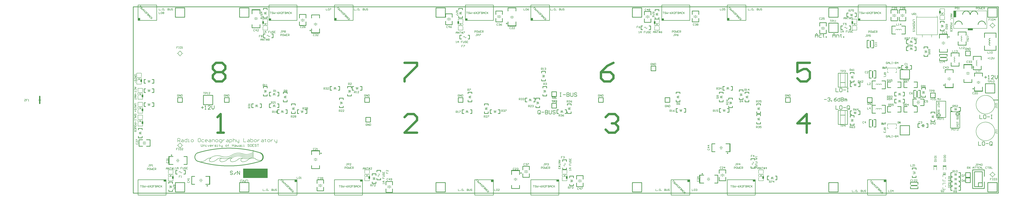
<source format=gto>
*%FSLAX24Y24*%
*%MOIN*%
G01*
%ADD11C,0.0000*%
%ADD12C,0.0050*%
%ADD13C,0.0060*%
%ADD14C,0.0070*%
%ADD15C,0.0073*%
%ADD16C,0.0079*%
%ADD17C,0.0080*%
%ADD18C,0.0098*%
%ADD19C,0.0100*%
%ADD20C,0.0120*%
%ADD21C,0.0140*%
%ADD22C,0.0160*%
%ADD23C,0.0180*%
%ADD24C,0.0180*%
%ADD25C,0.0200*%
%ADD26C,0.0200*%
%ADD27C,0.0250*%
%ADD28C,0.0260*%
%ADD29C,0.0300*%
%ADD30C,0.0300*%
%ADD31C,0.0320*%
%ADD32C,0.0320*%
%ADD33C,0.0340*%
%ADD34C,0.0360*%
%ADD35C,0.0380*%
%ADD36C,0.0394*%
%ADD37C,0.0400*%
%ADD38C,0.0400*%
%ADD39C,0.0434*%
%ADD40C,0.0440*%
%ADD41C,0.0450*%
%ADD42C,0.0500*%
%ADD43C,0.0500*%
%ADD44C,0.0520*%
%ADD45C,0.0540*%
%ADD46C,0.0560*%
%ADD47O,0.0560X0.0850*%
%ADD48C,0.0580*%
%ADD49C,0.0600*%
%ADD50O,0.0600X0.0890*%
%ADD51C,0.0620*%
%ADD52C,0.0640*%
%ADD53C,0.0670*%
%ADD54C,0.0680*%
%ADD55C,0.0700*%
%ADD56C,0.0740*%
%ADD57C,0.0760*%
%ADD58C,0.0800*%
%ADD59C,0.0800*%
%ADD60C,0.0820*%
%ADD61C,0.0827*%
%ADD62C,0.0840*%
%ADD63C,0.0870*%
%ADD64C,0.0900*%
%ADD65C,0.1000*%
%ADD66C,0.1000*%
%ADD67C,0.1040*%
%ADD68C,0.1200*%
%ADD69C,0.1250*%
%ADD70C,0.1500*%
%ADD71C,0.1516*%
%ADD72C,0.1516*%
%ADD73C,0.2000*%
%ADD74C,0.2040*%
%ADD75C,0.2500*%
%ADD76R,0.0200X0.0200*%
%ADD77R,0.0200X0.0500*%
%ADD78R,0.0200X0.0650*%
%ADD79R,0.0200X0.1600*%
%ADD80R,0.0280X0.0600*%
%ADD81R,0.0300X0.0300*%
%ADD82R,0.0320X0.0640*%
%ADD83R,0.0350X0.0550*%
%ADD84R,0.0350X0.0800*%
%ADD85R,0.0360X0.0600*%
%ADD86R,0.0360X0.1300*%
%ADD87R,0.0400X0.0400*%
%ADD88R,0.0400X0.0640*%
%ADD89R,0.0400X0.1350*%
%ADD90R,0.0420X0.0850*%
%ADD91R,0.0440X0.1390*%
%ADD92R,0.0460X0.0890*%
%ADD93R,0.0500X0.0400*%
%ADD94R,0.0500X0.0500*%
%ADD95R,0.0500X0.0500*%
%ADD96R,0.0500X0.1200*%
%ADD97R,0.0540X0.0440*%
%ADD98R,0.0540X0.0540*%
%ADD99R,0.0540X0.0960*%
%ADD100R,0.0550X0.0650*%
%ADD101R,0.0551X0.0394*%
%ADD102R,0.0551X0.1417*%
%ADD103R,0.0560X0.0750*%
%ADD104R,0.0591X0.0984*%
%ADD105R,0.0591X0.0434*%
%ADD106R,0.0600X0.0600*%
%ADD107R,0.0600X0.0600*%
%ADD108R,0.0600X0.0790*%
%ADD109R,0.0600X0.1000*%
%ADD110R,0.0600X0.1250*%
%ADD111R,0.0631X0.1024*%
%ADD112R,0.0640X0.0640*%
%ADD113R,0.0640X0.1040*%
%ADD114R,0.0640X0.1290*%
%ADD115R,0.0700X0.0600*%
%ADD116R,0.0700X0.0700*%
%ADD117R,0.0700X0.0700*%
%ADD118R,0.0740X0.0640*%
%ADD119R,0.0740X0.0740*%
%ADD120R,0.0750X0.0750*%
%ADD121R,0.0790X0.0790*%
%ADD122R,0.0800X0.0800*%
%ADD123R,0.0800X0.0800*%
%ADD124R,0.0800X0.1250*%
%ADD125R,0.0840X0.0840*%
%ADD126R,0.0850X0.0500*%
%ADD127R,0.0890X0.0540*%
%ADD128R,0.0960X0.0540*%
%ADD129R,0.0960X0.1220*%
%ADD130R,0.1000X0.0600*%
%ADD131R,0.1000X0.1000*%
%ADD132R,0.1000X0.1250*%
%ADD133R,0.1040X0.0640*%
%ADD134R,0.1040X0.1040*%
%ADD135R,0.1040X0.1290*%
%ADD136R,0.1102X0.0394*%
%ADD137R,0.1200X0.0500*%
%ADD138R,0.1200X0.0950*%
%ADD139R,0.1200X0.1000*%
%ADD140R,0.1220X0.0960*%
%ADD141R,0.1250X0.0600*%
%ADD142R,0.1250X0.1000*%
%ADD143R,0.1290X0.0640*%
%ADD144R,0.1290X0.1040*%
%ADD145R,0.1300X0.0360*%
%ADD146R,0.1350X0.0400*%
%ADD147R,0.1390X0.0440*%
%ADD148R,0.1500X0.1500*%
%ADD149R,0.1540X0.1540*%
%ADD150R,0.1600X0.1600*%
%ADD151R,0.1700X0.1700*%
%ADD152R,0.1800X0.1800*%
%ADD153R,0.1900X0.0700*%
%ADD154R,0.1900X0.1900*%
%ADD155R,0.2000X0.0750*%
%ADD156R,0.2000X0.2000*%
%ADD157R,0.2040X0.0790*%
%ADD158R,0.2100X0.2100*%
%ADD159R,0.2200X0.2200*%
%ADD160R,0.2300X0.2300*%
%ADD161R,0.2400X0.1800*%
%ADD162R,0.2500X0.2500*%
D12*
X212840Y71710D02*
Y72010D01*
X210940D02*
Y71710D01*
X212640D02*
X212840D01*
X211140D02*
X210940D01*
X212840Y83710D02*
Y84010D01*
X210940D02*
Y83710D01*
X212640D02*
X212840D01*
X211140D02*
X210940D01*
D13*
X89407Y61143D02*
X89340Y61210D01*
X89207D01*
X89140Y61143D01*
Y60877D01*
X89207Y60810D01*
X89340D01*
X89407Y60877D01*
X89540Y61143D02*
X89607Y61210D01*
X89740D01*
X89806Y61143D01*
Y61077D01*
X89807D01*
X89806D02*
X89807D01*
X89806D02*
X89807D01*
X89806D02*
X89740Y61010D01*
X89673D01*
X89740D01*
X89806Y60943D01*
Y60877D01*
X89740Y60810D01*
X89607D01*
X89540Y60877D01*
X89940D02*
X90006Y60810D01*
X90140D01*
X90206Y60877D01*
Y61143D01*
X90140Y61210D01*
X90006D01*
X89940Y61143D01*
Y61077D01*
X90006Y61010D01*
X90206D01*
X88407Y67393D02*
X88340Y67460D01*
X88207D01*
X88140Y67393D01*
Y67127D01*
X88207Y67060D01*
X88340D01*
X88407Y67127D01*
X88540Y67060D02*
X88806D01*
X88540D02*
X88806Y67327D01*
Y67393D01*
X88740Y67460D01*
X88607D01*
X88540Y67393D01*
X88940Y67060D02*
X89073D01*
X89006D01*
Y67460D01*
X89007D01*
X89006D02*
X88940Y67393D01*
X77390Y58710D02*
Y58310D01*
X77657D01*
X77790D02*
Y58377D01*
X77857D01*
Y58310D01*
X77790D01*
X78190Y58710D02*
X78323D01*
X78190D02*
X78123Y58643D01*
Y58377D01*
X78190Y58310D01*
X78323D01*
X78390Y58377D01*
Y58643D01*
X78323Y58710D01*
X78523Y58377D02*
Y58310D01*
Y58377D02*
X78590D01*
Y58310D01*
X78523D01*
X79256D02*
Y58710D01*
Y58310D02*
X79456D01*
X79523Y58377D01*
Y58443D01*
X79456Y58510D01*
X79256D01*
X79257D01*
X79256D02*
X79257D01*
X79256D02*
X79257D01*
X79256D02*
X79456D01*
X79523Y58577D01*
Y58643D01*
X79456Y58710D01*
X79256D01*
X79656D02*
Y58377D01*
X79723Y58310D01*
X79856D01*
X79923Y58377D01*
Y58710D01*
X80256D02*
X80322Y58643D01*
X80256Y58710D02*
X80122D01*
X80056Y58643D01*
Y58577D01*
X80122Y58510D01*
X80256D01*
X80322Y58443D01*
Y58377D01*
X80256Y58310D01*
X80122D01*
X80056Y58377D01*
X84640Y60910D02*
Y61310D01*
Y60910D02*
X84907D01*
X85107Y61310D02*
X85240D01*
X85107D02*
X85040Y61243D01*
Y60977D01*
X85107Y60910D01*
X85240D01*
X85306Y60977D01*
Y61243D01*
X85240Y61310D01*
X85440Y60910D02*
X85573D01*
X85506D01*
Y61310D01*
X85507D01*
X85506D02*
X85440Y61243D01*
X77390Y80810D02*
Y81210D01*
X77590D01*
X77657Y81143D01*
Y81010D01*
X77590Y80943D01*
X77390D01*
X77523D02*
X77657Y80810D01*
X77790D02*
X77923D01*
X77857D01*
Y81210D01*
X77858D01*
X77857D02*
X77790Y81143D01*
X78123Y80810D02*
X78256D01*
X78190D01*
Y81210D01*
X78191D01*
X78190D02*
X78123Y81143D01*
X74640Y76060D02*
X74240D01*
Y76260D01*
X74307Y76327D01*
X74440D01*
X74507Y76260D01*
Y76060D01*
Y76193D02*
X74640Y76327D01*
X74307Y76460D02*
X74240Y76527D01*
Y76660D01*
X74307Y76726D01*
X74373D01*
X74374D01*
X74373D02*
X74374D01*
X74373D02*
X74374D01*
X74373D02*
X74440Y76660D01*
Y76593D01*
Y76660D01*
X74507Y76726D01*
X74573D01*
X74640Y76660D01*
Y76527D01*
X74573Y76460D01*
X74640Y76860D02*
Y76993D01*
Y76926D01*
X74240D01*
X74241D01*
X74240D02*
X74307Y76860D01*
X83390Y74460D02*
Y74060D01*
Y74460D02*
X83590D01*
X83657Y74393D01*
Y74260D01*
X83590Y74193D01*
X83390D01*
X83523D02*
X83657Y74060D01*
X83790D02*
X84056D01*
X83790D02*
X84056Y74327D01*
Y74393D01*
X83990Y74460D01*
X83857D01*
X83790Y74393D01*
X84190D02*
X84256Y74460D01*
X84390D01*
X84456Y74393D01*
Y74327D01*
X84390Y74260D01*
X84456Y74193D01*
Y74127D01*
X84390Y74060D01*
X84256D01*
X84190Y74127D01*
Y74193D01*
X84256Y74260D01*
X84190Y74327D01*
Y74393D01*
X84256Y74260D02*
X84390D01*
X85890Y75810D02*
Y76210D01*
X86090D01*
X86157Y76143D01*
Y76010D01*
X86090Y75943D01*
X85890D01*
X86023D02*
X86157Y75810D01*
X86290Y76143D02*
X86357Y76210D01*
X86490D01*
X86556Y76143D01*
Y76077D01*
X86557D01*
X86556D02*
X86557D01*
X86556D02*
X86557D01*
X86556D02*
X86490Y76010D01*
X86423D01*
X86490D01*
X86556Y75943D01*
Y75877D01*
X86490Y75810D01*
X86357D01*
X86290Y75877D01*
X86690Y76143D02*
X86756Y76210D01*
X86890D01*
X86956Y76143D01*
Y76077D01*
X86890Y76010D01*
X86956Y75943D01*
Y75877D01*
X86890Y75810D01*
X86756D01*
X86690Y75877D01*
Y75943D01*
X86756Y76010D01*
X86690Y76077D01*
Y76143D01*
X86756Y76010D02*
X86890D01*
X79390Y75460D02*
Y75060D01*
Y75460D02*
X79590D01*
X79657Y75393D01*
Y75260D01*
X79590Y75193D01*
X79390D01*
X79523D02*
X79657Y75060D01*
X79790D02*
X79923D01*
X79857D01*
Y75460D01*
X79858D01*
X79857D02*
X79790Y75393D01*
X80123D02*
X80190Y75460D01*
X80323D01*
X80390Y75393D01*
Y75327D01*
X80323Y75260D01*
X80390Y75193D01*
Y75127D01*
X80323Y75060D01*
X80190D01*
X80123Y75127D01*
Y75193D01*
X80190Y75260D01*
X80123Y75327D01*
Y75393D01*
X80190Y75260D02*
X80323D01*
X79140Y77060D02*
Y77460D01*
X79340D01*
X79407Y77393D01*
Y77260D01*
X79340Y77193D01*
X79140D01*
X79273D02*
X79407Y77060D01*
X79540D02*
X79806D01*
X79540D02*
X79806Y77327D01*
Y77393D01*
X79740Y77460D01*
X79607D01*
X79540Y77393D01*
X79940Y77060D02*
X80073D01*
X80006D01*
Y77460D01*
X80007D01*
X80006D02*
X79940Y77393D01*
X79640Y79560D02*
Y79960D01*
X79840D01*
X79907Y79893D01*
Y79760D01*
X79840Y79693D01*
X79640D01*
X79773D02*
X79907Y79560D01*
X80040D02*
X80173D01*
X80107D01*
Y79960D01*
X80108D01*
X80107D02*
X80040Y79893D01*
X81890Y79960D02*
Y79560D01*
Y79960D02*
X82090D01*
X82157Y79893D01*
Y79760D01*
X82090Y79693D01*
X81890D01*
X82023D02*
X82157Y79560D01*
X82290Y79893D02*
X82357Y79960D01*
X82490D01*
X82556Y79893D01*
Y79827D01*
X82490Y79760D01*
X82556Y79693D01*
Y79627D01*
X82490Y79560D01*
X82357D01*
X82290Y79627D01*
Y79693D01*
X82357Y79760D01*
X82290Y79827D01*
Y79893D01*
X82357Y79760D02*
X82490D01*
X136890Y84310D02*
Y84710D01*
X137090D01*
X137157Y84643D01*
Y84510D01*
X137090Y84443D01*
X136890D01*
X137023D02*
X137157Y84310D01*
X137290D02*
X137423D01*
X137357D01*
Y84710D01*
X137358D01*
X137357D02*
X137290Y84643D01*
X137623D02*
X137690Y84710D01*
X137823D01*
X137890Y84643D01*
Y84577D01*
X137891D01*
X137890D02*
X137891D01*
X137890D02*
X137891D01*
X137890D02*
X137823Y84510D01*
X137756D01*
X137823D01*
X137890Y84443D01*
Y84377D01*
X137823Y84310D01*
X137690D01*
X137623Y84377D01*
X149280Y78970D02*
X149347Y78903D01*
X149280Y78970D02*
X149147D01*
X149080Y78903D01*
Y78637D01*
X149147Y78570D01*
X149280D01*
X149347Y78637D01*
Y78770D01*
X149213D01*
X149480Y78570D02*
Y78970D01*
X149746Y78570D01*
Y78970D01*
X149880D02*
Y78570D01*
X150080D01*
X150146Y78637D01*
Y78903D01*
X150080Y78970D01*
X149880D01*
X140640Y74710D02*
Y74310D01*
Y74710D02*
X140840D01*
X140907Y74643D01*
Y74510D01*
X140840Y74443D01*
X140640D01*
X140773D02*
X140907Y74310D01*
X141040Y74643D02*
X141107Y74710D01*
X141240D01*
X141306Y74643D01*
Y74577D01*
X141307D01*
X141306D02*
X141307D01*
X141306D02*
X141307D01*
X141306D02*
X141240Y74510D01*
X141173D01*
X141240D01*
X141306Y74443D01*
Y74377D01*
X141240Y74310D01*
X141107D01*
X141040Y74377D01*
X141573Y74643D02*
X141706Y74710D01*
X141573Y74643D02*
X141440Y74510D01*
Y74377D01*
X141506Y74310D01*
X141640D01*
X141706Y74377D01*
Y74443D01*
X141640Y74510D01*
X141440D01*
X142390Y77310D02*
Y77710D01*
X142590D01*
X142657Y77643D01*
Y77510D01*
X142590Y77443D01*
X142390D01*
X142523D02*
X142657Y77310D01*
X142790D02*
X143056D01*
X142790D02*
X143056Y77577D01*
Y77643D01*
X142990Y77710D01*
X142857D01*
X142790Y77643D01*
X143323D02*
X143456Y77710D01*
X143323Y77643D02*
X143190Y77510D01*
Y77377D01*
X143256Y77310D01*
X143390D01*
X143456Y77377D01*
Y77443D01*
X143390Y77510D01*
X143190D01*
X137390Y81060D02*
Y81460D01*
X137590D01*
X137657Y81393D01*
Y81260D01*
X137590Y81193D01*
X137390D01*
X137523D02*
X137657Y81060D01*
X137790Y81393D02*
X137857Y81460D01*
X137990D01*
X138056Y81393D01*
Y81327D01*
X138057D01*
X138056D02*
X138057D01*
X138056D02*
X138057D01*
X138056D02*
X137990Y81260D01*
X137923D01*
X137990D01*
X138056Y81193D01*
Y81127D01*
X137990Y81060D01*
X137857D01*
X137790Y81127D01*
X132140Y78210D02*
Y77810D01*
Y78210D02*
X132340D01*
X132407Y78143D01*
Y78010D01*
X132340Y77943D01*
X132140D01*
X132273D02*
X132407Y77810D01*
X132540Y78143D02*
X132607Y78210D01*
X132740D01*
X132806Y78143D01*
Y78077D01*
X132807D01*
X132806D02*
X132807D01*
X132806D02*
X132807D01*
X132806D02*
X132740Y78010D01*
X132673D01*
X132740D01*
X132806Y77943D01*
Y77877D01*
X132740Y77810D01*
X132607D01*
X132540Y77877D01*
X132940Y78143D02*
X133006Y78210D01*
X133140D01*
X133206Y78143D01*
Y78077D01*
X133207D01*
X133206D02*
X133207D01*
X133206D02*
X133207D01*
X133206D02*
X133140Y78010D01*
X133073D01*
X133140D01*
X133206Y77943D01*
Y77877D01*
X133140Y77810D01*
X133006D01*
X132940Y77877D01*
X134140Y76710D02*
Y76310D01*
Y76710D02*
X134340D01*
X134407Y76643D01*
Y76510D01*
X134340Y76443D01*
X134140D01*
X134273D02*
X134407Y76310D01*
X134540D02*
X134806D01*
X134540D02*
X134806Y76577D01*
Y76643D01*
X134740Y76710D01*
X134607D01*
X134540Y76643D01*
X134940D02*
X135006Y76710D01*
X135140D01*
X135206Y76643D01*
Y76577D01*
X135207D01*
X135206D02*
X135207D01*
X135206D02*
X135207D01*
X135206D02*
X135140Y76510D01*
X135073D01*
X135140D01*
X135206Y76443D01*
Y76377D01*
X135140Y76310D01*
X135006D01*
X134940Y76377D01*
X128390Y75710D02*
Y75310D01*
Y75710D02*
X128590D01*
X128657Y75643D01*
Y75510D01*
X128590Y75443D01*
X128390D01*
X128523D02*
X128657Y75310D01*
X128790Y75643D02*
X128857Y75710D01*
X128990D01*
X129056Y75643D01*
Y75577D01*
X129057D01*
X129056D02*
X129057D01*
X129056D02*
X129057D01*
X129056D02*
X128990Y75510D01*
X128923D01*
X128990D01*
X129056Y75443D01*
Y75377D01*
X128990Y75310D01*
X128857D01*
X128790Y75377D01*
X129190Y75710D02*
X129456D01*
Y75643D01*
X129190Y75377D01*
Y75310D01*
X124640Y74460D02*
Y74060D01*
Y74460D02*
X124840D01*
X124907Y74393D01*
Y74260D01*
X124840Y74193D01*
X124640D01*
X124773D02*
X124907Y74060D01*
X125040D02*
X125306D01*
X125040D02*
X125306Y74327D01*
Y74393D01*
X125240Y74460D01*
X125107D01*
X125040Y74393D01*
X125440Y74460D02*
X125706D01*
Y74393D01*
X125440Y74127D01*
Y74060D01*
X118640Y75060D02*
Y75460D01*
X118840D01*
X118907Y75393D01*
Y75260D01*
X118840Y75193D01*
X118640D01*
X118773D02*
X118907Y75060D01*
X119040D02*
X119173D01*
X119107D01*
Y75460D01*
X119108D01*
X119107D02*
X119040Y75393D01*
X119373Y75460D02*
X119640D01*
Y75393D01*
X119373Y75127D01*
Y75060D01*
X121140Y79810D02*
Y80210D01*
X121340D01*
X121407Y80143D01*
Y80010D01*
X121340Y79943D01*
X121140D01*
X121273D02*
X121407Y79810D01*
X121540Y80210D02*
X121806D01*
Y80143D01*
X121540Y79877D01*
Y79810D01*
X119347Y78903D02*
X119280Y78970D01*
X119147D01*
X119080Y78903D01*
Y78637D01*
X119147Y78570D01*
X119280D01*
X119347Y78637D01*
Y78770D01*
X119213D01*
X119480Y78570D02*
Y78970D01*
X119746Y78570D01*
Y78970D01*
X119880D02*
Y78570D01*
X120080D01*
X120146Y78637D01*
Y78903D01*
X120080Y78970D01*
X119880D01*
X116907Y93643D02*
X116840Y93710D01*
X116707D01*
X116640Y93643D01*
Y93377D01*
X116707Y93310D01*
X116840D01*
X116907Y93377D01*
X117240Y93310D02*
Y93710D01*
X117040Y93510D01*
X117306D01*
X117573Y93643D02*
X117706Y93710D01*
X117573Y93643D02*
X117440Y93510D01*
Y93377D01*
X117506Y93310D01*
X117640D01*
X117706Y93377D01*
Y93443D01*
X117640Y93510D01*
X117440D01*
X118690Y97010D02*
X119090D01*
Y96810D01*
X119023Y96743D01*
X118890D01*
X118823Y96810D01*
Y97010D01*
Y96877D02*
X118690Y96743D01*
X119090Y96610D02*
Y96344D01*
X119023D01*
X118757Y96610D01*
X118690D01*
X119090Y96210D02*
Y95944D01*
X119023D01*
X118757Y96210D01*
X118690D01*
X118640Y90060D02*
X118773D01*
X118707D01*
Y90460D01*
X118708D01*
X118707D02*
X118640Y90393D01*
X118973Y90327D02*
Y90060D01*
Y90327D02*
X119107Y90460D01*
X119240Y90327D01*
Y90060D01*
Y90260D01*
X118973D01*
X119773Y90460D02*
X120040D01*
X119773D02*
Y90260D01*
X119906D01*
X119773D01*
Y90060D01*
X120173Y90127D02*
Y90460D01*
Y90127D02*
X120239Y90060D01*
X120373D01*
X120439Y90127D01*
Y90460D01*
X120773D02*
X120839Y90393D01*
X120773Y90460D02*
X120639D01*
X120573Y90393D01*
Y90327D01*
X120639Y90260D01*
X120773D01*
X120839Y90193D01*
Y90127D01*
X120773Y90060D01*
X120639D01*
X120573Y90127D01*
X120973Y90460D02*
X121239D01*
X120973D02*
Y90060D01*
X121239D01*
X121106Y90260D02*
X120973D01*
X120157Y89560D02*
X119890D01*
Y89360D01*
X120023D01*
X119890D01*
Y89160D01*
X120290Y89560D02*
X120556D01*
Y89493D01*
X120290Y89227D01*
Y89160D01*
X118640Y92060D02*
Y92327D01*
X118773Y92460D01*
X118907Y92327D01*
Y92060D01*
Y92260D01*
X118640D01*
X119040Y92060D02*
Y92460D01*
X119306Y92060D01*
Y92460D01*
X119440D02*
X119706D01*
X119573D01*
Y92060D01*
X119906D02*
Y92460D01*
X120040D02*
Y92060D01*
Y92327D02*
X119840D01*
X120040D02*
X120106D01*
Y92193D02*
X119840D01*
X120239Y92460D02*
X120506D01*
Y92393D01*
X120239Y92127D01*
Y92060D01*
X122640Y92310D02*
Y92710D01*
X122840D01*
X122907Y92643D01*
Y92510D01*
X122840Y92443D01*
X122640D01*
X123107Y92710D02*
X123240D01*
X123107D02*
X123040Y92643D01*
Y92377D01*
X123107Y92310D01*
X123240D01*
X123306Y92377D01*
Y92643D01*
X123240Y92710D01*
X123440D02*
Y92310D01*
X123573Y92443D01*
X123706Y92310D01*
Y92710D01*
X123840D02*
X124106D01*
X123840D02*
Y92310D01*
X124106D01*
X123973Y92510D02*
X123840D01*
X124239Y92310D02*
Y92710D01*
X124439D01*
X124506Y92643D01*
Y92510D01*
X124439Y92443D01*
X124239D01*
X124373D02*
X124506Y92310D01*
X123157Y91960D02*
X123023D01*
X123090D01*
Y91627D01*
X123023Y91560D01*
X122957D01*
X122890Y91627D01*
X123290Y91560D02*
Y91960D01*
X123490D01*
X123556Y91893D01*
Y91760D01*
X123490Y91693D01*
X123290D01*
X123690Y91960D02*
X123956D01*
Y91893D01*
X123690Y91627D01*
Y91560D01*
X127590Y94210D02*
X127657Y94143D01*
X127590Y94210D02*
X127457D01*
X127390Y94143D01*
Y93877D01*
X127457Y93810D01*
X127590D01*
X127657Y93877D01*
X127790Y94143D02*
X127857Y94210D01*
X127990D01*
X128056Y94143D01*
Y94077D01*
X128057D01*
X128056D02*
X128057D01*
X128056D02*
X128057D01*
X128056D02*
X127990Y94010D01*
X127923D01*
X127990D01*
X128056Y93943D01*
Y93877D01*
X127990Y93810D01*
X127857D01*
X127790Y93877D01*
X128323Y94143D02*
X128456Y94210D01*
X128323Y94143D02*
X128190Y94010D01*
Y93877D01*
X128256Y93810D01*
X128390D01*
X128456Y93877D01*
Y93943D01*
X128390Y94010D01*
X128190D01*
X130340Y93460D02*
X130407Y93393D01*
X130340Y93460D02*
X130207D01*
X130140Y93393D01*
Y93127D01*
X130207Y93060D01*
X130340D01*
X130407Y93127D01*
X130540Y93060D02*
X130806D01*
X130540D02*
X130806Y93327D01*
Y93393D01*
X130740Y93460D01*
X130607D01*
X130540Y93393D01*
X130940Y93060D02*
X131206D01*
X130940D02*
X131206Y93327D01*
Y93393D01*
X131140Y93460D01*
X131006D01*
X130940Y93393D01*
X138890Y97060D02*
Y97460D01*
Y97060D02*
X139157D01*
X139290D02*
Y97127D01*
X139357D01*
Y97060D01*
X139290D01*
X139690Y97460D02*
X139823D01*
X139690D02*
X139623Y97393D01*
Y97127D01*
X139690Y97060D01*
X139823D01*
X139890Y97127D01*
Y97393D01*
X139823Y97460D01*
X140023Y97127D02*
Y97060D01*
Y97127D02*
X140090D01*
Y97060D01*
X140023D01*
X140756D02*
Y97460D01*
Y97060D02*
X140956D01*
X141023Y97127D01*
Y97193D01*
X140956Y97260D01*
X140756D01*
X140757D01*
X140756D02*
X140757D01*
X140756D02*
X140757D01*
X140756D02*
X140956D01*
X141023Y97327D01*
Y97393D01*
X140956Y97460D01*
X140756D01*
X141156D02*
Y97127D01*
X141223Y97060D01*
X141356D01*
X141423Y97127D01*
Y97460D01*
X141756D02*
X141822Y97393D01*
X141756Y97460D02*
X141622D01*
X141556Y97393D01*
Y97327D01*
X141622Y97260D01*
X141756D01*
X141822Y97193D01*
Y97127D01*
X141756Y97060D01*
X141622D01*
X141556Y97127D01*
X133140Y97060D02*
Y97460D01*
Y97060D02*
X133407D01*
X133607Y97460D02*
X133740D01*
X133607D02*
X133540Y97393D01*
Y97127D01*
X133607Y97060D01*
X133740D01*
X133806Y97127D01*
Y97393D01*
X133740Y97460D01*
X134073Y97393D02*
X134206Y97460D01*
X134073Y97393D02*
X133940Y97260D01*
Y97127D01*
X134006Y97060D01*
X134140D01*
X134206Y97127D01*
Y97193D01*
X134140Y97260D01*
X133940D01*
X181140Y97060D02*
Y97460D01*
Y97060D02*
X181407D01*
X181540D02*
Y97127D01*
X181607D01*
Y97060D01*
X181540D01*
X181940Y97460D02*
X182073D01*
X181940D02*
X181873Y97393D01*
Y97127D01*
X181940Y97060D01*
X182073D01*
X182140Y97127D01*
Y97393D01*
X182073Y97460D01*
X182273Y97127D02*
Y97060D01*
Y97127D02*
X182340D01*
Y97060D01*
X182273D01*
X183006D02*
Y97460D01*
Y97060D02*
X183206D01*
X183273Y97127D01*
Y97193D01*
X183206Y97260D01*
X183006D01*
X183007D01*
X183006D02*
X183007D01*
X183006D02*
X183007D01*
X183006D02*
X183206D01*
X183273Y97327D01*
Y97393D01*
X183206Y97460D01*
X183006D01*
X183406D02*
Y97127D01*
X183473Y97060D01*
X183606D01*
X183673Y97127D01*
Y97460D01*
X184006D02*
X184072Y97393D01*
X184006Y97460D02*
X183872D01*
X183806Y97393D01*
Y97327D01*
X183872Y97260D01*
X184006D01*
X184072Y97193D01*
Y97127D01*
X184006Y97060D01*
X183872D01*
X183806Y97127D01*
X175140Y97060D02*
Y97460D01*
Y97060D02*
X175407D01*
X175607Y97460D02*
X175740D01*
X175607D02*
X175540Y97393D01*
Y97127D01*
X175607Y97060D01*
X175740D01*
X175806Y97127D01*
Y97393D01*
X175740Y97460D01*
X175940D02*
X176206D01*
X175940D02*
Y97260D01*
X176073Y97327D01*
X176140D01*
X176206Y97260D01*
Y97127D01*
X176140Y97060D01*
X176006D01*
X175940Y97127D01*
X169657Y94143D02*
X169590Y94210D01*
X169457D01*
X169390Y94143D01*
Y93877D01*
X169457Y93810D01*
X169590D01*
X169657Y93877D01*
X169790Y94143D02*
X169857Y94210D01*
X169990D01*
X170056Y94143D01*
Y94077D01*
X170057D01*
X170056D02*
X170057D01*
X170056D02*
X170057D01*
X170056D02*
X169990Y94010D01*
X169923D01*
X169990D01*
X170056Y93943D01*
Y93877D01*
X169990Y93810D01*
X169857D01*
X169790Y93877D01*
X170190Y94143D02*
X170256Y94210D01*
X170390D01*
X170456Y94143D01*
Y94077D01*
X170390Y94010D01*
X170456Y93943D01*
Y93877D01*
X170390Y93810D01*
X170256D01*
X170190Y93877D01*
Y93943D01*
X170256Y94010D01*
X170190Y94077D01*
Y94143D01*
X170256Y94010D02*
X170390D01*
X161090Y96710D02*
X160690D01*
X161090D02*
Y96510D01*
X161023Y96443D01*
X160890D01*
X160823Y96510D01*
Y96710D01*
Y96577D02*
X160690Y96443D01*
X161090Y96310D02*
Y96044D01*
X161023D01*
X160757Y96310D01*
X160690D01*
X161023Y95777D02*
X161090Y95644D01*
X161023Y95777D02*
X160890Y95910D01*
X160757D01*
X160690Y95844D01*
Y95710D01*
X160757Y95644D01*
X160823D01*
X160890Y95710D01*
Y95910D01*
X159357Y97293D02*
X159290Y97360D01*
X159157D01*
X159090Y97293D01*
Y97027D01*
X159157Y96960D01*
X159290D01*
X159357Y97027D01*
X159690Y96960D02*
Y97360D01*
X159490Y97160D01*
X159756D01*
X159890Y97293D02*
X159956Y97360D01*
X160090D01*
X160156Y97293D01*
Y97227D01*
X160090Y97160D01*
X160156Y97093D01*
Y97027D01*
X160090Y96960D01*
X159956D01*
X159890Y97027D01*
Y97093D01*
X159956Y97160D01*
X159890Y97227D01*
Y97293D01*
X159956Y97160D02*
X160090D01*
X157873Y92160D02*
X157740D01*
X157807D02*
X157873D01*
X157807D02*
Y92560D01*
X157808D01*
X157807D02*
X157740Y92493D01*
X158073Y92427D02*
Y92160D01*
Y92427D02*
X158207Y92560D01*
X158340Y92427D01*
Y92160D01*
Y92360D01*
X158073D01*
X158873Y92560D02*
X159140D01*
X158873D02*
Y92360D01*
X159006D01*
X158873D01*
Y92160D01*
X159273Y92227D02*
Y92560D01*
Y92227D02*
X159339Y92160D01*
X159473D01*
X159539Y92227D01*
Y92560D01*
X159873D02*
X159939Y92493D01*
X159873Y92560D02*
X159739D01*
X159673Y92493D01*
Y92427D01*
X159739Y92360D01*
X159873D01*
X159939Y92293D01*
Y92227D01*
X159873Y92160D01*
X159739D01*
X159673Y92227D01*
X160073Y92560D02*
X160339D01*
X160073D02*
Y92160D01*
X160339D01*
X160206Y92360D02*
X160073D01*
X157607Y93660D02*
X157340D01*
Y93460D01*
X157473D01*
X157340D01*
Y93260D01*
X157873Y93593D02*
X158006Y93660D01*
X157873Y93593D02*
X157740Y93460D01*
Y93327D01*
X157807Y93260D01*
X157940D01*
X158006Y93327D01*
Y93393D01*
X157940Y93460D01*
X157740D01*
X164890Y92710D02*
Y92310D01*
Y92710D02*
X165090D01*
X165157Y92643D01*
Y92510D01*
X165090Y92443D01*
X164890D01*
X165357Y92710D02*
X165490D01*
X165357D02*
X165290Y92643D01*
Y92377D01*
X165357Y92310D01*
X165490D01*
X165556Y92377D01*
Y92643D01*
X165490Y92710D01*
X165690D02*
Y92310D01*
X165823Y92443D01*
X165956Y92310D01*
Y92710D01*
X166090D02*
X166356D01*
X166090D02*
Y92310D01*
X166356D01*
X166223Y92510D02*
X166090D01*
X166489Y92310D02*
Y92710D01*
X166689D01*
X166756Y92643D01*
Y92510D01*
X166689Y92443D01*
X166489D01*
X166623D02*
X166756Y92310D01*
X165407Y91960D02*
X165273D01*
X165340D01*
Y91627D01*
X165273Y91560D01*
X165207D01*
X165140Y91627D01*
X165540Y91560D02*
Y91960D01*
X165740D01*
X165806Y91893D01*
Y91760D01*
X165740Y91693D01*
X165540D01*
X166073Y91893D02*
X166206Y91960D01*
X166073Y91893D02*
X165940Y91760D01*
Y91627D01*
X166006Y91560D01*
X166140D01*
X166206Y91627D01*
Y91693D01*
X166140Y91760D01*
X165940D01*
X160840Y92210D02*
Y92477D01*
X160973Y92610D01*
X161107Y92477D01*
Y92210D01*
Y92410D01*
X160840D01*
X161240Y92210D02*
Y92610D01*
X161506Y92210D01*
Y92610D01*
X161640D02*
X161906D01*
X161773D01*
Y92210D01*
X162106D02*
Y92610D01*
X162240D02*
Y92210D01*
Y92477D02*
X162040D01*
X162240D02*
X162306D01*
Y92343D02*
X162040D01*
X162573Y92543D02*
X162706Y92610D01*
X162573Y92543D02*
X162439Y92410D01*
Y92277D01*
X162506Y92210D01*
X162639D01*
X162706Y92277D01*
Y92343D01*
X162639Y92410D01*
X162439D01*
X160530Y85720D02*
X160597Y85653D01*
X160530Y85720D02*
X160397D01*
X160330Y85653D01*
Y85387D01*
X160397Y85320D01*
X160530D01*
X160597Y85387D01*
Y85520D01*
X160463D01*
X160730Y85320D02*
Y85720D01*
X160996Y85320D01*
Y85720D01*
X161130D02*
Y85320D01*
X161330D01*
X161396Y85387D01*
Y85653D01*
X161330Y85720D01*
X161130D01*
X163590Y76710D02*
X163657Y76643D01*
X163590Y76710D02*
X163457D01*
X163390Y76643D01*
Y76377D01*
X163457Y76310D01*
X163590D01*
X163657Y76377D01*
Y76510D01*
X163523D01*
X163790Y76310D02*
Y76710D01*
X164056Y76310D01*
Y76710D01*
X164190D02*
Y76310D01*
X164390D01*
X164456Y76377D01*
Y76643D01*
X164390Y76710D01*
X164190D01*
X164390Y75710D02*
Y75310D01*
Y75710D02*
X164590D01*
X164657Y75643D01*
Y75510D01*
X164590Y75443D01*
X164390D01*
X164523D02*
X164657Y75310D01*
X164790D02*
X164923D01*
X164857D01*
Y75710D01*
X164858D01*
X164857D02*
X164790Y75643D01*
X165256D02*
X165390Y75710D01*
X165256Y75643D02*
X165123Y75510D01*
Y75377D01*
X165190Y75310D01*
X165323D01*
X165390Y75377D01*
Y75443D01*
X165323Y75510D01*
X165123D01*
X165890Y76810D02*
Y77210D01*
X166090D01*
X166157Y77143D01*
Y77010D01*
X166090Y76943D01*
X165890D01*
X166023D02*
X166157Y76810D01*
X166423Y77143D02*
X166556Y77210D01*
X166423Y77143D02*
X166290Y77010D01*
Y76877D01*
X166357Y76810D01*
X166490D01*
X166556Y76877D01*
Y76943D01*
X166490Y77010D01*
X166290D01*
X174390Y80060D02*
Y80460D01*
X174590D01*
X174657Y80393D01*
Y80260D01*
X174590Y80193D01*
X174390D01*
X174523D02*
X174657Y80060D01*
X174790Y80393D02*
X174857Y80460D01*
X174990D01*
X175056Y80393D01*
Y80327D01*
X175057D01*
X175056D02*
X175057D01*
X175056D02*
X175057D01*
X175056D02*
X174990Y80260D01*
X174923D01*
X174990D01*
X175056Y80193D01*
Y80127D01*
X174990Y80060D01*
X174857D01*
X174790Y80127D01*
X175390Y80060D02*
Y80460D01*
X175190Y80260D01*
X175456D01*
X174790Y78810D02*
X174390D01*
X174790D02*
Y78610D01*
X174723Y78543D01*
X174590D01*
X174523Y78610D01*
Y78810D01*
Y78677D02*
X174390Y78543D01*
X174790Y78410D02*
Y78144D01*
Y78410D02*
X174590D01*
X174657Y78277D01*
Y78210D01*
X174590Y78144D01*
X174457D01*
X174390Y78210D01*
Y78343D01*
X174457Y78410D01*
X173640Y75710D02*
Y75310D01*
Y75710D02*
X173840D01*
X173907Y75643D01*
Y75510D01*
X173840Y75443D01*
X173640D01*
X173773D02*
X173907Y75310D01*
X174040D02*
X174173D01*
X174107D01*
Y75710D01*
X174108D01*
X174107D02*
X174040Y75643D01*
X174373Y75710D02*
X174640D01*
X174373D02*
Y75510D01*
X174506Y75577D01*
X174573D01*
X174640Y75510D01*
Y75377D01*
X174573Y75310D01*
X174440D01*
X174373Y75377D01*
X176490Y76810D02*
X176890D01*
X176490D02*
Y77010D01*
X176557Y77077D01*
X176690D01*
X176757Y77010D01*
Y76810D01*
Y76943D02*
X176890Y77077D01*
Y77210D02*
Y77476D01*
Y77210D02*
X176623Y77476D01*
X176557D01*
X176490Y77410D01*
Y77277D01*
X176557Y77210D01*
X176490Y77810D02*
X176890D01*
X176690Y77610D02*
X176490Y77810D01*
X176690Y77876D02*
Y77610D01*
X179390Y77710D02*
Y77310D01*
Y77710D02*
X179590D01*
X179657Y77643D01*
Y77510D01*
X179590Y77443D01*
X179390D01*
X179523D02*
X179657Y77310D01*
X179990D02*
Y77710D01*
X179790Y77510D01*
X180056D01*
X180390Y79810D02*
Y80210D01*
X180590D01*
X180657Y80143D01*
Y80010D01*
X180590Y79943D01*
X180390D01*
X180523D02*
X180657Y79810D01*
X180790D02*
X180923D01*
X180857D01*
Y80210D01*
X180858D01*
X180857D02*
X180790Y80143D01*
X181323Y80210D02*
Y79810D01*
X181123Y80010D02*
X181323Y80210D01*
X181390Y80010D02*
X181123D01*
X182890Y72210D02*
Y71810D01*
Y72210D02*
X183090D01*
X183157Y72143D01*
Y72010D01*
X183090Y71943D01*
X182890D01*
X183023D02*
X183157Y71810D01*
X183290Y72143D02*
X183357Y72210D01*
X183490D01*
X183556Y72143D01*
Y72077D01*
X183557D01*
X183556D02*
X183557D01*
X183556D02*
X183557D01*
X183556D02*
X183490Y72010D01*
X183423D01*
X183490D01*
X183556Y71943D01*
Y71877D01*
X183490Y71810D01*
X183357D01*
X183290Y71877D01*
X183690Y72210D02*
X183956D01*
X183690D02*
Y72010D01*
X183823Y72077D01*
X183890D01*
X183956Y72010D01*
Y71877D01*
X183890Y71810D01*
X183756D01*
X183690Y71877D01*
X182890Y77310D02*
Y77710D01*
X183090D01*
X183157Y77643D01*
Y77510D01*
X183090Y77443D01*
X182890D01*
X183023D02*
X183157Y77310D01*
X183290D02*
X183556D01*
X183290D02*
X183556Y77577D01*
Y77643D01*
X183490Y77710D01*
X183357D01*
X183290Y77643D01*
X183690Y77710D02*
X183956D01*
X183690D02*
Y77510D01*
X183823Y77577D01*
X183890D01*
X183956Y77510D01*
Y77377D01*
X183890Y77310D01*
X183756D01*
X183690Y77377D01*
X189280Y78970D02*
X189347Y78903D01*
X189280Y78970D02*
X189147D01*
X189080Y78903D01*
Y78637D01*
X189147Y78570D01*
X189280D01*
X189347Y78637D01*
Y78770D01*
X189213D01*
X189480Y78570D02*
Y78970D01*
X189746Y78570D01*
Y78970D01*
X189880D02*
Y78570D01*
X190080D01*
X190146Y78637D01*
Y78903D01*
X190080Y78970D01*
X189880D01*
X222990Y64560D02*
X223390D01*
Y64760D01*
X223323Y64827D01*
X223057D01*
X222990Y64760D01*
Y64560D01*
X223390Y64960D02*
Y65093D01*
Y65027D01*
X222990D01*
X222991D01*
X222990D02*
X223057Y64960D01*
Y65293D02*
X222990Y65360D01*
Y65493D01*
X223057Y65560D01*
X223323D01*
X223390Y65493D01*
Y65360D01*
X223323Y65293D01*
X223057D01*
Y65693D02*
X222990Y65760D01*
Y65893D01*
X223057Y65960D01*
X223323D01*
X223390Y65893D01*
Y65760D01*
X223323Y65693D01*
X223057D01*
X221390Y64560D02*
X220990D01*
X221390D02*
Y64760D01*
X221323Y64827D01*
X221057D01*
X220990Y64760D01*
Y64560D01*
X221390Y64960D02*
Y65093D01*
Y65027D01*
X220990D01*
X220991D01*
X220990D02*
X221057Y64960D01*
Y65293D02*
X220990Y65360D01*
Y65493D01*
X221057Y65560D01*
X221323D01*
X221390Y65493D01*
Y65360D01*
X221323Y65293D01*
X221057D01*
X221390Y65693D02*
Y65826D01*
Y65760D01*
X220990D01*
X220991D01*
X220990D02*
X221057Y65693D01*
X210907Y70143D02*
X210840Y70210D01*
X210707D01*
X210640Y70143D01*
Y69877D01*
X210707Y69810D01*
X210840D01*
X210907Y69877D01*
Y70010D01*
X210773D01*
X211040Y70077D02*
Y69810D01*
Y70077D02*
X211173Y70210D01*
X211306Y70077D01*
Y69810D01*
Y70010D01*
X211040D01*
X211440Y69810D02*
Y70210D01*
Y69810D02*
X211706D01*
X211840Y70210D02*
X211973D01*
X211906D01*
Y69810D01*
X211840D01*
X211973D01*
X212173Y70010D02*
X212439D01*
X212573Y70143D02*
X212639Y70210D01*
X212773D01*
X212839Y70143D01*
Y70077D01*
X212773Y70010D01*
X212839Y69943D01*
Y69877D01*
X212773Y69810D01*
X212639D01*
X212573Y69877D01*
Y69943D01*
X212639Y70010D01*
X212573Y70077D01*
Y70143D01*
X212639Y70010D02*
X212773D01*
X213173Y69810D02*
Y70210D01*
X212973Y70010D01*
X213239D01*
X210540Y71860D02*
X210140D01*
X210540D02*
Y71660D01*
X210473Y71593D01*
X210340D01*
X210273Y71660D01*
Y71860D01*
Y71727D02*
X210140Y71593D01*
X210540Y71460D02*
Y71194D01*
Y71460D02*
X210340D01*
Y71327D01*
Y71460D01*
X210140D01*
X210473Y71060D02*
X210540Y70994D01*
Y70860D01*
X210473Y70794D01*
X210407D01*
X210408D01*
X210407D02*
X210408D01*
X210407D02*
X210408D01*
X210407D02*
X210340Y70860D01*
Y70927D01*
Y70860D01*
X210273Y70794D01*
X210207D01*
X210140Y70860D01*
Y70994D01*
X210207Y71060D01*
X217840Y73210D02*
X217907Y73143D01*
X217840Y73210D02*
X217707D01*
X217640Y73143D01*
Y72877D01*
X217707Y72810D01*
X217840D01*
X217907Y72877D01*
X218040Y73143D02*
X218107Y73210D01*
X218240D01*
X218306Y73143D01*
Y73077D01*
X218307D01*
X218306D02*
X218307D01*
X218306D02*
X218307D01*
X218306D02*
X218240Y73010D01*
X218173D01*
X218240D01*
X218306Y72943D01*
Y72877D01*
X218240Y72810D01*
X218107D01*
X218040Y72877D01*
X213907Y97643D02*
X213840Y97710D01*
X213707D01*
X213640Y97643D01*
Y97377D01*
X213707Y97310D01*
X213840D01*
X213907Y97377D01*
X214040Y97310D02*
X214306D01*
X214040D02*
X214306Y97577D01*
Y97643D01*
X214240Y97710D01*
X214107D01*
X214040Y97643D01*
X214440D02*
X214506Y97710D01*
X214640D01*
X214706Y97643D01*
Y97577D01*
X214640Y97510D01*
X214706Y97443D01*
Y97377D01*
X214640Y97310D01*
X214506D01*
X214440Y97377D01*
Y97443D01*
X214506Y97510D01*
X214440Y97577D01*
Y97643D01*
X214506Y97510D02*
X214640D01*
X212157Y97643D02*
X212090Y97710D01*
X211957D01*
X211890Y97643D01*
Y97377D01*
X211957Y97310D01*
X212090D01*
X212157Y97377D01*
X212290Y97310D02*
X212556D01*
X212290D02*
X212556Y97577D01*
Y97643D01*
X212490Y97710D01*
X212357D01*
X212290Y97643D01*
X212690Y97377D02*
X212756Y97310D01*
X212890D01*
X212956Y97377D01*
Y97643D01*
X212890Y97710D01*
X212756D01*
X212690Y97643D01*
Y97577D01*
X212756Y97510D01*
X212956D01*
X212890Y94210D02*
Y93810D01*
X213157D01*
X213290D02*
X213423D01*
X213357D01*
Y94210D01*
X213358D01*
X213357D02*
X213290Y94143D01*
X213823Y94210D02*
Y93810D01*
X213623Y94010D02*
X213823Y94210D01*
X213890Y94010D02*
X213623D01*
X208307Y89577D02*
X208240Y89510D01*
Y89377D01*
X208307Y89310D01*
X208573D01*
X208640Y89377D01*
Y89510D01*
X208573Y89577D01*
X208640Y89710D02*
Y89843D01*
Y89777D01*
X208240D01*
X208241D01*
X208240D02*
X208307Y89710D01*
X208640Y90043D02*
Y90176D01*
Y90110D01*
X208240D01*
X208241D01*
X208240D02*
X208307Y90043D01*
X196657Y95393D02*
X196590Y95460D01*
X196457D01*
X196390Y95393D01*
Y95127D01*
X196457Y95060D01*
X196590D01*
X196657Y95127D01*
X196790Y95060D02*
X197056D01*
X196790D02*
X197056Y95327D01*
Y95393D01*
X196990Y95460D01*
X196857D01*
X196790Y95393D01*
X197190Y95460D02*
X197456D01*
X197190D02*
Y95260D01*
X197323Y95327D01*
X197390D01*
X197456Y95260D01*
Y95127D01*
X197390Y95060D01*
X197256D01*
X197190Y95127D01*
X198640Y94960D02*
X198907D01*
X198773D01*
Y94560D01*
X199040D02*
Y94960D01*
X199240D01*
X199306Y94893D01*
Y94760D01*
X199240Y94693D01*
X199040D01*
X199440Y94560D02*
X199573D01*
X199506D01*
Y94960D01*
X199507D01*
X199506D02*
X199440Y94893D01*
X199773Y94560D02*
X199906D01*
X199840D01*
Y94960D01*
X199841D01*
X199840D02*
X199773Y94893D01*
X202640Y96810D02*
Y97210D01*
X202840D01*
X202907Y97143D01*
Y97010D01*
X202840Y96943D01*
X202640D01*
X202773D02*
X202907Y96810D01*
X203040Y97210D02*
X203306D01*
Y97143D01*
X203040Y96877D01*
Y96810D01*
X203440Y97210D02*
X203706D01*
X203440D02*
Y97010D01*
X203573Y97077D01*
X203640D01*
X203706Y97010D01*
Y96877D01*
X203640Y96810D01*
X203506D01*
X203440Y96877D01*
X201073Y92310D02*
X200940D01*
X201007D02*
X201073D01*
X201007D02*
Y92710D01*
X201008D01*
X201007D02*
X200940Y92643D01*
X201273Y92577D02*
Y92310D01*
Y92577D02*
X201407Y92710D01*
X201540Y92577D01*
Y92310D01*
Y92510D01*
X201273D01*
X202073Y92710D02*
X202340D01*
X202073D02*
Y92510D01*
X202206D01*
X202073D01*
Y92310D01*
X202473Y92377D02*
Y92710D01*
Y92377D02*
X202539Y92310D01*
X202673D01*
X202739Y92377D01*
Y92710D01*
X203073D02*
X203139Y92643D01*
X203073Y92710D02*
X202939D01*
X202873Y92643D01*
Y92577D01*
X202939Y92510D01*
X203073D01*
X203139Y92443D01*
Y92377D01*
X203073Y92310D01*
X202939D01*
X202873Y92377D01*
X203273Y92710D02*
X203539D01*
X203273D02*
Y92310D01*
X203539D01*
X203406Y92510D02*
X203273D01*
X201757Y94310D02*
X201490D01*
Y94110D01*
X201623D01*
X201490D01*
Y93910D01*
X201890Y94310D02*
X202156D01*
X201890D02*
Y94110D01*
X202023Y94177D01*
X202090D01*
X202156Y94110D01*
Y93977D01*
X202090Y93910D01*
X201957D01*
X201890Y93977D01*
X206890Y92660D02*
Y92260D01*
Y92660D02*
X207090D01*
X207157Y92593D01*
Y92460D01*
X207090Y92393D01*
X206890D01*
X207357Y92660D02*
X207490D01*
X207357D02*
X207290Y92593D01*
Y92327D01*
X207357Y92260D01*
X207490D01*
X207556Y92327D01*
Y92593D01*
X207490Y92660D01*
X207690D02*
Y92260D01*
X207823Y92393D01*
X207956Y92260D01*
Y92660D01*
X208090D02*
X208356D01*
X208090D02*
Y92260D01*
X208356D01*
X208223Y92460D02*
X208090D01*
X208489Y92260D02*
Y92660D01*
X208689D01*
X208756Y92593D01*
Y92460D01*
X208689Y92393D01*
X208489D01*
X208623D02*
X208756Y92260D01*
X206507Y91810D02*
X206373D01*
X206440D01*
Y91477D01*
X206373Y91410D01*
X206307D01*
X206240Y91477D01*
X206640Y91410D02*
Y91810D01*
X206840D01*
X206906Y91743D01*
Y91610D01*
X206840Y91543D01*
X206640D01*
X207040Y91810D02*
X207306D01*
X207040D02*
Y91610D01*
X207173Y91677D01*
X207240D01*
X207306Y91610D01*
Y91477D01*
X207240Y91410D01*
X207106D01*
X207040Y91477D01*
X201590Y95160D02*
Y95427D01*
X201723Y95560D01*
X201857Y95427D01*
Y95160D01*
Y95360D01*
X201590D01*
X201990Y95160D02*
Y95560D01*
X202256Y95160D01*
Y95560D01*
X202390D02*
X202656D01*
X202523D01*
Y95160D01*
X202856D02*
Y95560D01*
X202990D02*
Y95160D01*
Y95427D02*
X202790D01*
X202990D02*
X203056D01*
Y95293D02*
X202790D01*
X203189Y95560D02*
X203456D01*
X203189D02*
Y95360D01*
X203323Y95427D01*
X203389D01*
X203456Y95360D01*
Y95227D01*
X203389Y95160D01*
X203256D01*
X203189Y95227D01*
X202890Y84460D02*
Y84060D01*
Y84460D02*
X203090D01*
X203157Y84393D01*
Y84260D01*
X203090Y84193D01*
X202890D01*
X203023D02*
X203157Y84060D01*
X203423Y84393D02*
X203556Y84460D01*
X203423Y84393D02*
X203290Y84260D01*
Y84127D01*
X203357Y84060D01*
X203490D01*
X203556Y84127D01*
Y84193D01*
X203490Y84260D01*
X203290D01*
X203690Y84060D02*
X203823D01*
X203756D01*
Y84460D01*
X203757D01*
X203756D02*
X203690Y84393D01*
X204640Y81960D02*
Y81560D01*
Y81960D02*
X204840D01*
X204907Y81893D01*
Y81760D01*
X204840Y81693D01*
X204640D01*
X204773D02*
X204907Y81560D01*
X205173Y81893D02*
X205306Y81960D01*
X205173Y81893D02*
X205040Y81760D01*
Y81627D01*
X205107Y81560D01*
X205240D01*
X205306Y81627D01*
Y81693D01*
X205240Y81760D01*
X205040D01*
X205440Y81560D02*
X205706D01*
X205440D02*
X205706Y81827D01*
Y81893D01*
X205640Y81960D01*
X205506D01*
X205440Y81893D01*
X201157Y84210D02*
X200890D01*
X201023D02*
X201157D01*
X201023D02*
Y83810D01*
X201290D02*
Y84210D01*
X201490D01*
X201556Y84143D01*
Y84010D01*
X201490Y83943D01*
X201290D01*
X201690Y84143D02*
X201756Y84210D01*
X201890D01*
X201956Y84143D01*
Y84077D01*
X201957D01*
X201956D02*
X201957D01*
X201956D02*
X201957D01*
X201956D02*
X201890Y84010D01*
X201823D01*
X201890D01*
X201956Y83943D01*
Y83877D01*
X201890Y83810D01*
X201756D01*
X201690Y83877D01*
X201157Y72460D02*
X200890D01*
X201023D02*
X201157D01*
X201023D02*
Y72060D01*
X201290D02*
Y72460D01*
X201490D01*
X201556Y72393D01*
Y72260D01*
X201490Y72193D01*
X201290D01*
X201890Y72060D02*
Y72460D01*
X201690Y72260D01*
X201956D01*
X203640Y75560D02*
Y75960D01*
X203840D01*
X203907Y75893D01*
Y75760D01*
X203840Y75693D01*
X203640D01*
X203773D02*
X203907Y75560D01*
X204173Y75893D02*
X204306Y75960D01*
X204173Y75893D02*
X204040Y75760D01*
Y75627D01*
X204107Y75560D01*
X204240D01*
X204306Y75627D01*
Y75693D01*
X204240Y75760D01*
X204040D01*
X204640Y75560D02*
Y75960D01*
X204440Y75760D01*
X204706D01*
X202890Y72210D02*
Y71810D01*
Y72210D02*
X203090D01*
X203157Y72143D01*
Y72010D01*
X203090Y71943D01*
X202890D01*
X203023D02*
X203157Y71810D01*
X203423Y72143D02*
X203556Y72210D01*
X203423Y72143D02*
X203290Y72010D01*
Y71877D01*
X203357Y71810D01*
X203490D01*
X203556Y71877D01*
Y71943D01*
X203490Y72010D01*
X203290D01*
X203690Y72143D02*
X203756Y72210D01*
X203890D01*
X203956Y72143D01*
Y72077D01*
X203957D01*
X203956D02*
X203957D01*
X203956D02*
X203957D01*
X203956D02*
X203890Y72010D01*
X203823D01*
X203890D01*
X203956Y71943D01*
Y71877D01*
X203890Y71810D01*
X203756D01*
X203690Y71877D01*
X205840Y73210D02*
X205907Y73143D01*
X205840Y73210D02*
X205707D01*
X205640Y73143D01*
Y72877D01*
X205707Y72810D01*
X205840D01*
X205907Y72877D01*
X206240Y72810D02*
Y73210D01*
X206040Y73010D01*
X206306D01*
X206640Y75810D02*
Y76210D01*
Y75810D02*
X206907D01*
X207240D02*
Y76210D01*
X207040Y76010D01*
X207306D01*
X206907Y77143D02*
X206840Y77210D01*
X206707D01*
X206640Y77143D01*
Y76877D01*
X206707Y76810D01*
X206840D01*
X206907Y76877D01*
Y77010D01*
X206773D01*
X207040Y76810D02*
Y77210D01*
X207306Y76810D01*
Y77210D01*
X207440D02*
Y76810D01*
X207640D01*
X207706Y76877D01*
Y77143D01*
X207640Y77210D01*
X207440D01*
X206640Y81060D02*
Y81460D01*
Y81060D02*
X206907D01*
X207040D02*
X207306D01*
X207040D02*
X207306Y81327D01*
Y81393D01*
X207240Y81460D01*
X207107D01*
X207040Y81393D01*
X206407Y83893D02*
X206340Y83960D01*
X206207D01*
X206140Y83893D01*
Y83627D01*
X206207Y83560D01*
X206340D01*
X206407Y83627D01*
X206540Y83560D02*
X206806D01*
X206540D02*
X206806Y83827D01*
Y83893D01*
X206740Y83960D01*
X206607D01*
X206540Y83893D01*
X210840Y85960D02*
X210907Y85893D01*
X210840Y85960D02*
X210707D01*
X210640Y85893D01*
Y85627D01*
X210707Y85560D01*
X210840D01*
X210907Y85627D01*
Y85760D01*
X210773D01*
X211040Y85827D02*
Y85560D01*
Y85827D02*
X211173Y85960D01*
X211306Y85827D01*
Y85560D01*
Y85760D01*
X211040D01*
X211440Y85560D02*
Y85960D01*
Y85560D02*
X211706D01*
X211840Y85960D02*
X211973D01*
X211906D01*
Y85560D01*
X211840D01*
X211973D01*
X212173Y85760D02*
X212439D01*
X212573Y85893D02*
X212639Y85960D01*
X212773D01*
X212839Y85893D01*
Y85827D01*
X212773Y85760D01*
X212839Y85693D01*
Y85627D01*
X212773Y85560D01*
X212639D01*
X212573Y85627D01*
Y85693D01*
X212639Y85760D01*
X212573Y85827D01*
Y85893D01*
X212639Y85760D02*
X212773D01*
X213173Y85560D02*
Y85960D01*
X212973Y85760D01*
X213239D01*
X210590Y83710D02*
X210190D01*
X210590D02*
Y83510D01*
X210523Y83443D01*
X210390D01*
X210323Y83510D01*
Y83710D01*
Y83577D02*
X210190Y83443D01*
X210590Y83310D02*
Y83044D01*
Y83310D02*
X210390D01*
Y83177D01*
Y83310D01*
X210190D01*
Y82910D02*
Y82777D01*
Y82844D01*
X210590D01*
X210591D01*
X210590D02*
X210523Y82910D01*
X214390Y82210D02*
Y81810D01*
Y82210D02*
X214590D01*
X214657Y82143D01*
Y82010D01*
X214590Y81943D01*
X214390D01*
X214523D02*
X214657Y81810D01*
X214990D02*
Y82210D01*
X214790Y82010D01*
X215056D01*
X215390Y81810D02*
Y82210D01*
X215190Y82010D01*
X215456D01*
X223090Y84960D02*
X223157Y84893D01*
X223090Y84960D02*
X222957D01*
X222890Y84893D01*
Y84627D01*
X222957Y84560D01*
X223090D01*
X223157Y84627D01*
X223490Y84560D02*
Y84960D01*
X223290Y84760D01*
X223556D01*
X223690Y84893D02*
X223756Y84960D01*
X223890D01*
X223956Y84893D01*
Y84827D01*
X223957D01*
X223956D02*
X223957D01*
X223956D02*
X223957D01*
X223956D02*
X223890Y84760D01*
X223823D01*
X223890D01*
X223956Y84693D01*
Y84627D01*
X223890Y84560D01*
X223756D01*
X223690Y84627D01*
X224890Y76710D02*
Y76310D01*
Y76710D02*
X225090D01*
X225157Y76643D01*
Y76510D01*
X225090Y76443D01*
X224890D01*
X225023D02*
X225157Y76310D01*
X225290Y76710D02*
X225556D01*
X225290D02*
Y76510D01*
X225423Y76577D01*
X225490D01*
X225556Y76510D01*
Y76377D01*
X225490Y76310D01*
X225357D01*
X225290Y76377D01*
X225690Y76310D02*
X225956D01*
X225690D02*
X225956Y76577D01*
Y76643D01*
X225890Y76710D01*
X225756D01*
X225690Y76643D01*
X225740Y72060D02*
X226140D01*
X225740D02*
Y72260D01*
X225807Y72327D01*
X225940D01*
X226007Y72260D01*
Y72060D01*
X225740Y72527D02*
Y72660D01*
Y72527D02*
X225807Y72460D01*
X226073D01*
X226140Y72527D01*
Y72660D01*
X226073Y72726D01*
X225807D01*
X225740Y72660D01*
Y72860D02*
Y73126D01*
Y72993D01*
X226140D01*
X225740Y73659D02*
Y73926D01*
Y73659D02*
X225940D01*
X225873Y73793D01*
Y73859D01*
X225940Y73926D01*
X226073D01*
X226140Y73859D01*
Y73726D01*
X226073Y73659D01*
X225807Y74059D02*
X225740Y74126D01*
Y74259D01*
X225807Y74326D01*
X226073D01*
X226140Y74259D01*
Y74126D01*
X226073Y74059D01*
X225807D01*
X224640Y71710D02*
Y71310D01*
Y71710D02*
X224840D01*
X224907Y71643D01*
Y71510D01*
X224840Y71443D01*
X224640D01*
X225107Y71710D02*
X225240D01*
X225107D02*
X225040Y71643D01*
Y71377D01*
X225107Y71310D01*
X225240D01*
X225306Y71377D01*
Y71643D01*
X225240Y71710D01*
X225440D02*
X225706D01*
X225573D01*
Y71310D01*
X225840D02*
X226106D01*
X225840D02*
X226106Y71577D01*
Y71643D01*
X226040Y71710D01*
X225906D01*
X225840Y71643D01*
X222040Y77310D02*
X221640D01*
X222040D02*
Y77110D01*
X221973Y77043D01*
X221840D01*
X221773Y77110D01*
Y77310D01*
X222040Y76843D02*
Y76710D01*
Y76843D02*
X221973Y76910D01*
X221707D01*
X221640Y76843D01*
Y76710D01*
X221707Y76644D01*
X221973D01*
X222040Y76710D01*
Y76510D02*
Y76244D01*
Y76377D01*
X221640D01*
X222040Y75711D02*
Y75444D01*
Y75711D02*
X221840D01*
X221907Y75577D01*
Y75511D01*
X221840Y75444D01*
X221707D01*
X221640Y75511D01*
Y75644D01*
X221707Y75711D01*
X221973Y75311D02*
X222040Y75244D01*
Y75111D01*
X221973Y75044D01*
X221707D01*
X221640Y75111D01*
Y75244D01*
X221707Y75311D01*
X221973D01*
X221640Y73960D02*
Y73560D01*
Y73960D02*
X221840D01*
X221907Y73893D01*
Y73760D01*
X221840Y73693D01*
X221640D01*
X222107Y73960D02*
X222240D01*
X222107D02*
X222040Y73893D01*
Y73627D01*
X222107Y73560D01*
X222240D01*
X222306Y73627D01*
Y73893D01*
X222240Y73960D01*
X222440D02*
X222706D01*
X222573D01*
Y73560D01*
X222840D02*
X222973D01*
X222906D01*
Y73960D01*
X222907D01*
X222906D02*
X222840Y73893D01*
X220140Y72960D02*
Y72560D01*
Y72960D02*
X220340D01*
X220407Y72893D01*
Y72760D01*
X220340Y72693D01*
X220140D01*
X220273D02*
X220407Y72560D01*
X220740D02*
Y72960D01*
X220540Y72760D01*
X220806D01*
X220940Y72560D02*
X221206D01*
X220940D02*
X221206Y72827D01*
Y72893D01*
X221140Y72960D01*
X221006D01*
X220940Y72893D01*
X220407Y78010D02*
X220140D01*
X220273Y77877D02*
Y78143D01*
X220540Y77810D02*
X220673D01*
X220607D01*
Y78210D01*
X220608D01*
X220607D02*
X220540Y78143D01*
X220873D02*
X220940Y78210D01*
X221073D01*
X221140Y78143D01*
Y77877D01*
X221073Y77810D01*
X220940D01*
X220873Y77877D01*
Y78143D01*
X221273Y77877D02*
Y77810D01*
Y77877D02*
X221340D01*
Y77810D01*
X221273D01*
X221806D02*
Y78210D01*
X221606Y78010D01*
X221873D01*
X222006Y77943D02*
Y78210D01*
Y77943D02*
X222139Y77810D01*
X222273Y77943D01*
Y78210D01*
X220157Y79960D02*
X219890D01*
X220023D02*
X220157D01*
X220023D02*
Y79560D01*
X220290D02*
Y79960D01*
X220490D01*
X220556Y79893D01*
Y79760D01*
X220490Y79693D01*
X220290D01*
X220690Y79627D02*
X220756Y79560D01*
X220890D01*
X220956Y79627D01*
Y79893D01*
X220890Y79960D01*
X220756D01*
X220690Y79893D01*
Y79827D01*
X220756Y79760D01*
X220956D01*
X218140Y80560D02*
Y80960D01*
X218340D01*
X218407Y80893D01*
Y80760D01*
X218340Y80693D01*
X218140D01*
X218273D02*
X218407Y80560D01*
X218540Y80627D02*
X218607Y80560D01*
X218740D01*
X218806Y80627D01*
Y80893D01*
X218740Y80960D01*
X218607D01*
X218540Y80893D01*
Y80827D01*
X218607Y80760D01*
X218806D01*
X218940Y80560D02*
X219073D01*
X219006D01*
Y80960D01*
X219007D01*
X219006D02*
X218940Y80893D01*
X215907Y79393D02*
X215840Y79460D01*
X215707D01*
X215640Y79393D01*
Y79127D01*
X215707Y79060D01*
X215840D01*
X215907Y79127D01*
X216173Y79393D02*
X216306Y79460D01*
X216173Y79393D02*
X216040Y79260D01*
Y79127D01*
X216107Y79060D01*
X216240D01*
X216306Y79127D01*
Y79193D01*
X216240Y79260D01*
X216040D01*
X219090Y77710D02*
X219157Y77643D01*
X219090Y77710D02*
X218957D01*
X218890Y77643D01*
Y77377D01*
X218957Y77310D01*
X219090D01*
X219157Y77377D01*
X219290Y77710D02*
X219556D01*
X219290D02*
Y77510D01*
X219423Y77577D01*
X219490D01*
X219556Y77510D01*
Y77377D01*
X219490Y77310D01*
X219357D01*
X219290Y77377D01*
X214390Y76960D02*
Y76560D01*
Y76960D02*
X214590D01*
X214657Y76893D01*
Y76760D01*
X214590Y76693D01*
X214390D01*
X214523D02*
X214657Y76560D01*
X214790Y76960D02*
X215056D01*
X214790D02*
Y76760D01*
X214923Y76827D01*
X214990D01*
X215056Y76760D01*
Y76627D01*
X214990Y76560D01*
X214857D01*
X214790Y76627D01*
X215390Y76560D02*
Y76960D01*
X215190Y76760D01*
X215456D01*
X211140Y76560D02*
Y76960D01*
X211340D01*
X211407Y76893D01*
Y76760D01*
X211340Y76693D01*
X211140D01*
X211273D02*
X211407Y76560D01*
X211540Y76960D02*
X211806D01*
X211540D02*
Y76760D01*
X211673Y76827D01*
X211740D01*
X211806Y76760D01*
Y76627D01*
X211740Y76560D01*
X211607D01*
X211540Y76627D01*
X211940Y76960D02*
X212206D01*
X211940D02*
Y76760D01*
X212073Y76827D01*
X212140D01*
X212206Y76760D01*
Y76627D01*
X212140Y76560D01*
X212006D01*
X211940Y76627D01*
X210890Y77810D02*
Y78210D01*
X211090D01*
X211157Y78143D01*
Y78010D01*
X211090Y77943D01*
X210890D01*
X211023D02*
X211157Y77810D01*
X211290Y77877D02*
X211357Y77810D01*
X211490D01*
X211556Y77877D01*
Y78143D01*
X211490Y78210D01*
X211357D01*
X211290Y78143D01*
Y78077D01*
X211357Y78010D01*
X211556D01*
X211890Y77810D02*
Y78210D01*
X211690Y78010D01*
X211956D01*
X210890Y78310D02*
Y78710D01*
X211090D01*
X211157Y78643D01*
Y78510D01*
X211090Y78443D01*
X210890D01*
X211023D02*
X211157Y78310D01*
X211290Y78377D02*
X211357Y78310D01*
X211490D01*
X211556Y78377D01*
Y78643D01*
X211490Y78710D01*
X211357D01*
X211290Y78643D01*
Y78577D01*
X211357Y78510D01*
X211556D01*
X211690Y78643D02*
X211756Y78710D01*
X211890D01*
X211956Y78643D01*
Y78577D01*
X211957D01*
X211956D02*
X211957D01*
X211956D02*
X211957D01*
X211956D02*
X211890Y78510D01*
X211823D01*
X211890D01*
X211956Y78443D01*
Y78377D01*
X211890Y78310D01*
X211756D01*
X211690Y78377D01*
X210890Y81810D02*
Y82210D01*
X211090D01*
X211157Y82143D01*
Y82010D01*
X211090Y81943D01*
X210890D01*
X211023D02*
X211157Y81810D01*
X211490D02*
Y82210D01*
X211290Y82010D01*
X211556D01*
X211690Y82210D02*
X211956D01*
X211690D02*
Y82010D01*
X211823Y82077D01*
X211890D01*
X211956Y82010D01*
Y81877D01*
X211890Y81810D01*
X211756D01*
X211690Y81877D01*
X214907Y85643D02*
X214840Y85710D01*
X214707D01*
X214640Y85643D01*
Y85377D01*
X214707Y85310D01*
X214840D01*
X214907Y85377D01*
X215040Y85310D02*
X215173D01*
X215107D01*
Y85710D01*
X215108D01*
X215107D02*
X215040Y85643D01*
X215240Y89310D02*
Y89710D01*
X215440D01*
X215507Y89643D01*
Y89510D01*
X215440Y89443D01*
X215240D01*
X215373D02*
X215507Y89310D01*
X215640Y89377D02*
X215707Y89310D01*
X215840D01*
X215906Y89377D01*
Y89643D01*
X215840Y89710D01*
X215707D01*
X215640Y89643D01*
Y89577D01*
X215707Y89510D01*
X215906D01*
X216173Y89643D02*
X216306Y89710D01*
X216173Y89643D02*
X216040Y89510D01*
Y89377D01*
X216106Y89310D01*
X216240D01*
X216306Y89377D01*
Y89443D01*
X216240Y89510D01*
X216040D01*
X216140Y91210D02*
X216407D01*
X216140D02*
Y91010D01*
X216273D01*
X216140D01*
Y90810D01*
X216740Y91210D02*
X216806Y91143D01*
X216740Y91210D02*
X216607D01*
X216540Y91143D01*
Y91077D01*
X216607Y91010D01*
X216740D01*
X216806Y90943D01*
Y90877D01*
X216740Y90810D01*
X216607D01*
X216540Y90877D01*
X216940Y90943D02*
Y91210D01*
Y90943D02*
X217073Y90810D01*
X217206Y90943D01*
Y91210D01*
X214640D02*
Y90810D01*
Y91210D02*
X214840D01*
X214907Y91143D01*
Y91010D01*
X214840Y90943D01*
X214640D01*
X214773D02*
X214907Y90810D01*
X215040Y90877D02*
X215107Y90810D01*
X215240D01*
X215306Y90877D01*
Y91143D01*
X215240Y91210D01*
X215107D01*
X215040Y91143D01*
Y91077D01*
X215107Y91010D01*
X215306D01*
X215440Y91210D02*
X215706D01*
Y91143D01*
X215440Y90877D01*
Y90810D01*
X216390Y95060D02*
X216790D01*
X216390D02*
Y94793D01*
Y94660D02*
X216790D01*
X216657Y94527D01*
X216790Y94394D01*
X216390D01*
Y94260D02*
Y93994D01*
Y94260D02*
X216657Y93994D01*
X216723D01*
X216790Y94060D01*
Y94194D01*
X216723Y94260D01*
X216457Y93860D02*
X216390Y93794D01*
Y93660D01*
X216457Y93594D01*
X216723D01*
X216790Y93660D01*
Y93794D01*
X216723Y93860D01*
X216657D01*
X216590Y93794D01*
Y93594D01*
X216390Y93261D02*
X216790D01*
X216590Y93461D01*
Y93194D01*
X216390Y93061D02*
Y92927D01*
Y92994D01*
X216790D01*
X216791D01*
X216790D02*
X216723Y93061D01*
X216790Y92527D02*
X216723Y92461D01*
X216790Y92527D02*
Y92661D01*
X216723Y92727D01*
X216657D01*
X216590Y92661D01*
Y92527D01*
X216523Y92461D01*
X216457D01*
X216390Y92527D01*
Y92661D01*
X216457Y92727D01*
X216140Y96193D02*
Y96460D01*
Y96193D02*
X216273Y96060D01*
X216407Y96193D01*
Y96460D01*
X216540D02*
Y96060D01*
Y96460D02*
X216740D01*
X216806Y96393D01*
Y96260D01*
X216740Y96193D01*
X216540D01*
X216673D02*
X216806Y96060D01*
X216940D02*
X217073D01*
X217006D01*
Y96460D01*
X217007D01*
X217006D02*
X216940Y96393D01*
X219640Y88660D02*
X220040D01*
Y88460D01*
X219973Y88393D01*
X219840D01*
X219773Y88460D01*
Y88660D01*
Y88527D02*
X219640Y88393D01*
X219707Y88260D02*
X219640Y88193D01*
Y88060D01*
X219707Y87994D01*
X219973D01*
X220040Y88060D01*
Y88193D01*
X219973Y88260D01*
X219907D01*
X219840Y88193D01*
Y87994D01*
X220040Y87860D02*
Y87594D01*
Y87860D02*
X219840D01*
X219907Y87727D01*
Y87660D01*
X219840Y87594D01*
X219707D01*
X219640Y87660D01*
Y87794D01*
X219707Y87860D01*
X222907Y92393D02*
X222840Y92460D01*
X222707D01*
X222640Y92393D01*
Y92127D01*
X222707Y92060D01*
X222840D01*
X222907Y92127D01*
X223040Y92060D02*
X223173D01*
X223107D01*
Y92460D01*
X223108D01*
X223107D02*
X223040Y92393D01*
X223373Y92060D02*
X223640D01*
X223373D02*
X223640Y92327D01*
Y92393D01*
X223573Y92460D01*
X223440D01*
X223373Y92393D01*
X224890Y88460D02*
Y88060D01*
X225157D01*
X225290D02*
X225423D01*
X225357D01*
Y88460D01*
X225358D01*
X225357D02*
X225290Y88393D01*
X225623D02*
X225690Y88460D01*
X225823D01*
X225890Y88393D01*
Y88327D01*
X225891D01*
X225890D02*
X225891D01*
X225890D02*
X225891D01*
X225890D02*
X225823Y88260D01*
X225756D01*
X225823D01*
X225890Y88193D01*
Y88127D01*
X225823Y88060D01*
X225690D01*
X225623Y88127D01*
X232390Y88210D02*
Y87810D01*
X232657D01*
X232790D02*
X232923D01*
X232857D01*
Y88210D01*
X232858D01*
X232857D02*
X232790Y88143D01*
X233123D02*
X233190Y88210D01*
X233323D01*
X233390Y88143D01*
Y87877D01*
X233323Y87810D01*
X233190D01*
X233123Y87877D01*
Y88143D01*
X232897Y95280D02*
X232630D01*
Y95080D01*
X232764D01*
X232630D01*
Y94880D01*
X233030Y95280D02*
X233163D01*
X233097D01*
Y94880D01*
X233030D01*
X233163D01*
X233363D02*
Y95280D01*
Y94880D02*
X233563D01*
X233630Y94947D01*
Y95213D01*
X233563Y95280D01*
X233363D01*
X233963D02*
Y94880D01*
X233763Y95080D02*
X233963Y95280D01*
X234030Y95080D02*
X233763D01*
X229890Y97310D02*
Y97710D01*
X230090D01*
X230157Y97643D01*
Y97510D01*
X230090Y97443D01*
X229890D01*
X230357Y97710D02*
X230490D01*
X230357D02*
X230290Y97643D01*
Y97377D01*
X230357Y97310D01*
X230490D01*
X230556Y97377D01*
Y97643D01*
X230490Y97710D01*
X230690D02*
Y97310D01*
X230823Y97443D01*
X230956Y97310D01*
Y97710D01*
X231090D02*
X231356D01*
X231090D02*
Y97310D01*
X231356D01*
X231223Y97510D02*
X231090D01*
X231489Y97310D02*
Y97710D01*
X231689D01*
X231756Y97643D01*
Y97510D01*
X231689Y97443D01*
X231489D01*
X231623D02*
X231756Y97310D01*
X225390D02*
Y97710D01*
X225590D01*
X225657Y97643D01*
Y97510D01*
X225590Y97443D01*
X225390D01*
X225990Y97710D02*
X226056Y97643D01*
X225990Y97710D02*
X225857D01*
X225790Y97643D01*
Y97577D01*
X225857Y97510D01*
X225990D01*
X226056Y97443D01*
Y97377D01*
X225990Y97310D01*
X225857D01*
X225790Y97377D01*
X226190Y97310D02*
X226323D01*
X226256D01*
Y97710D01*
X226257D01*
X226256D02*
X226190Y97643D01*
X223790Y94060D02*
X223390D01*
X223790D02*
Y93860D01*
X223723Y93793D01*
X223590D01*
X223523Y93860D01*
Y94060D01*
Y93927D02*
X223390Y93793D01*
X223457Y93660D02*
X223390Y93593D01*
Y93460D01*
X223457Y93394D01*
X223723D01*
X223790Y93460D01*
Y93593D01*
X223723Y93660D01*
X223657D01*
X223590Y93593D01*
Y93394D01*
X223390Y93260D02*
Y92994D01*
Y93260D02*
X223657Y92994D01*
X223723D01*
X223790Y93060D01*
Y93194D01*
X223723Y93260D01*
X222340Y86210D02*
X222407Y86143D01*
X222340Y86210D02*
X222207D01*
X222140Y86143D01*
Y85877D01*
X222207Y85810D01*
X222340D01*
X222407Y85877D01*
X222540Y85810D02*
X222673D01*
X222607D01*
Y86210D01*
X222608D01*
X222607D02*
X222540Y86143D01*
X223073Y86210D02*
Y85810D01*
X222873Y86010D02*
X223073Y86210D01*
X223140Y86010D02*
X222873D01*
X226390Y88810D02*
Y89210D01*
Y88810D02*
X226657D01*
X226790D02*
X226923D01*
X226857D01*
Y89210D01*
X226858D01*
X226857D02*
X226790Y89143D01*
X227123Y88810D02*
X227390D01*
X227123D02*
X227390Y89077D01*
Y89143D01*
X227323Y89210D01*
X227190D01*
X227123Y89143D01*
X227780Y88970D02*
X227847Y88903D01*
X227780Y88970D02*
X227647D01*
X227580Y88903D01*
Y88637D01*
X227647Y88570D01*
X227780D01*
X227847Y88637D01*
Y88770D01*
X227713D01*
X227980Y88570D02*
Y88970D01*
X228246Y88570D01*
Y88970D01*
X228380D02*
Y88570D01*
X228580D01*
X228646Y88637D01*
Y88903D01*
X228580Y88970D01*
X228380D01*
X228090Y86210D02*
X228157Y86143D01*
X228090Y86210D02*
X227957D01*
X227890Y86143D01*
Y85877D01*
X227957Y85810D01*
X228090D01*
X228157Y85877D01*
X228290Y86143D02*
X228357Y86210D01*
X228490D01*
X228556Y86143D01*
Y86077D01*
X228557D01*
X228556D02*
X228557D01*
X228556D02*
X228557D01*
X228556D02*
X228490Y86010D01*
X228423D01*
X228490D01*
X228556Y85943D01*
Y85877D01*
X228490Y85810D01*
X228357D01*
X228290Y85877D01*
X228690Y86143D02*
X228756Y86210D01*
X228890D01*
X228956Y86143D01*
Y86077D01*
X228957D01*
X228956D02*
X228957D01*
X228956D02*
X228957D01*
X228956D02*
X228890Y86010D01*
X228823D01*
X228890D01*
X228956Y85943D01*
Y85877D01*
X228890Y85810D01*
X228756D01*
X228690Y85877D01*
X229890Y84210D02*
Y83810D01*
X230157D01*
X230290D02*
X230423D01*
X230357D01*
Y84210D01*
X230358D01*
X230357D02*
X230290Y84143D01*
X230623Y83810D02*
X230756D01*
X230690D01*
Y84210D01*
X230691D01*
X230690D02*
X230623Y84143D01*
X229340Y79460D02*
X229407Y79393D01*
X229340Y79460D02*
X229207D01*
X229140Y79393D01*
Y79127D01*
X229207Y79060D01*
X229340D01*
X229407Y79127D01*
X229540Y79060D02*
X229806D01*
X229540D02*
X229806Y79327D01*
Y79393D01*
X229740Y79460D01*
X229607D01*
X229540Y79393D01*
X229940D02*
X230006Y79460D01*
X230140D01*
X230206Y79393D01*
Y79127D01*
X230140Y79060D01*
X230006D01*
X229940Y79127D01*
Y79393D01*
X232390Y81960D02*
X232657D01*
X232523D01*
Y81560D01*
X232790D02*
Y81960D01*
X232990D01*
X233056Y81893D01*
Y81760D01*
X232990Y81693D01*
X232790D01*
X233190Y81560D02*
X233323D01*
X233256D01*
Y81960D01*
X233257D01*
X233256D02*
X233190Y81893D01*
X233523D02*
X233590Y81960D01*
X233723D01*
X233790Y81893D01*
Y81627D01*
X233723Y81560D01*
X233590D01*
X233523Y81627D01*
Y81893D01*
X233990Y76327D02*
Y76193D01*
Y76260D01*
X234323D01*
X234390Y76193D01*
Y76127D01*
X234323Y76060D01*
X234390Y76460D02*
Y76593D01*
Y76527D01*
X233990D01*
X233991D01*
X233990D02*
X234057Y76460D01*
Y76793D02*
X233990Y76860D01*
Y76993D01*
X234057Y77060D01*
X234323D01*
X234390Y76993D01*
Y76860D01*
X234323Y76793D01*
X234057D01*
X233990Y70827D02*
Y70693D01*
Y70760D01*
X234323D01*
X234390Y70693D01*
Y70627D01*
X234323Y70560D01*
X234390Y70960D02*
Y71093D01*
Y71027D01*
X233990D01*
X233991D01*
X233990D02*
X234057Y70960D01*
X234390Y71293D02*
Y71426D01*
Y71360D01*
X233990D01*
X233991D01*
X233990D02*
X234057Y71293D01*
X233197Y61020D02*
X232930D01*
Y60820D01*
X233063D01*
X232930D01*
Y60620D01*
X233330Y61020D02*
X233463D01*
X233397D01*
Y60620D01*
X233330D01*
X233463D01*
X233663D02*
Y61020D01*
Y60620D02*
X233863D01*
X233930Y60687D01*
Y60953D01*
X233863Y61020D01*
X233663D01*
X234063Y60953D02*
X234130Y61020D01*
X234263D01*
X234330Y60953D01*
Y60887D01*
X234331D01*
X234330D02*
X234331D01*
X234330D02*
X234331D01*
X234330D02*
X234263Y60820D01*
X234196D01*
X234263D01*
X234330Y60753D01*
Y60687D01*
X234263Y60620D01*
X234130D01*
X234063Y60687D01*
X227990Y63060D02*
Y63460D01*
X228190D01*
X228257Y63393D01*
Y63260D01*
X228190Y63193D01*
X227990D01*
X228123D02*
X228257Y63060D01*
X228656D02*
X228390Y63460D01*
X228656D02*
X228390Y63060D01*
X229190D02*
Y63327D01*
X229323Y63460D01*
X229456Y63327D01*
Y63060D01*
Y63260D01*
X229190D01*
X229589Y63460D02*
X229856D01*
X229723D01*
Y63060D01*
X229989Y63460D02*
X230256D01*
X230123D01*
Y63060D01*
X230389Y63460D02*
X230656D01*
X230389D02*
Y63060D01*
X230656D01*
X230523Y63260D02*
X230389D01*
X230789Y63060D02*
Y63460D01*
X231056Y63060D01*
Y63460D01*
X231189Y63127D02*
Y63060D01*
Y63127D02*
X231256D01*
Y63060D01*
X231189D01*
X232122Y63460D02*
X232189Y63393D01*
X232122Y63460D02*
X231989D01*
X231922Y63393D01*
Y63127D01*
X231989Y63060D01*
X232122D01*
X232189Y63127D01*
X232322Y63460D02*
X232589D01*
X232455D01*
Y63060D01*
X232722D02*
Y63460D01*
X232922D01*
X232988Y63393D01*
Y63260D01*
X232922Y63193D01*
X232722D01*
X232855D02*
X232988Y63060D01*
X233122D02*
Y63460D01*
Y63060D02*
X233388D01*
X230007Y64110D02*
X229873D01*
X229940D01*
Y63777D01*
X229873Y63710D01*
X229807D01*
X229740Y63777D01*
X230140Y63710D02*
Y64110D01*
X230340D01*
X230406Y64043D01*
Y63910D01*
X230340Y63843D01*
X230140D01*
X230740Y63710D02*
Y64110D01*
X230540Y63910D01*
X230806D01*
X230940Y64043D02*
X231006Y64110D01*
X231140D01*
X231206Y64043D01*
Y63777D01*
X231140Y63710D01*
X231006D01*
X230940Y63777D01*
Y64043D01*
X226850Y61770D02*
Y61370D01*
X227050D01*
X227117Y61437D01*
Y61703D01*
X227050Y61770D01*
X226850D01*
X227250D02*
X227516D01*
Y61703D01*
X227250Y61437D01*
Y61370D01*
X226850Y60700D02*
Y60300D01*
X227050D01*
X227117Y60367D01*
Y60633D01*
X227050Y60700D01*
X226850D01*
X227383Y60633D02*
X227516Y60700D01*
X227383Y60633D02*
X227250Y60500D01*
Y60367D01*
X227317Y60300D01*
X227450D01*
X227516Y60367D01*
Y60433D01*
X227450Y60500D01*
X227250D01*
X224340Y60060D02*
X223940D01*
X224340D02*
Y59860D01*
X224273Y59793D01*
X224140D01*
X224073Y59860D01*
Y60060D01*
Y59927D02*
X223940Y59793D01*
Y59660D02*
Y59394D01*
Y59660D02*
X224207Y59394D01*
X224273D01*
X224340Y59460D01*
Y59593D01*
X224273Y59660D01*
Y59260D02*
X224340Y59194D01*
Y59060D01*
X224273Y58994D01*
X224007D01*
X223940Y59060D01*
Y59194D01*
X224007Y59260D01*
X224273D01*
X225090Y58360D02*
Y57960D01*
Y58360D02*
X225290D01*
X225357Y58293D01*
Y58160D01*
X225290Y58093D01*
X225090D01*
X225223D02*
X225357Y57960D01*
X225490Y58027D02*
X225557Y57960D01*
X225690D01*
X225756Y58027D01*
Y58293D01*
X225690Y58360D01*
X225557D01*
X225490Y58293D01*
Y58227D01*
X225557Y58160D01*
X225756D01*
X224890Y62310D02*
Y62710D01*
X225090D01*
X225157Y62643D01*
Y62510D01*
X225090Y62443D01*
X224890D01*
X225023D02*
X225157Y62310D01*
X225290D02*
X225423D01*
X225357D01*
Y62710D01*
X225358D01*
X225357D02*
X225290Y62643D01*
X225623D02*
X225690Y62710D01*
X225823D01*
X225890Y62643D01*
Y62377D01*
X225823Y62310D01*
X225690D01*
X225623Y62377D01*
Y62643D01*
X224340Y61410D02*
X223940D01*
X224340D02*
Y61210D01*
X224273Y61143D01*
X224140D01*
X224073Y61210D01*
Y61410D01*
Y61277D02*
X223940Y61143D01*
Y61010D02*
Y60877D01*
Y60943D01*
X224340D01*
X224341D01*
X224340D02*
X224273Y61010D01*
X224007Y60677D02*
X223940Y60610D01*
Y60477D01*
X224007Y60410D01*
X224273D01*
X224340Y60477D01*
Y60610D01*
X224273Y60677D01*
X224207D01*
X224140Y60610D01*
Y60410D01*
X223157Y61877D02*
Y62143D01*
X223090Y62210D01*
X222957D01*
X222890Y62143D01*
Y61877D01*
X222957Y61810D01*
X223090D01*
X223157D02*
X223023Y61943D01*
X223090Y61810D02*
X223157Y61877D01*
X223290Y61810D02*
X223423D01*
X223357D01*
Y62210D01*
X223358D01*
X223357D02*
X223290Y62143D01*
X222657Y58393D02*
Y58127D01*
Y58393D02*
X222590Y58460D01*
X222457D01*
X222390Y58393D01*
Y58127D01*
X222457Y58060D01*
X222590D01*
X222657D02*
X222523Y58193D01*
X222590Y58060D02*
X222657Y58127D01*
X222790Y58060D02*
X223056D01*
X222790D02*
X223056Y58327D01*
Y58393D01*
X222990Y58460D01*
X222857D01*
X222790Y58393D01*
X216157Y60643D02*
X216090Y60710D01*
X215957D01*
X215890Y60643D01*
Y60377D01*
X215957Y60310D01*
X216090D01*
X216157Y60377D01*
X216290Y60310D02*
X216423D01*
X216357D01*
Y60710D01*
X216358D01*
X216357D02*
X216290Y60643D01*
X216623Y60310D02*
X216890D01*
X216623D02*
X216890Y60577D01*
Y60643D01*
X216823Y60710D01*
X216690D01*
X216623Y60643D01*
X217023Y60310D02*
X217290D01*
X217023D02*
X217290Y60577D01*
Y60643D01*
X217223Y60710D01*
X217090D01*
X217023Y60643D01*
X215890Y63560D02*
Y63960D01*
Y63560D02*
X216157D01*
X216290D02*
X216556D01*
X216290D02*
X216556Y63827D01*
Y63893D01*
X216490Y63960D01*
X216357D01*
X216290Y63893D01*
X216690Y63560D02*
X216823D01*
X216756D01*
Y63960D01*
X216757D01*
X216756D02*
X216690Y63893D01*
X203390Y58460D02*
Y58060D01*
X203657D01*
X203790D02*
Y58127D01*
X203857D01*
Y58060D01*
X203790D01*
X204190Y58460D02*
X204323D01*
X204190D02*
X204123Y58393D01*
Y58127D01*
X204190Y58060D01*
X204323D01*
X204390Y58127D01*
Y58393D01*
X204323Y58460D01*
X204523Y58127D02*
Y58060D01*
Y58127D02*
X204590D01*
Y58060D01*
X204523D01*
X205256D02*
Y58460D01*
Y58060D02*
X205456D01*
X205523Y58127D01*
Y58193D01*
X205456Y58260D01*
X205256D01*
X205257D01*
X205256D02*
X205257D01*
X205256D02*
X205257D01*
X205256D02*
X205456D01*
X205523Y58327D01*
Y58393D01*
X205456Y58460D01*
X205256D01*
X205656D02*
Y58127D01*
X205723Y58060D01*
X205856D01*
X205923Y58127D01*
Y58460D01*
X206256D02*
X206322Y58393D01*
X206256Y58460D02*
X206122D01*
X206056Y58393D01*
Y58327D01*
X206122Y58260D01*
X206256D01*
X206322Y58193D01*
Y58127D01*
X206256Y58060D01*
X206122D01*
X206056Y58127D01*
X211140Y58060D02*
Y58460D01*
Y58060D02*
X211407D01*
X211607Y58460D02*
X211740D01*
X211607D02*
X211540Y58393D01*
Y58127D01*
X211607Y58060D01*
X211740D01*
X211806Y58127D01*
Y58393D01*
X211740Y58460D01*
X212140D02*
Y58060D01*
X211940Y58260D02*
X212140Y58460D01*
X212206Y58260D02*
X211940D01*
X185640Y60060D02*
Y60460D01*
X185840D01*
X185907Y60393D01*
Y60260D01*
X185840Y60193D01*
X185640D01*
X185773D02*
X185907Y60060D01*
X186040Y60460D02*
X186306D01*
Y60393D01*
X186040Y60127D01*
Y60060D01*
X186640D02*
Y60460D01*
X186440Y60260D01*
X186706D01*
X183240Y62960D02*
Y63227D01*
X183373Y63360D01*
X183507Y63227D01*
Y62960D01*
Y63160D01*
X183240D01*
X183640Y62960D02*
Y63360D01*
X183906Y62960D01*
Y63360D01*
X184040D02*
X184306D01*
X184173D01*
Y62960D01*
X184506D02*
Y63360D01*
X184640D02*
Y62960D01*
Y63227D02*
X184440D01*
X184640D02*
X184706D01*
Y63093D02*
X184440D01*
X185039Y62960D02*
Y63360D01*
X184839Y63160D01*
X185106D01*
X178140Y63060D02*
Y63460D01*
X178340D01*
X178407Y63393D01*
Y63260D01*
X178340Y63193D01*
X178140D01*
X178607Y63460D02*
X178740D01*
X178607D02*
X178540Y63393D01*
Y63127D01*
X178607Y63060D01*
X178740D01*
X178806Y63127D01*
Y63393D01*
X178740Y63460D01*
X178940D02*
Y63060D01*
X179073Y63193D01*
X179206Y63060D01*
Y63460D01*
X179340D02*
X179606D01*
X179340D02*
Y63060D01*
X179606D01*
X179473Y63260D02*
X179340D01*
X179739Y63060D02*
Y63460D01*
X179939D01*
X180006Y63393D01*
Y63260D01*
X179939Y63193D01*
X179739D01*
X179873D02*
X180006Y63060D01*
X178657Y64210D02*
X178523D01*
X178590D01*
Y63877D01*
X178523Y63810D01*
X178457D01*
X178390Y63877D01*
X178790Y63810D02*
Y64210D01*
X178990D01*
X179056Y64143D01*
Y64010D01*
X178990Y63943D01*
X178790D01*
X179390Y63810D02*
Y64210D01*
X179190Y64010D01*
X179456D01*
X182690Y65527D02*
Y65660D01*
Y65593D02*
Y65527D01*
Y65593D02*
X183090D01*
X183091D01*
X183090D02*
X183023Y65660D01*
X182957Y65327D02*
X182690D01*
X182957D02*
X183090Y65193D01*
X182957Y65060D01*
X182690D01*
X182890D01*
Y65327D01*
X183090Y64527D02*
Y64260D01*
Y64527D02*
X182890D01*
Y64394D01*
Y64527D01*
X182690D01*
X182757Y64127D02*
X183090D01*
X182757D02*
X182690Y64061D01*
Y63927D01*
X182757Y63861D01*
X183090D01*
Y63527D02*
X183023Y63461D01*
X183090Y63527D02*
Y63661D01*
X183023Y63727D01*
X182957D01*
X182890Y63661D01*
Y63527D01*
X182823Y63461D01*
X182757D01*
X182690Y63527D01*
Y63661D01*
X182757Y63727D01*
X183090Y63327D02*
Y63061D01*
Y63327D02*
X182690D01*
Y63061D01*
X182890Y63194D02*
Y63327D01*
X182057Y65960D02*
X181790D01*
Y65760D01*
X181923D01*
X181790D01*
Y65560D01*
X182390D02*
Y65960D01*
X182190Y65760D01*
X182456D01*
X172557Y67327D02*
X172490Y67260D01*
Y67127D01*
X172557Y67060D01*
X172823D01*
X172890Y67127D01*
Y67260D01*
X172823Y67327D01*
X172890Y67660D02*
X172490D01*
X172690Y67460D01*
Y67726D01*
X172890Y68060D02*
X172490D01*
X172690Y67860D01*
Y68126D01*
X175340Y63460D02*
X175407Y63393D01*
X175340Y63460D02*
X175207D01*
X175140Y63393D01*
Y63127D01*
X175207Y63060D01*
X175340D01*
X175407Y63127D01*
X175540Y63060D02*
X175806D01*
X175540D02*
X175806Y63327D01*
Y63393D01*
X175740Y63460D01*
X175607D01*
X175540Y63393D01*
X176140Y63460D02*
Y63060D01*
X175940Y63260D02*
X176140Y63460D01*
X176206Y63260D02*
X175940D01*
X170307Y60577D02*
X170240Y60510D01*
Y60377D01*
X170307Y60310D01*
X170573D01*
X170640Y60377D01*
Y60510D01*
X170573Y60577D01*
X170307Y60710D02*
X170240Y60777D01*
Y60910D01*
X170307Y60976D01*
X170373D01*
X170374D01*
X170373D02*
X170374D01*
X170373D02*
X170374D01*
X170373D02*
X170440Y60910D01*
Y60843D01*
Y60910D01*
X170507Y60976D01*
X170573D01*
X170640Y60910D01*
Y60777D01*
X170573Y60710D01*
X170640Y61310D02*
X170240D01*
X170440Y61110D01*
Y61376D01*
X161390Y58710D02*
Y58310D01*
X161657D01*
X161790D02*
Y58377D01*
X161857D01*
Y58310D01*
X161790D01*
X162190Y58710D02*
X162323D01*
X162190D02*
X162123Y58643D01*
Y58377D01*
X162190Y58310D01*
X162323D01*
X162390Y58377D01*
Y58643D01*
X162323Y58710D01*
X162523Y58377D02*
Y58310D01*
Y58377D02*
X162590D01*
Y58310D01*
X162523D01*
X163256D02*
Y58710D01*
Y58310D02*
X163456D01*
X163523Y58377D01*
Y58443D01*
X163456Y58510D01*
X163256D01*
X163257D01*
X163256D02*
X163257D01*
X163256D02*
X163257D01*
X163256D02*
X163456D01*
X163523Y58577D01*
Y58643D01*
X163456Y58710D01*
X163256D01*
X163656D02*
Y58377D01*
X163723Y58310D01*
X163856D01*
X163923Y58377D01*
Y58710D01*
X164256D02*
X164322Y58643D01*
X164256Y58710D02*
X164122D01*
X164056Y58643D01*
Y58577D01*
X164122Y58510D01*
X164256D01*
X164322Y58443D01*
Y58377D01*
X164256Y58310D01*
X164122D01*
X164056Y58377D01*
X169140Y58310D02*
Y58710D01*
Y58310D02*
X169407D01*
X169607Y58710D02*
X169740D01*
X169607D02*
X169540Y58643D01*
Y58377D01*
X169607Y58310D01*
X169740D01*
X169806Y58377D01*
Y58643D01*
X169740Y58710D01*
X169940Y58643D02*
X170006Y58710D01*
X170140D01*
X170206Y58643D01*
Y58577D01*
X170207D01*
X170206D02*
X170207D01*
X170206D02*
X170207D01*
X170206D02*
X170140Y58510D01*
X170073D01*
X170140D01*
X170206Y58443D01*
Y58377D01*
X170140Y58310D01*
X170006D01*
X169940Y58377D01*
X144907Y58893D02*
X144840Y58960D01*
X144707D01*
X144640Y58893D01*
Y58627D01*
X144707Y58560D01*
X144840D01*
X144907Y58627D01*
X145240Y58560D02*
Y58960D01*
X145040Y58760D01*
X145306D01*
X145440Y58960D02*
X145706D01*
Y58893D01*
X145440Y58627D01*
Y58560D01*
X142640Y58810D02*
Y59210D01*
X142840D01*
X142907Y59143D01*
Y59010D01*
X142840Y58943D01*
X142640D01*
X142773D02*
X142907Y58810D01*
X143040Y59210D02*
X143306D01*
Y59143D01*
X143040Y58877D01*
Y58810D01*
X143440Y59143D02*
X143506Y59210D01*
X143640D01*
X143706Y59143D01*
Y59077D01*
X143707D01*
X143706D02*
X143707D01*
X143706D02*
X143707D01*
X143706D02*
X143640Y59010D01*
X143573D01*
X143640D01*
X143706Y58943D01*
Y58877D01*
X143640Y58810D01*
X143506D01*
X143440Y58877D01*
X143290Y62660D02*
Y62793D01*
Y62727D01*
X142890D01*
X142891D01*
X142890D02*
X142957Y62660D01*
X143023Y62993D02*
X143290D01*
X143023D02*
X142890Y63127D01*
X143023Y63260D01*
X143290D01*
X143090D01*
Y62993D01*
X142890Y63793D02*
Y64060D01*
Y63793D02*
X143090D01*
Y63926D01*
Y63793D01*
X143290D01*
X143223Y64193D02*
X142890D01*
X143223D02*
X143290Y64259D01*
Y64393D01*
X143223Y64459D01*
X142890D01*
Y64793D02*
X142957Y64859D01*
X142890Y64793D02*
Y64659D01*
X142957Y64593D01*
X143023D01*
X143090Y64659D01*
Y64793D01*
X143157Y64859D01*
X143223D01*
X143290Y64793D01*
Y64659D01*
X143223Y64593D01*
X142890Y64993D02*
Y65259D01*
Y64993D02*
X143290D01*
Y65259D01*
X143090Y65126D02*
Y64993D01*
X141457Y65710D02*
X141190D01*
Y65510D01*
X141323D01*
X141190D01*
Y65310D01*
X141590Y65643D02*
X141657Y65710D01*
X141790D01*
X141856Y65643D01*
Y65577D01*
X141857D01*
X141856D02*
X141857D01*
X141856D02*
X141857D01*
X141856D02*
X141790Y65510D01*
X141723D01*
X141790D01*
X141856Y65443D01*
Y65377D01*
X141790Y65310D01*
X141657D01*
X141590Y65377D01*
X140857Y64910D02*
X140590D01*
X140857D02*
X140990Y64777D01*
X140857Y64643D01*
X140590D01*
X140790D01*
Y64910D01*
X140590Y64510D02*
X140990D01*
X140590Y64244D01*
X140990D01*
Y64110D02*
Y63844D01*
Y63977D01*
X140590D01*
Y63644D02*
X140990D01*
Y63510D02*
X140590D01*
X140857D02*
Y63710D01*
Y63510D02*
Y63444D01*
X140723D02*
Y63710D01*
X140923Y63311D02*
X140990Y63244D01*
Y63111D01*
X140923Y63044D01*
X140857D01*
X140858D01*
X140857D02*
X140858D01*
X140857D02*
X140858D01*
X140857D02*
X140790Y63111D01*
Y63177D01*
Y63111D01*
X140723Y63044D01*
X140657D01*
X140590Y63111D01*
Y63244D01*
X140657Y63311D01*
X136890Y63460D02*
Y63060D01*
Y63460D02*
X137090D01*
X137157Y63393D01*
Y63260D01*
X137090Y63193D01*
X136890D01*
X137357Y63460D02*
X137490D01*
X137357D02*
X137290Y63393D01*
Y63127D01*
X137357Y63060D01*
X137490D01*
X137556Y63127D01*
Y63393D01*
X137490Y63460D01*
X137690D02*
Y63060D01*
X137823Y63193D01*
X137956Y63060D01*
Y63460D01*
X138090D02*
X138356D01*
X138090D02*
Y63060D01*
X138356D01*
X138223Y63260D02*
X138090D01*
X138489Y63060D02*
Y63460D01*
X138689D01*
X138756Y63393D01*
Y63260D01*
X138689Y63193D01*
X138489D01*
X138623D02*
X138756Y63060D01*
X137657Y64210D02*
X137523D01*
X137590D01*
Y63877D01*
X137523Y63810D01*
X137457D01*
X137390Y63877D01*
X137790Y63810D02*
Y64210D01*
X137990D01*
X138056Y64143D01*
Y64010D01*
X137990Y63943D01*
X137790D01*
X138190Y64143D02*
X138256Y64210D01*
X138390D01*
X138456Y64143D01*
Y64077D01*
X138457D01*
X138456D02*
X138457D01*
X138456D02*
X138457D01*
X138456D02*
X138390Y64010D01*
X138323D01*
X138390D01*
X138456Y63943D01*
Y63877D01*
X138390Y63810D01*
X138256D01*
X138190Y63877D01*
X133407Y64143D02*
X133340Y64210D01*
X133207D01*
X133140Y64143D01*
Y63877D01*
X133207Y63810D01*
X133340D01*
X133407Y63877D01*
X133540Y64143D02*
X133607Y64210D01*
X133740D01*
X133806Y64143D01*
Y64077D01*
X133807D01*
X133806D02*
X133807D01*
X133806D02*
X133807D01*
X133806D02*
X133740Y64010D01*
X133673D01*
X133740D01*
X133806Y63943D01*
Y63877D01*
X133740Y63810D01*
X133607D01*
X133540Y63877D01*
X133940Y64210D02*
X134206D01*
Y64143D01*
X133940Y63877D01*
Y63810D01*
X131157Y63143D02*
X131090Y63210D01*
X130957D01*
X130890Y63143D01*
Y62877D01*
X130957Y62810D01*
X131090D01*
X131157Y62877D01*
X131290Y62810D02*
X131556D01*
X131290D02*
X131556Y63077D01*
Y63143D01*
X131490Y63210D01*
X131357D01*
X131290Y63143D01*
X131690D02*
X131756Y63210D01*
X131890D01*
X131956Y63143D01*
Y63077D01*
X131957D01*
X131956D02*
X131957D01*
X131956D02*
X131957D01*
X131956D02*
X131890Y63010D01*
X131823D01*
X131890D01*
X131956Y62943D01*
Y62877D01*
X131890Y62810D01*
X131756D01*
X131690Y62877D01*
X119140Y58710D02*
Y58310D01*
X119407D01*
X119540D02*
Y58377D01*
X119607D01*
Y58310D01*
X119540D01*
X119940Y58710D02*
X120073D01*
X119940D02*
X119873Y58643D01*
Y58377D01*
X119940Y58310D01*
X120073D01*
X120140Y58377D01*
Y58643D01*
X120073Y58710D01*
X120273Y58377D02*
Y58310D01*
Y58377D02*
X120340D01*
Y58310D01*
X120273D01*
X121006D02*
Y58710D01*
Y58310D02*
X121206D01*
X121273Y58377D01*
Y58443D01*
X121206Y58510D01*
X121006D01*
X121007D01*
X121006D02*
X121007D01*
X121006D02*
X121007D01*
X121006D02*
X121206D01*
X121273Y58577D01*
Y58643D01*
X121206Y58710D01*
X121006D01*
X121406D02*
Y58377D01*
X121473Y58310D01*
X121606D01*
X121673Y58377D01*
Y58710D01*
X122006D02*
X122072Y58643D01*
X122006Y58710D02*
X121872D01*
X121806Y58643D01*
Y58577D01*
X121872Y58510D01*
X122006D01*
X122072Y58443D01*
Y58377D01*
X122006Y58310D01*
X121872D01*
X121806Y58377D01*
X126890Y58310D02*
Y58710D01*
Y58310D02*
X127157D01*
X127357Y58710D02*
X127490D01*
X127357D02*
X127290Y58643D01*
Y58377D01*
X127357Y58310D01*
X127490D01*
X127556Y58377D01*
Y58643D01*
X127490Y58710D01*
X127690Y58310D02*
X127956D01*
X127690D02*
X127956Y58577D01*
Y58643D01*
X127890Y58710D01*
X127756D01*
X127690Y58643D01*
X104157Y60893D02*
X104090Y60960D01*
X103957D01*
X103890Y60893D01*
Y60627D01*
X103957Y60560D01*
X104090D01*
X104157Y60627D01*
X104490Y60560D02*
Y60960D01*
X104290Y60760D01*
X104556D01*
X104690Y60627D02*
X104756Y60560D01*
X104890D01*
X104956Y60627D01*
Y60893D01*
X104890Y60960D01*
X104756D01*
X104690Y60893D01*
Y60827D01*
X104756Y60760D01*
X104956D01*
X103390Y59943D02*
Y59810D01*
Y59877D02*
Y59943D01*
Y59877D02*
X102990D01*
X102991D01*
X102990D02*
X103057Y59810D01*
X103123Y60143D02*
X103390D01*
X103123D02*
X102990Y60277D01*
X103123Y60410D01*
X103390D01*
X103190D01*
Y60143D01*
X102990Y60943D02*
Y61210D01*
Y60943D02*
X103190D01*
Y61076D01*
Y60943D01*
X103390D01*
X103323Y61343D02*
X102990D01*
X103323D02*
X103390Y61409D01*
Y61543D01*
X103323Y61609D01*
X102990D01*
Y61943D02*
X103057Y62009D01*
X102990Y61943D02*
Y61809D01*
X103057Y61743D01*
X103123D01*
X103190Y61809D01*
Y61943D01*
X103257Y62009D01*
X103323D01*
X103390Y61943D01*
Y61809D01*
X103323Y61743D01*
X102990Y62143D02*
Y62409D01*
Y62143D02*
X103390D01*
Y62409D01*
X103190Y62276D02*
Y62143D01*
X103740Y62060D02*
Y62327D01*
Y62060D02*
X103940D01*
Y62193D01*
Y62060D01*
X104140D01*
Y62460D02*
Y62726D01*
Y62460D02*
X103873Y62726D01*
X103807D01*
X103740Y62660D01*
Y62527D01*
X103807Y62460D01*
X100390Y59710D02*
Y59310D01*
Y59710D02*
X100590D01*
X100657Y59643D01*
Y59510D01*
X100590Y59443D01*
X100390D01*
X100523D02*
X100657Y59310D01*
X100790Y59710D02*
X101056D01*
Y59643D01*
X100790Y59377D01*
Y59310D01*
X101190D02*
X101456D01*
X101190D02*
X101456Y59577D01*
Y59643D01*
X101390Y59710D01*
X101256D01*
X101190Y59643D01*
X94890Y63060D02*
Y63460D01*
X95090D01*
X95157Y63393D01*
Y63260D01*
X95090Y63193D01*
X94890D01*
X95357Y63460D02*
X95490D01*
X95357D02*
X95290Y63393D01*
Y63127D01*
X95357Y63060D01*
X95490D01*
X95556Y63127D01*
Y63393D01*
X95490Y63460D01*
X95690D02*
Y63060D01*
X95823Y63193D01*
X95956Y63060D01*
Y63460D01*
X96090D02*
X96356D01*
X96090D02*
Y63060D01*
X96356D01*
X96223Y63260D02*
X96090D01*
X96489Y63060D02*
Y63460D01*
X96689D01*
X96756Y63393D01*
Y63260D01*
X96689Y63193D01*
X96489D01*
X96623D02*
X96756Y63060D01*
X95407Y64210D02*
X95273D01*
X95340D01*
Y63877D01*
X95273Y63810D01*
X95207D01*
X95140Y63877D01*
X95540Y63810D02*
Y64210D01*
X95740D01*
X95806Y64143D01*
Y64010D01*
X95740Y63943D01*
X95540D01*
X95940Y63810D02*
X96206D01*
X95940D02*
X96206Y64077D01*
Y64143D01*
X96140Y64210D01*
X96006D01*
X95940Y64143D01*
X98790Y63177D02*
Y62910D01*
Y63177D02*
X98923Y63310D01*
X99057Y63177D01*
Y62910D01*
Y63110D01*
X98790D01*
X99190Y62910D02*
Y63310D01*
X99456Y62910D01*
Y63310D01*
X99590D02*
X99856D01*
X99723D01*
Y62910D01*
X100056D02*
Y63310D01*
X100190D02*
Y62910D01*
Y63177D02*
X99990D01*
X100190D02*
X100256D01*
Y63043D02*
X99990D01*
X100389Y62910D02*
X100656D01*
X100389D02*
X100656Y63177D01*
Y63243D01*
X100589Y63310D01*
X100456D01*
X100389Y63243D01*
X99657Y72643D02*
X99590Y72710D01*
X99457D01*
X99390Y72643D01*
Y72377D01*
X99457Y72310D01*
X99590D01*
X99657Y72377D01*
Y72510D01*
X99523D01*
X99790Y72310D02*
Y72710D01*
X100056Y72310D01*
Y72710D01*
X100190D02*
Y72310D01*
X100390D01*
X100456Y72377D01*
Y72643D01*
X100390Y72710D01*
X100190D01*
X99347Y78903D02*
X99280Y78970D01*
X99147D01*
X99080Y78903D01*
Y78637D01*
X99147Y78570D01*
X99280D01*
X99347Y78637D01*
Y78770D01*
X99213D01*
X99480Y78570D02*
Y78970D01*
X99746Y78570D01*
Y78970D01*
X99880D02*
Y78570D01*
X100080D01*
X100146Y78637D01*
Y78903D01*
X100080Y78970D01*
X99880D01*
X93640Y75710D02*
Y75310D01*
Y75710D02*
X93840D01*
X93907Y75643D01*
Y75510D01*
X93840Y75443D01*
X93640D01*
X93773D02*
X93907Y75310D01*
X94040D02*
X94306D01*
X94040D02*
X94306Y75577D01*
Y75643D01*
X94240Y75710D01*
X94107D01*
X94040Y75643D01*
X94440Y75310D02*
X94706D01*
X94440D02*
X94706Y75577D01*
Y75643D01*
X94640Y75710D01*
X94506D01*
X94440Y75643D01*
X95640Y81060D02*
Y81460D01*
X95840D01*
X95907Y81393D01*
Y81260D01*
X95840Y81193D01*
X95640D01*
X95773D02*
X95907Y81060D01*
X96040D02*
X96306D01*
X96040D02*
X96306Y81327D01*
Y81393D01*
X96240Y81460D01*
X96107D01*
X96040Y81393D01*
X96890Y79710D02*
Y79310D01*
Y79710D02*
X97090D01*
X97157Y79643D01*
Y79510D01*
X97090Y79443D01*
X96890D01*
X97023D02*
X97157Y79310D01*
X97290D02*
X97423D01*
X97357D01*
Y79710D01*
X97358D01*
X97357D02*
X97290Y79643D01*
X97623Y79310D02*
X97890D01*
X97623D02*
X97890Y79577D01*
Y79643D01*
X97823Y79710D01*
X97690D01*
X97623Y79643D01*
X90390Y80060D02*
Y80460D01*
X90590D01*
X90657Y80393D01*
Y80260D01*
X90590Y80193D01*
X90390D01*
X90523D02*
X90657Y80060D01*
X90790Y80393D02*
X90857Y80460D01*
X90990D01*
X91056Y80393D01*
Y80327D01*
X91057D01*
X91056D02*
X91057D01*
X91056D02*
X91057D01*
X91056D02*
X90990Y80260D01*
X90923D01*
X90990D01*
X91056Y80193D01*
Y80127D01*
X90990Y80060D01*
X90857D01*
X90790Y80127D01*
X91190Y80060D02*
X91456D01*
X91190D02*
X91456Y80327D01*
Y80393D01*
X91390Y80460D01*
X91256D01*
X91190Y80393D01*
X96890Y97060D02*
Y97460D01*
Y97060D02*
X97157D01*
X97290D02*
Y97127D01*
X97357D01*
Y97060D01*
X97290D01*
X97690Y97460D02*
X97823D01*
X97690D02*
X97623Y97393D01*
Y97127D01*
X97690Y97060D01*
X97823D01*
X97890Y97127D01*
Y97393D01*
X97823Y97460D01*
X98023Y97127D02*
Y97060D01*
Y97127D02*
X98090D01*
Y97060D01*
X98023D01*
X98756D02*
Y97460D01*
Y97060D02*
X98956D01*
X99023Y97127D01*
Y97193D01*
X98956Y97260D01*
X98756D01*
X98757D01*
X98756D02*
X98757D01*
X98756D02*
X98757D01*
X98756D02*
X98956D01*
X99023Y97327D01*
Y97393D01*
X98956Y97460D01*
X98756D01*
X99156D02*
Y97127D01*
X99223Y97060D01*
X99356D01*
X99423Y97127D01*
Y97460D01*
X99756D02*
X99822Y97393D01*
X99756Y97460D02*
X99622D01*
X99556Y97393D01*
Y97327D01*
X99622Y97260D01*
X99756D01*
X99822Y97193D01*
Y97127D01*
X99756Y97060D01*
X99622D01*
X99556Y97127D01*
X90890Y97060D02*
Y97460D01*
Y97060D02*
X91157D01*
X91357Y97460D02*
X91490D01*
X91357D02*
X91290Y97393D01*
Y97127D01*
X91357Y97060D01*
X91490D01*
X91556Y97127D01*
Y97393D01*
X91490Y97460D01*
X91690D02*
X91956D01*
Y97393D01*
X91690Y97127D01*
Y97060D01*
X88340Y91960D02*
X88407Y91893D01*
X88340Y91960D02*
X88207D01*
X88140Y91893D01*
Y91627D01*
X88207Y91560D01*
X88340D01*
X88407Y91627D01*
X88540Y91893D02*
X88607Y91960D01*
X88740D01*
X88806Y91893D01*
Y91827D01*
X88807D01*
X88806D02*
X88807D01*
X88806D02*
X88807D01*
X88806D02*
X88740Y91760D01*
X88673D01*
X88740D01*
X88806Y91693D01*
Y91627D01*
X88740Y91560D01*
X88607D01*
X88540Y91627D01*
X88940Y91560D02*
X89206D01*
X88940D02*
X89206Y91827D01*
Y91893D01*
X89140Y91960D01*
X89006D01*
X88940Y91893D01*
X85657Y93643D02*
X85590Y93710D01*
X85457D01*
X85390Y93643D01*
Y93377D01*
X85457Y93310D01*
X85590D01*
X85657Y93377D01*
X85790Y93310D02*
X86056D01*
X85790D02*
X86056Y93577D01*
Y93643D01*
X85990Y93710D01*
X85857D01*
X85790Y93643D01*
X86323D02*
X86456Y93710D01*
X86323Y93643D02*
X86190Y93510D01*
Y93377D01*
X86256Y93310D01*
X86390D01*
X86456Y93377D01*
Y93443D01*
X86390Y93510D01*
X86190D01*
X77573Y92210D02*
X77440D01*
X77507D02*
X77573D01*
X77507D02*
Y92610D01*
X77508D01*
X77507D02*
X77440Y92543D01*
X77773Y92477D02*
Y92210D01*
Y92477D02*
X77907Y92610D01*
X78040Y92477D01*
Y92210D01*
Y92410D01*
X77773D01*
X78573Y92610D02*
X78840D01*
X78573D02*
Y92410D01*
X78706D01*
X78573D01*
Y92210D01*
X78973Y92277D02*
Y92610D01*
Y92277D02*
X79039Y92210D01*
X79173D01*
X79239Y92277D01*
Y92610D01*
X79573D02*
X79639Y92543D01*
X79573Y92610D02*
X79439D01*
X79373Y92543D01*
Y92477D01*
X79439Y92410D01*
X79573D01*
X79639Y92343D01*
Y92277D01*
X79573Y92210D01*
X79439D01*
X79373Y92277D01*
X79773Y92610D02*
X80039D01*
X79773D02*
Y92210D01*
X80039D01*
X79906Y92410D02*
X79773D01*
X76857Y91710D02*
X76590D01*
Y91510D01*
X76723D01*
X76590D01*
Y91310D01*
X76990Y91643D02*
X77057Y91710D01*
X77190D01*
X77256Y91643D01*
Y91577D01*
X77190Y91510D01*
X77256Y91443D01*
Y91377D01*
X77190Y91310D01*
X77057D01*
X76990Y91377D01*
Y91443D01*
X77057Y91510D01*
X76990Y91577D01*
Y91643D01*
X77057Y91510D02*
X77190D01*
X81140Y91560D02*
Y91960D01*
X81340D01*
X81407Y91893D01*
Y91760D01*
X81340Y91693D01*
X81140D01*
X81607Y91960D02*
X81740D01*
X81607D02*
X81540Y91893D01*
Y91627D01*
X81607Y91560D01*
X81740D01*
X81806Y91627D01*
Y91893D01*
X81740Y91960D01*
X81940D02*
Y91560D01*
X82073Y91693D01*
X82206Y91560D01*
Y91960D01*
X82340D02*
X82606D01*
X82340D02*
Y91560D01*
X82606D01*
X82473Y91760D02*
X82340D01*
X82739Y91560D02*
Y91960D01*
X82939D01*
X83006Y91893D01*
Y91760D01*
X82939Y91693D01*
X82739D01*
X82873D02*
X83006Y91560D01*
X81407Y92710D02*
X81273D01*
X81340D01*
Y92377D01*
X81273Y92310D01*
X81207D01*
X81140Y92377D01*
X81540Y92310D02*
Y92710D01*
X81740D01*
X81806Y92643D01*
Y92510D01*
X81740Y92443D01*
X81540D01*
X81940Y92643D02*
X82006Y92710D01*
X82140D01*
X82206Y92643D01*
Y92577D01*
X82140Y92510D01*
X82206Y92443D01*
Y92377D01*
X82140Y92310D01*
X82006D01*
X81940Y92377D01*
Y92443D01*
X82006Y92510D01*
X81940Y92577D01*
Y92643D01*
X82006Y92510D02*
X82140D01*
X76890Y90827D02*
Y90560D01*
Y90827D02*
X77023Y90960D01*
X77157Y90827D01*
Y90560D01*
Y90760D01*
X76890D01*
X77290Y90560D02*
Y90960D01*
X77556Y90560D01*
Y90960D01*
X77690D02*
X77956D01*
X77823D01*
Y90560D01*
X78156D02*
Y90960D01*
X78290D02*
Y90560D01*
Y90827D02*
X78090D01*
X78290D02*
X78356D01*
Y90693D02*
X78090D01*
X78489Y90893D02*
X78556Y90960D01*
X78689D01*
X78756Y90893D01*
Y90827D01*
X78689Y90760D01*
X78756Y90693D01*
Y90627D01*
X78689Y90560D01*
X78556D01*
X78489Y90627D01*
Y90693D01*
X78556Y90760D01*
X78489Y90827D01*
Y90893D01*
X78556Y90760D02*
X78689D01*
X77290Y96310D02*
X76890D01*
X77290D02*
Y96110D01*
X77223Y96043D01*
X77090D01*
X77023Y96110D01*
Y96310D01*
Y96177D02*
X76890Y96043D01*
X77290Y95910D02*
Y95644D01*
X77223D01*
X76957Y95910D01*
X76890D01*
X77223Y95510D02*
X77290Y95444D01*
Y95310D01*
X77223Y95244D01*
X77157D01*
X77090Y95310D01*
X77023Y95244D01*
X76957D01*
X76890Y95310D01*
Y95444D01*
X76957Y95510D01*
X77023D01*
X77090Y95444D01*
X77157Y95510D01*
X77223D01*
X77090Y95444D02*
Y95310D01*
X75590Y92960D02*
X75657Y92893D01*
X75590Y92960D02*
X75457D01*
X75390Y92893D01*
Y92627D01*
X75457Y92560D01*
X75590D01*
X75657Y92627D01*
X75990Y92560D02*
Y92960D01*
X75790Y92760D01*
X76056D01*
X76190Y92560D02*
X76456D01*
X76190D02*
X76456Y92827D01*
Y92893D01*
X76390Y92960D01*
X76256D01*
X76190Y92893D01*
X55140Y97060D02*
Y97460D01*
Y97060D02*
X55407D01*
X55540D02*
Y97127D01*
X55607D01*
Y97060D01*
X55540D01*
X55940Y97460D02*
X56073D01*
X55940D02*
X55873Y97393D01*
Y97127D01*
X55940Y97060D01*
X56073D01*
X56140Y97127D01*
Y97393D01*
X56073Y97460D01*
X56273Y97127D02*
Y97060D01*
Y97127D02*
X56340D01*
Y97060D01*
X56273D01*
X57006D02*
Y97460D01*
Y97060D02*
X57206D01*
X57273Y97127D01*
Y97193D01*
X57206Y97260D01*
X57006D01*
X57007D01*
X57006D02*
X57007D01*
X57006D02*
X57007D01*
X57006D02*
X57206D01*
X57273Y97327D01*
Y97393D01*
X57206Y97460D01*
X57006D01*
X57406D02*
Y97127D01*
X57473Y97060D01*
X57606D01*
X57673Y97127D01*
Y97460D01*
X58006D02*
X58072Y97393D01*
X58006Y97460D02*
X57872D01*
X57806Y97393D01*
Y97327D01*
X57872Y97260D01*
X58006D01*
X58072Y97193D01*
Y97127D01*
X58006Y97060D01*
X57872D01*
X57806Y97127D01*
X55140Y96710D02*
Y96310D01*
X55407D01*
X55607Y96710D02*
X55740D01*
X55607D02*
X55540Y96643D01*
Y96377D01*
X55607Y96310D01*
X55740D01*
X55806Y96377D01*
Y96643D01*
X55740Y96710D01*
X55940Y96643D02*
X56006Y96710D01*
X56140D01*
X56206Y96643D01*
Y96577D01*
X56140Y96510D01*
X56206Y96443D01*
Y96377D01*
X56140Y96310D01*
X56006D01*
X55940Y96377D01*
Y96443D01*
X56006Y96510D01*
X55940Y96577D01*
Y96643D01*
X56006Y96510D02*
X56140D01*
X58947Y89280D02*
X59213D01*
X58947D02*
Y89080D01*
X59080D01*
X58947D01*
Y88880D01*
X59347Y89280D02*
X59480D01*
X59413D01*
Y88880D01*
X59347D01*
X59480D01*
X59680D02*
Y89280D01*
Y88880D02*
X59880D01*
X59947Y88947D01*
Y89213D01*
X59880Y89280D01*
X59680D01*
X60080Y88880D02*
X60213D01*
X60146D01*
Y89280D01*
X60147D01*
X60146D02*
X60080Y89213D01*
X59280Y78970D02*
X59347Y78903D01*
X59280Y78970D02*
X59147D01*
X59080Y78903D01*
Y78637D01*
X59147Y78570D01*
X59280D01*
X59347Y78637D01*
Y78770D01*
X59213D01*
X59480Y78570D02*
Y78970D01*
X59746Y78570D01*
Y78970D01*
X59880D02*
Y78570D01*
X60080D01*
X60146Y78637D01*
Y78903D01*
X60080Y78970D01*
X59880D01*
X64640Y79460D02*
X64907D01*
X64773D01*
Y79060D01*
X65040D02*
Y79460D01*
X65240D01*
X65306Y79393D01*
Y79260D01*
X65240Y79193D01*
X65040D01*
X65440Y79060D02*
X65573D01*
X65506D01*
Y79460D01*
X65507D01*
X65506D02*
X65440Y79393D01*
X65773Y79060D02*
X66040D01*
X65773D02*
X66040Y79327D01*
Y79393D01*
X65973Y79460D01*
X65840D01*
X65773Y79393D01*
X69280Y78970D02*
X69347Y78903D01*
X69280Y78970D02*
X69147D01*
X69080Y78903D01*
Y78637D01*
X69147Y78570D01*
X69280D01*
X69347Y78637D01*
Y78770D01*
X69213D01*
X69480Y78570D02*
Y78970D01*
X69746Y78570D01*
Y78970D01*
X69880D02*
Y78570D01*
X70080D01*
X70146Y78637D01*
Y78903D01*
X70080Y78970D01*
X69880D01*
X72865Y60684D02*
X72965Y60584D01*
X72865Y60684D02*
X72665D01*
X72566Y60584D01*
Y60184D01*
X72665Y60084D01*
X72865D01*
X72965Y60184D01*
Y60384D01*
X72765D01*
X73165Y60084D02*
Y60684D01*
X73565Y60084D01*
Y60684D01*
X73765D02*
Y60084D01*
X74065D01*
X74165Y60184D01*
Y60584D01*
X74065Y60684D01*
X73765D01*
X61307Y60327D02*
X61240Y60260D01*
Y60127D01*
X61307Y60060D01*
X61573D01*
X61640Y60127D01*
Y60260D01*
X61573Y60327D01*
X61640Y60660D02*
X61240D01*
X61440Y60460D01*
Y60726D01*
X61640Y60860D02*
Y60993D01*
Y60926D01*
X61240D01*
X61241D01*
X61240D02*
X61307Y60860D01*
X58540Y59560D02*
X58140D01*
X58540D02*
Y59360D01*
X58473Y59293D01*
X58340D01*
X58273Y59360D01*
Y59560D01*
Y59427D02*
X58140Y59293D01*
X58540Y59160D02*
Y58894D01*
X58473D01*
X58207Y59160D01*
X58140D01*
Y58760D02*
Y58627D01*
Y58694D01*
X58540D01*
X58541D01*
X58540D02*
X58473Y58760D01*
X52640Y62810D02*
Y63210D01*
X52840D01*
X52907Y63143D01*
Y63010D01*
X52840Y62943D01*
X52640D01*
X53107Y63210D02*
X53240D01*
X53107D02*
X53040Y63143D01*
Y62877D01*
X53107Y62810D01*
X53240D01*
X53306Y62877D01*
Y63143D01*
X53240Y63210D01*
X53440D02*
Y62810D01*
X53573Y62943D01*
X53706Y62810D01*
Y63210D01*
X53840D02*
X54106D01*
X53840D02*
Y62810D01*
X54106D01*
X53973Y63010D02*
X53840D01*
X54239Y62810D02*
Y63210D01*
X54439D01*
X54506Y63143D01*
Y63010D01*
X54439Y62943D01*
X54239D01*
X54373D02*
X54506Y62810D01*
X53157Y63960D02*
X53023D01*
X53090D01*
Y63627D01*
X53023Y63560D01*
X52957D01*
X52890Y63627D01*
X53290Y63560D02*
Y63960D01*
X53490D01*
X53556Y63893D01*
Y63760D01*
X53490Y63693D01*
X53290D01*
X53690Y63560D02*
X53823D01*
X53756D01*
Y63960D01*
X53757D01*
X53756D02*
X53690Y63893D01*
X58680Y62970D02*
X58813D01*
X58747D01*
Y63370D01*
X58748D01*
X58747D02*
X58680Y63303D01*
X59013Y63237D02*
Y62970D01*
Y63237D02*
X59147Y63370D01*
X59280Y63237D01*
Y62970D01*
Y63170D01*
X59013D01*
X59813Y63370D02*
X60080D01*
X59813D02*
Y63170D01*
X59946D01*
X59813D01*
Y62970D01*
X60213Y63037D02*
Y63370D01*
Y63037D02*
X60279Y62970D01*
X60413D01*
X60479Y63037D01*
Y63370D01*
X60813D02*
X60879Y63303D01*
X60813Y63370D02*
X60679D01*
X60613Y63303D01*
Y63237D01*
X60679Y63170D01*
X60813D01*
X60879Y63103D01*
Y63037D01*
X60813Y62970D01*
X60679D01*
X60613Y63037D01*
X61013Y63370D02*
X61279D01*
X61013D02*
Y62970D01*
X61279D01*
X61146Y63170D02*
X61013D01*
X59707Y61560D02*
X59440D01*
Y61360D01*
X59573D01*
X59440D01*
Y61160D01*
X59840D02*
X59973D01*
X59907D01*
Y61560D01*
X59908D01*
X59907D02*
X59840Y61493D01*
X56690Y62910D02*
Y63177D01*
X56823Y63310D01*
X56957Y63177D01*
Y62910D01*
Y63110D01*
X56690D01*
X57090Y62910D02*
Y63310D01*
X57356Y62910D01*
Y63310D01*
X57490D02*
X57756D01*
X57623D01*
Y62910D01*
X57956D02*
Y63310D01*
X58090D02*
Y62910D01*
Y63177D02*
X57890D01*
X58090D02*
X58156D01*
Y63043D02*
X57890D01*
X58289Y62910D02*
X58423D01*
X58356D01*
Y63310D01*
X58357D01*
X58356D02*
X58289Y63243D01*
X56807Y64577D02*
X56740Y64510D01*
Y64377D01*
X56807Y64310D01*
X57073D01*
X57140Y64377D01*
Y64510D01*
X57073Y64577D01*
X56807Y64710D02*
X56740Y64777D01*
Y64910D01*
X56807Y64976D01*
X56873D01*
X56874D01*
X56873D02*
X56874D01*
X56873D02*
X56874D01*
X56873D02*
X56940Y64910D01*
Y64843D01*
Y64910D01*
X57007Y64976D01*
X57073D01*
X57140Y64910D01*
Y64777D01*
X57073Y64710D01*
X57140Y65110D02*
Y65243D01*
Y65176D01*
X56740D01*
X56741D01*
X56740D02*
X56807Y65110D01*
X58890Y67460D02*
X59157D01*
X58890D02*
Y67260D01*
X59023D01*
X58890D01*
Y67060D01*
X59290Y67460D02*
X59423D01*
X59357D01*
Y67060D01*
X59290D01*
X59423D01*
X59623D02*
Y67460D01*
Y67060D02*
X59823D01*
X59890Y67127D01*
Y67393D01*
X59823Y67460D01*
X59623D01*
X60023Y67060D02*
X60290D01*
X60023D02*
X60290Y67327D01*
Y67393D01*
X60223Y67460D01*
X60090D01*
X60023Y67393D01*
X50307Y68577D02*
X50240Y68510D01*
Y68377D01*
X50307Y68310D01*
X50573D01*
X50640Y68377D01*
Y68510D01*
X50573Y68577D01*
X50640Y68710D02*
Y68976D01*
Y68710D02*
X50373Y68976D01*
X50307D01*
X50240Y68910D01*
Y68777D01*
X50307Y68710D01*
X50240Y69110D02*
Y69376D01*
X50307D01*
X50573Y69110D01*
X50640D01*
X50223Y74543D02*
X50290Y74610D01*
Y74743D01*
X50223Y74810D01*
X49957D01*
X49890Y74743D01*
Y74610D01*
X49957Y74543D01*
X50090D01*
Y74677D01*
X50157Y74410D02*
X49890D01*
X50157D02*
X50290Y74277D01*
X50157Y74144D01*
X49890D01*
X50090D01*
Y74410D01*
X49890Y74010D02*
X50290D01*
X49890D02*
Y73744D01*
X50290Y73610D02*
Y73477D01*
Y73544D01*
X49890D01*
Y73610D01*
Y73477D01*
X50090Y73277D02*
Y73011D01*
X49890Y72877D02*
X50290D01*
Y72677D01*
X50223Y72611D01*
X50090D01*
X50023Y72677D01*
Y72877D01*
X50290Y72411D02*
Y72277D01*
Y72411D02*
X50223Y72477D01*
X49957D01*
X49890Y72411D01*
Y72277D01*
X49957Y72211D01*
X50223D01*
X50290Y72277D01*
Y72078D02*
X49890D01*
X50023Y71944D01*
X49890Y71811D01*
X50290D01*
Y71678D02*
Y71411D01*
Y71678D02*
X49890D01*
Y71411D01*
X50090Y71544D02*
Y71678D01*
X49890Y71278D02*
X50290D01*
Y71078D01*
X50223Y71011D01*
X50090D01*
X50023Y71078D01*
Y71278D01*
Y71145D02*
X49890Y71011D01*
X50023Y83310D02*
X50290D01*
X50023D02*
X49890Y83177D01*
X50023Y83043D01*
X50290D01*
X50157Y82910D02*
X49890D01*
X50157D02*
X50290Y82777D01*
X50157Y82644D01*
X49890D01*
X50090D01*
Y82910D01*
X49890Y82510D02*
Y82377D01*
Y82444D01*
X50290D01*
X50291D01*
X50290D02*
X50223Y82510D01*
X50290Y82177D02*
Y81910D01*
Y82177D02*
X50090D01*
X50157Y82044D01*
Y81977D01*
X50090Y81910D01*
X49957D01*
X49890Y81977D01*
Y82110D01*
X49957Y82177D01*
X50090Y81777D02*
Y81511D01*
X50157Y80560D02*
X49890D01*
X50157D02*
X50290Y80427D01*
X50157Y80293D01*
X49890D01*
X50090D01*
Y80560D01*
X50290Y79960D02*
X50223Y79894D01*
X50290Y79960D02*
Y80093D01*
X50223Y80160D01*
X49957D01*
X49890Y80093D01*
Y79960D01*
X49957Y79894D01*
X50290Y79760D02*
Y79494D01*
Y79627D01*
X49890D01*
X50090Y79360D02*
Y79094D01*
X50157Y78961D02*
X49890D01*
X50157D02*
X50290Y78827D01*
X50157Y78694D01*
X49890D01*
X50090D01*
Y78961D01*
X49890Y78561D02*
X50290D01*
X49890Y78294D01*
X50290D01*
Y78161D02*
Y77894D01*
Y78027D01*
X49890D01*
X50023Y77060D02*
X50290D01*
X50023D02*
X49890Y76927D01*
X50023Y76793D01*
X50290D01*
X50157Y76660D02*
X49890D01*
X50157D02*
X50290Y76527D01*
X50157Y76394D01*
X49890D01*
X50090D01*
Y76660D01*
X49890Y76260D02*
Y76127D01*
Y76194D01*
X50290D01*
X50291D01*
X50290D02*
X50223Y76260D01*
X50290Y75927D02*
Y75660D01*
Y75927D02*
X50090D01*
X50157Y75794D01*
Y75727D01*
X50090Y75660D01*
X49957D01*
X49890Y75727D01*
Y75860D01*
X49957Y75927D01*
X50090Y75527D02*
Y75261D01*
X49957Y75394D02*
X50223D01*
X26657Y77960D02*
X26390D01*
X26657D02*
Y77893D01*
X26390Y77627D01*
Y77560D01*
X26657D01*
X26790Y77960D02*
X27056D01*
X26790D02*
Y77760D01*
X26923D01*
X26790D01*
Y77560D01*
X27190D02*
X27323D01*
X27256D01*
Y77960D01*
X27257D01*
X27256D02*
X27190Y77893D01*
D14*
X233784Y93810D02*
X233782Y93777D01*
X233778Y93744D01*
X233771Y93712D01*
X233762Y93681D01*
X233750Y93650D01*
X233735Y93620D01*
X233718Y93592D01*
X233699Y93565D01*
X233677Y93540D01*
X233653Y93517D01*
X233628Y93496D01*
X233601Y93478D01*
X233572Y93461D01*
X233543Y93447D01*
X233512Y93436D01*
X233480Y93427D01*
X233448Y93421D01*
X233415Y93417D01*
X233382Y93416D01*
X233349Y93418D01*
X233316Y93423D01*
X233284Y93431D01*
X233253Y93441D01*
X233222Y93454D01*
X233193Y93469D01*
X233165Y93487D01*
X233139Y93507D01*
X233115Y93529D01*
X233092Y93553D01*
X233071Y93579D01*
X233053Y93606D01*
X233037Y93635D01*
X233024Y93665D01*
X233013Y93696D01*
X233005Y93728D01*
X232999Y93761D01*
X232997Y93794D01*
Y93826D01*
X232999Y93859D01*
X233005Y93892D01*
X233013Y93924D01*
X233024Y93955D01*
X233037Y93985D01*
X233053Y94014D01*
X233071Y94041D01*
X233092Y94067D01*
X233115Y94091D01*
X233139Y94113D01*
X233165Y94133D01*
X233193Y94151D01*
X233222Y94166D01*
X233253Y94179D01*
X233284Y94189D01*
X233316Y94197D01*
X233349Y94202D01*
X233382Y94204D01*
X233415Y94203D01*
X233448Y94199D01*
X233480Y94193D01*
X233512Y94184D01*
X233543Y94173D01*
X233572Y94159D01*
X233601Y94142D01*
X233628Y94124D01*
X233653Y94103D01*
X233677Y94080D01*
X233699Y94055D01*
X233718Y94028D01*
X233735Y94000D01*
X233750Y93970D01*
X233762Y93939D01*
X233771Y93908D01*
X233778Y93876D01*
X233782Y93843D01*
X233784Y93810D01*
Y61810D02*
X233782Y61777D01*
X233778Y61744D01*
X233771Y61712D01*
X233762Y61681D01*
X233750Y61650D01*
X233735Y61620D01*
X233718Y61592D01*
X233699Y61565D01*
X233677Y61540D01*
X233653Y61517D01*
X233628Y61496D01*
X233601Y61478D01*
X233572Y61461D01*
X233543Y61447D01*
X233512Y61436D01*
X233480Y61427D01*
X233448Y61421D01*
X233415Y61417D01*
X233382Y61416D01*
X233349Y61418D01*
X233316Y61423D01*
X233284Y61431D01*
X233253Y61441D01*
X233222Y61454D01*
X233193Y61469D01*
X233165Y61487D01*
X233139Y61507D01*
X233115Y61529D01*
X233092Y61553D01*
X233071Y61579D01*
X233053Y61606D01*
X233037Y61635D01*
X233024Y61665D01*
X233013Y61696D01*
X233005Y61728D01*
X232999Y61761D01*
X232997Y61794D01*
Y61826D01*
X232999Y61859D01*
X233005Y61892D01*
X233013Y61924D01*
X233024Y61955D01*
X233037Y61985D01*
X233053Y62014D01*
X233071Y62041D01*
X233092Y62067D01*
X233115Y62091D01*
X233139Y62113D01*
X233165Y62133D01*
X233193Y62151D01*
X233222Y62166D01*
X233253Y62179D01*
X233284Y62189D01*
X233316Y62197D01*
X233349Y62202D01*
X233382Y62204D01*
X233415Y62203D01*
X233448Y62199D01*
X233480Y62193D01*
X233512Y62184D01*
X233543Y62173D01*
X233572Y62159D01*
X233601Y62142D01*
X233628Y62124D01*
X233653Y62103D01*
X233677Y62080D01*
X233699Y62055D01*
X233718Y62028D01*
X233735Y62000D01*
X233750Y61970D01*
X233762Y61939D01*
X233771Y61908D01*
X233778Y61876D01*
X233782Y61843D01*
X233784Y61810D01*
X60034Y87810D02*
X60032Y87777D01*
X60028Y87744D01*
X60021Y87712D01*
X60012Y87681D01*
X60000Y87650D01*
X59985Y87620D01*
X59968Y87592D01*
X59949Y87565D01*
X59927Y87540D01*
X59903Y87517D01*
X59878Y87496D01*
X59851Y87478D01*
X59822Y87461D01*
X59793Y87447D01*
X59762Y87436D01*
X59730Y87427D01*
X59698Y87421D01*
X59665Y87417D01*
X59632Y87416D01*
X59599Y87418D01*
X59566Y87423D01*
X59534Y87431D01*
X59503Y87441D01*
X59472Y87454D01*
X59443Y87469D01*
X59415Y87487D01*
X59389Y87507D01*
X59365Y87529D01*
X59342Y87553D01*
X59321Y87579D01*
X59303Y87606D01*
X59287Y87635D01*
X59274Y87665D01*
X59263Y87696D01*
X59255Y87728D01*
X59249Y87761D01*
X59247Y87794D01*
Y87826D01*
X59249Y87859D01*
X59255Y87892D01*
X59263Y87924D01*
X59274Y87955D01*
X59287Y87985D01*
X59303Y88014D01*
X59321Y88041D01*
X59342Y88067D01*
X59365Y88091D01*
X59389Y88113D01*
X59415Y88133D01*
X59443Y88151D01*
X59472Y88166D01*
X59503Y88179D01*
X59534Y88189D01*
X59566Y88197D01*
X59599Y88202D01*
X59632Y88204D01*
X59665Y88203D01*
X59698Y88199D01*
X59730Y88193D01*
X59762Y88184D01*
X59793Y88173D01*
X59822Y88159D01*
X59851Y88142D01*
X59878Y88124D01*
X59903Y88103D01*
X59927Y88080D01*
X59949Y88055D01*
X59968Y88028D01*
X59985Y88000D01*
X60000Y87970D01*
X60012Y87939D01*
X60021Y87908D01*
X60028Y87876D01*
X60032Y87843D01*
X60034Y87810D01*
Y68060D02*
X60032Y68027D01*
X60028Y67994D01*
X60021Y67962D01*
X60012Y67931D01*
X60000Y67900D01*
X59985Y67870D01*
X59968Y67842D01*
X59949Y67815D01*
X59927Y67790D01*
X59903Y67767D01*
X59878Y67746D01*
X59851Y67728D01*
X59822Y67711D01*
X59793Y67697D01*
X59762Y67686D01*
X59730Y67677D01*
X59698Y67671D01*
X59665Y67667D01*
X59632Y67666D01*
X59599Y67668D01*
X59566Y67673D01*
X59534Y67681D01*
X59503Y67691D01*
X59472Y67704D01*
X59443Y67719D01*
X59415Y67737D01*
X59389Y67757D01*
X59365Y67779D01*
X59342Y67803D01*
X59321Y67829D01*
X59303Y67856D01*
X59287Y67885D01*
X59274Y67915D01*
X59263Y67946D01*
X59255Y67978D01*
X59249Y68011D01*
X59247Y68044D01*
Y68076D01*
X59249Y68109D01*
X59255Y68142D01*
X59263Y68174D01*
X59274Y68205D01*
X59287Y68235D01*
X59303Y68264D01*
X59321Y68291D01*
X59342Y68317D01*
X59365Y68341D01*
X59389Y68363D01*
X59415Y68383D01*
X59443Y68401D01*
X59472Y68416D01*
X59503Y68429D01*
X59534Y68439D01*
X59566Y68447D01*
X59599Y68452D01*
X59632Y68454D01*
X59665Y68453D01*
X59698Y68449D01*
X59730Y68443D01*
X59762Y68434D01*
X59793Y68423D01*
X59822Y68409D01*
X59851Y68392D01*
X59878Y68374D01*
X59903Y68353D01*
X59927Y68330D01*
X59949Y68305D01*
X59968Y68278D01*
X59985Y68250D01*
X60000Y68220D01*
X60012Y68189D01*
X60021Y68158D01*
X60028Y68126D01*
X60032Y68093D01*
X60034Y68060D01*
D16*
X223349Y61188D02*
Y60932D01*
X222797Y61316D02*
Y61729D01*
X223349D02*
Y61690D01*
X222797Y60804D02*
Y60391D01*
X223349D02*
Y60430D01*
Y61729D02*
X222797D01*
Y60391D02*
X223349D01*
Y59438D02*
Y59182D01*
X222797Y59566D02*
Y59979D01*
X223349D02*
Y59940D01*
X222797Y59054D02*
Y58641D01*
X223349D02*
Y58680D01*
Y59979D02*
X222797D01*
Y58641D02*
X223349D01*
D17*
X232390Y86760D02*
X232657D01*
X232523Y86627D02*
Y86893D01*
X232790Y86560D02*
X232923D01*
X232857D01*
Y86960D01*
X232858D01*
X232857D02*
X232790Y86893D01*
X233123Y86560D02*
X233390D01*
X233123D02*
X233390Y86827D01*
Y86893D01*
X233323Y86960D01*
X233190D01*
X233123Y86893D01*
X233523Y86960D02*
Y86693D01*
X233656Y86560D01*
X233790Y86693D01*
Y86960D01*
X64140Y68310D02*
Y67893D01*
X64223Y67810D01*
X64390D01*
X64473Y67893D01*
Y68310D01*
X64640Y68143D02*
Y67810D01*
Y68143D02*
X64890D01*
X64973Y68060D01*
Y67810D01*
X65140D02*
X65306D01*
X65223D01*
Y68143D01*
X65140D01*
X65223Y68310D02*
X65224D01*
X65556Y68143D02*
X65723Y67810D01*
X65889Y68143D01*
X66139Y67810D02*
X66306D01*
X66139D02*
X66056Y67893D01*
Y68060D01*
X66139Y68143D01*
X66306D01*
X66389Y68060D01*
Y67977D01*
X66056D01*
X66556Y68143D02*
Y67810D01*
Y67977D01*
X66639Y68060D01*
X66722Y68143D01*
X66806D01*
X67056Y67810D02*
X67306D01*
X67389Y67893D01*
X67306Y67977D01*
X67139D01*
X67056Y68060D01*
X67139Y68143D01*
X67389D01*
X67556Y67810D02*
X67722D01*
X67639D01*
Y68143D01*
X67556D01*
X67639Y68310D02*
X67640D01*
X68055Y68227D02*
Y68143D01*
X67972D01*
X68139D01*
X68055D01*
Y67893D01*
X68139Y67810D01*
X68389Y67893D02*
Y68143D01*
Y67893D02*
X68472Y67810D01*
X68722D01*
Y67727D01*
X68639Y67643D01*
X68555D01*
X68722Y67810D02*
Y68143D01*
X69472Y67810D02*
X69638D01*
X69722Y67893D01*
Y68060D01*
X69638Y68143D01*
X69472D01*
X69388Y68060D01*
Y67893D01*
X69472Y67810D01*
X69971D02*
Y68227D01*
Y68060D01*
X69888D01*
X70055D01*
X69971D01*
Y68227D01*
X70055Y68310D01*
X70805D02*
Y67810D01*
Y68060D01*
X71138D01*
Y68310D01*
Y67810D01*
X71388Y68143D02*
X71554D01*
X71638Y68060D01*
Y67810D01*
X71388D01*
X71304Y67893D01*
X71388Y67977D01*
X71638D01*
X71804Y67893D02*
Y68143D01*
Y67893D02*
X71887Y67810D01*
X71971Y67893D01*
X72054Y67810D01*
X72137Y67893D01*
Y68143D01*
X72387D02*
X72554D01*
X72637Y68060D01*
Y67810D01*
X72387D01*
X72304Y67893D01*
X72387Y67977D01*
X72637D01*
X72804Y67810D02*
X72970D01*
X72887D01*
Y68143D01*
X72804D01*
X72887Y68310D02*
X72888D01*
X73220Y67810D02*
X73387D01*
X73304D01*
Y68143D01*
X73220D01*
X73304Y68310D02*
X73305D01*
X74387D02*
X74470Y68227D01*
X74387Y68310D02*
X74220D01*
X74137Y68227D01*
Y68143D01*
X74220Y68060D01*
X74387D01*
X74470Y67977D01*
Y67893D01*
X74387Y67810D01*
X74220D01*
X74137Y67893D01*
X74720Y68310D02*
X74887D01*
X74720D02*
X74637Y68227D01*
Y67893D01*
X74720Y67810D01*
X74887D01*
X74970Y67893D01*
Y68227D01*
X74887Y68310D01*
X75136D02*
X75470D01*
X75136D02*
Y67810D01*
X75470D01*
X75303Y68060D02*
X75136D01*
X75886Y68310D02*
X75970Y68227D01*
X75886Y68310D02*
X75720D01*
X75636Y68227D01*
Y68143D01*
X75720Y68060D01*
X75886D01*
X75970Y67977D01*
Y67893D01*
X75886Y67810D01*
X75720D01*
X75636Y67893D01*
X76136Y68310D02*
X76469D01*
X76303D01*
Y67810D01*
X59140Y68810D02*
Y69560D01*
X59515D01*
X59640Y69435D01*
Y69185D01*
X59515Y69060D01*
X59140D01*
X59390D02*
X59640Y68810D01*
X60015Y69310D02*
X60265D01*
X60390Y69185D01*
Y68810D01*
X60015D01*
X59890Y68935D01*
X60015Y69060D01*
X60390D01*
X61139Y68810D02*
Y69560D01*
Y68810D02*
X60764D01*
X60640Y68935D01*
Y69185D01*
X60764Y69310D01*
X61139D01*
X61389Y68810D02*
X61639D01*
X61514D01*
Y69310D01*
X61389D01*
X61514Y69560D02*
X61515D01*
X62139Y68810D02*
X62389D01*
X62514Y68935D01*
Y69185D01*
X62389Y69310D01*
X62139D01*
X62014Y69185D01*
Y68935D01*
X62139Y68810D01*
X63639Y69560D02*
X63888D01*
X63639D02*
X63514Y69435D01*
Y68935D01*
X63639Y68810D01*
X63888D01*
X64013Y68935D01*
Y69435D01*
X63888Y69560D01*
X64388Y69310D02*
X64763D01*
X64388D02*
X64263Y69185D01*
Y68935D01*
X64388Y68810D01*
X64763D01*
X65138D02*
X65388D01*
X65138D02*
X65013Y68935D01*
Y69185D01*
X65138Y69310D01*
X65388D01*
X65513Y69185D01*
Y69060D01*
X65013D01*
X65888Y69310D02*
X66138D01*
X66263Y69185D01*
Y68810D01*
X65888D01*
X65763Y68935D01*
X65888Y69060D01*
X66263D01*
X66513Y68810D02*
Y69310D01*
X66888D01*
X67012Y69185D01*
Y68810D01*
X67387D02*
X67637D01*
X67762Y68935D01*
Y69185D01*
X67637Y69310D01*
X67387D01*
X67262Y69185D01*
Y68935D01*
X67387Y68810D01*
X68262Y68560D02*
X68387D01*
X68512Y68685D01*
Y69310D01*
X68137D01*
X68012Y69185D01*
Y68935D01*
X68137Y68810D01*
X68512D01*
X68762D02*
Y69310D01*
Y69060D02*
Y68810D01*
Y69060D02*
X68887Y69185D01*
X69012Y69310D01*
X69137D01*
X69637D02*
X69887D01*
X70011Y69185D01*
Y68810D01*
X69637D01*
X69512Y68935D01*
X69637Y69060D01*
X70011D01*
X70261Y69310D02*
Y68560D01*
Y69310D02*
X70636D01*
X70761Y69185D01*
Y68935D01*
X70636Y68810D01*
X70261D01*
X71011D02*
Y69560D01*
Y69185D02*
Y68810D01*
Y69185D02*
X71136Y69310D01*
X71386D01*
X71511Y69185D01*
Y68810D01*
X71761Y68935D02*
Y69310D01*
Y68935D02*
X71886Y68810D01*
X72261D01*
Y68685D01*
X72136Y68560D01*
X72011D01*
X72261Y68810D02*
Y69310D01*
X73260Y69560D02*
Y68810D01*
X73760D01*
X74135Y69310D02*
X74385D01*
X74510Y69185D01*
Y68810D01*
X74135D01*
X74010Y68935D01*
X74135Y69060D01*
X74510D01*
X74760Y68810D02*
Y69560D01*
Y68810D02*
X75135D01*
X75260Y68935D01*
Y69060D01*
Y69185D01*
X75135Y69310D01*
X74760D01*
X75635Y68810D02*
X75885D01*
X76010Y68935D01*
Y69185D01*
X75885Y69310D01*
X75635D01*
X75510Y69185D01*
Y68935D01*
X75635Y68810D01*
X76259D02*
Y69310D01*
Y69060D02*
Y68810D01*
Y69060D02*
X76384Y69185D01*
X76509Y69310D01*
X76634D01*
X77134D02*
X77384D01*
X77509Y69185D01*
Y68810D01*
X77134D01*
X77009Y68935D01*
X77134Y69060D01*
X77509D01*
X77884Y69310D02*
Y69435D01*
Y69310D02*
X77759D01*
X78009D01*
X77884D01*
Y68935D01*
X78009Y68810D01*
X78509D02*
X78759D01*
X78884Y68935D01*
Y69185D01*
X78759Y69310D01*
X78509D01*
X78384Y69185D01*
Y68935D01*
X78509Y68810D01*
X79134D02*
Y69310D01*
Y69060D02*
Y68810D01*
Y69060D02*
X79259Y69185D01*
X79383Y69310D01*
X79508D01*
X79883D02*
Y68935D01*
X80008Y68810D01*
X80383D01*
Y68685D01*
X80258Y68560D01*
X80133D01*
X80383Y68810D02*
Y69310D01*
X228090Y91543D02*
Y91810D01*
X227890Y91410D02*
Y91277D01*
Y91343D01*
X228290D01*
X228291D01*
X228290D02*
X228223Y91410D01*
X228290Y91077D02*
Y90810D01*
Y91077D02*
X228090D01*
X228157Y90944D01*
Y90877D01*
X228090Y90810D01*
X227957D01*
X227890Y90877D01*
Y91010D01*
X227957Y91077D01*
X228023Y90677D02*
X228290D01*
X228023D02*
X227890Y90544D01*
X228023Y90410D01*
X228290D01*
X224657Y96310D02*
X224390D01*
X224657D02*
X224790Y96177D01*
X224657Y96043D01*
X224390D01*
X224590D01*
Y96310D01*
X224390Y95910D02*
X224790D01*
X224390Y95644D01*
X224790D01*
Y95510D02*
Y95244D01*
Y95377D01*
X224390D01*
Y95110D02*
X224457D01*
Y95044D01*
X224390D01*
Y95110D01*
Y94377D02*
X224790D01*
Y94177D01*
X224723Y94111D01*
X224590D01*
X224523Y94177D01*
Y94377D01*
X224790Y93911D02*
Y93777D01*
Y93911D02*
X224723Y93977D01*
X224457D01*
X224390Y93911D01*
Y93777D01*
X224457Y93711D01*
X224723D01*
X224790Y93777D01*
Y93578D02*
X224390D01*
X224523Y93444D01*
X224390Y93311D01*
X224790D01*
Y93178D02*
Y92911D01*
Y93178D02*
X224390D01*
Y92911D01*
X224590Y93044D02*
Y93178D01*
X224390Y92778D02*
X224790D01*
Y92578D01*
X224723Y92511D01*
X224590D01*
X224523Y92578D01*
Y92778D01*
Y92645D02*
X224390Y92511D01*
X90040Y59610D02*
X90008Y59599D01*
X89976Y59589D01*
X89943Y59579D01*
X89910Y59571D01*
X89877Y59564D01*
X89843Y59557D01*
X89810Y59552D01*
X89776Y59547D01*
X89742Y59544D01*
X89708Y59542D01*
X89674Y59540D01*
X89640Y59540D01*
X89606Y59540D01*
X89572Y59542D01*
X89538Y59544D01*
X89504Y59547D01*
X89470Y59552D01*
X89437Y59557D01*
X89403Y59564D01*
X89370Y59571D01*
X89337Y59579D01*
X89304Y59589D01*
X89272Y59599D01*
X89240Y59610D01*
X89640Y59610D02*
Y59810D01*
Y59310D02*
Y59110D01*
X89240Y59310D02*
X90040D01*
X88640Y64710D02*
Y64910D01*
Y65160D02*
Y65360D01*
X88290Y64910D02*
X88990D01*
Y65160D02*
X88290D01*
X81552Y60642D02*
X81387Y60807D01*
X81470Y60725D02*
X81552Y60642D01*
X81470Y60725D02*
X81222Y60478D01*
X81759Y60436D02*
Y60354D01*
Y60436D02*
X81676Y60519D01*
X81594Y60519D01*
X81552Y60478D01*
X81552Y60395D01*
X81635Y60313D01*
X81635Y60230D01*
X81594Y60189D01*
X81511Y60189D01*
X81429Y60271D01*
Y60354D01*
X81635Y60065D02*
X81882Y60313D01*
X81800Y60065D02*
X81635D01*
X81800D02*
Y59900D01*
X82047Y60148D01*
X82253Y59941D02*
X82006Y59694D01*
Y59941D02*
X82253Y59941D01*
X82171Y59777D02*
X82006Y59941D01*
X82377Y59818D02*
X82295Y59405D01*
X82130Y59570D02*
X82542Y59653D01*
X82377Y59323D02*
X82542Y59158D01*
X82707Y59323D02*
X82377D01*
X82707D02*
X82748Y59364D01*
Y59447D01*
X82666Y59529D01*
X82583Y59529D01*
X82872Y59323D02*
X83037Y59158D01*
X82872Y59323D02*
X82748Y59199D01*
X82831Y59117D01*
X82748Y59199D01*
X82624Y59076D01*
X82872Y58828D02*
X83119Y59076D01*
X82872Y58828D02*
X82996Y58704D01*
X83078D01*
X83119Y58746D01*
X83119Y58828D01*
X82996Y58952D01*
X82997D01*
X82996D02*
X82997D01*
X82996D02*
X82997D01*
X82996D02*
X83119Y58828D01*
X83202D01*
X83243Y58869D01*
Y58952D01*
X83119Y59076D01*
X83284Y58746D02*
X83119Y58581D01*
X83284Y58746D02*
X83449D01*
Y58581D01*
X83284Y58416D01*
X83408Y58540D01*
X83243Y58704D01*
X83738Y58457D02*
Y58375D01*
Y58457D02*
X83655Y58540D01*
X83573Y58540D01*
X83408Y58375D01*
Y58292D01*
X83490Y58210D01*
X83573D01*
X83614Y58086D02*
X83861Y58333D01*
X83697Y58168D02*
X83614Y58086D01*
X83697Y58168D02*
X84026D01*
X83779D01*
X83779Y57921D01*
X78140Y79810D02*
X77640Y79910D01*
Y79660D02*
X78140Y79810D01*
X78160Y79570D02*
X77640Y79660D01*
Y79410D02*
X78160Y79570D01*
X75890Y76810D02*
X75790Y76310D01*
X76040D02*
X75890Y76810D01*
X76130Y76830D02*
X76040Y76310D01*
X76290D02*
X76130Y76830D01*
X83640Y75810D02*
X84140Y75710D01*
Y75960D02*
X83640Y75810D01*
X83620Y76050D02*
X84140Y75960D01*
Y76210D02*
X83620Y76050D01*
X85990Y75560D02*
X85890Y75060D01*
X85740Y75560D01*
X85650Y75040D01*
X85490Y75560D01*
X81390D02*
X81290Y75060D01*
X81540D02*
X81390Y75560D01*
X81630Y75580D02*
X81540Y75060D01*
X81790D02*
X81630Y75580D01*
X79540Y76310D02*
X79640Y76810D01*
X79790Y76310D01*
X79880Y76830D01*
X80040Y76310D01*
X79540Y78810D02*
X79640Y79310D01*
X79790Y78810D01*
X79880Y79330D01*
X80040Y78810D01*
X81890Y78310D02*
X82390Y78210D01*
Y78460D02*
X81890Y78310D01*
X81870Y78550D02*
X82390Y78460D01*
Y78710D02*
X81870Y78550D01*
X137140Y83160D02*
X137640Y83060D01*
X137140Y82910D01*
X137660Y82820D01*
X137140Y82660D01*
X141140Y75560D02*
X141040Y75060D01*
X141290D02*
X141140Y75560D01*
X141380Y75580D02*
X141290Y75060D01*
X141540D02*
X141380Y75580D01*
X142640Y75810D02*
X143140Y75710D01*
Y75960D02*
X142640Y75810D01*
X142620Y76050D02*
X143140Y75960D01*
Y76210D02*
X142620Y76050D01*
X137890Y79810D02*
X137390Y79910D01*
Y79660D02*
X137890Y79810D01*
X137910Y79570D02*
X137390Y79660D01*
Y79410D02*
X137910Y79570D01*
X134390Y78060D02*
X134290Y77560D01*
X134540D02*
X134390Y78060D01*
X134630Y78080D02*
X134540Y77560D01*
X134790D02*
X134630Y78080D01*
X135890Y77410D02*
X136390Y77310D01*
X135890Y77160D01*
X136410Y77070D01*
X135890Y76910D01*
X127240Y75560D02*
X127140Y75060D01*
X126990Y75560D01*
X126900Y75040D01*
X126740Y75560D01*
X125390Y75710D02*
X124890Y75810D01*
X125390Y75960D01*
X124870Y76050D01*
X125390Y76210D01*
X120890Y75560D02*
X120790Y75060D01*
X121040D02*
X120890Y75560D01*
X121130Y75580D02*
X121040Y75060D01*
X121290D02*
X121130Y75580D01*
X121890Y78210D02*
X121390Y78310D01*
X121890Y78460D01*
X121370Y78550D01*
X121890Y78710D01*
X117540Y95010D02*
X117508Y95021D01*
X117476Y95031D01*
X117443Y95041D01*
X117410Y95049D01*
X117377Y95056D01*
X117343Y95063D01*
X117310Y95068D01*
X117276Y95073D01*
X117242Y95076D01*
X117208Y95078D01*
X117174Y95080D01*
X117140Y95080D01*
X117106Y95080D01*
X117072Y95078D01*
X117038Y95076D01*
X117004Y95073D01*
X116970Y95068D01*
X116937Y95063D01*
X116903Y95056D01*
X116870Y95049D01*
X116837Y95041D01*
X116804Y95031D01*
X116772Y95021D01*
X116740Y95010D01*
X117140Y95010D02*
Y94810D01*
Y95310D02*
Y95510D01*
X116740Y95310D02*
X117540D01*
X119370Y96550D02*
X119890Y96710D01*
Y96460D02*
X119370Y96550D01*
X119390Y96310D02*
X119890Y96460D01*
Y96210D02*
X119390Y96310D01*
X120240Y91310D02*
X120243Y91341D01*
X120253Y91371D01*
X120269Y91398D01*
X120290Y91421D01*
X120315Y91440D01*
X120344Y91453D01*
X120374Y91459D01*
X120406D01*
X120436Y91453D01*
X120465Y91440D01*
X120490Y91421D01*
X120511Y91398D01*
X120527Y91371D01*
X120537Y91341D01*
X120540Y91310D01*
X120543Y91279D01*
X120553Y91249D01*
X120569Y91222D01*
X120590Y91199D01*
X120615Y91180D01*
X120644Y91167D01*
X120674Y91161D01*
X120706D01*
X120736Y91167D01*
X120765Y91180D01*
X120790Y91199D01*
X120811Y91222D01*
X120827Y91249D01*
X120837Y91279D01*
X120840Y91310D01*
X119994Y93636D02*
X120016Y93660D01*
X120037Y93686D01*
X120056Y93712D01*
X120073Y93740D01*
X120088Y93769D01*
X120102Y93799D01*
X120113Y93829D01*
X120123Y93861D01*
X120130Y93892D01*
X120136Y93925D01*
X120139Y93957D01*
X120140Y93990D01*
X120139Y94023D01*
X120136Y94055D01*
X120130Y94088D01*
X120123Y94119D01*
X120113Y94151D01*
X120102Y94181D01*
X120088Y94211D01*
X120073Y94240D01*
X120056Y94268D01*
X120037Y94294D01*
X120016Y94320D01*
X119994Y94344D01*
X119286D02*
X119264Y94320D01*
X119243Y94294D01*
X119224Y94268D01*
X119207Y94240D01*
X119192Y94211D01*
X119178Y94181D01*
X119167Y94151D01*
X119157Y94119D01*
X119150Y94088D01*
X119144Y94055D01*
X119141Y94023D01*
X119140Y93990D01*
X119141Y93957D01*
X119144Y93925D01*
X119150Y93892D01*
X119157Y93861D01*
X119167Y93829D01*
X119178Y93799D01*
X119192Y93769D01*
X119207Y93740D01*
X119224Y93712D01*
X119243Y93686D01*
X119264Y93660D01*
X119286Y93636D01*
X119890Y93760D02*
X119640Y94160D01*
X119390Y93760D01*
X119140Y94410D02*
Y95160D01*
X120140D02*
Y94410D01*
Y93560D02*
Y92810D01*
X119140D02*
Y93560D01*
X119390Y93760D02*
X119890D01*
Y94210D02*
X119390D01*
X119140Y95160D02*
X120140D01*
Y92810D02*
X119140D01*
X120890Y96710D02*
X121157D01*
X121023D01*
Y96310D01*
X121490Y96710D02*
X121556Y96643D01*
X121490Y96710D02*
X121357D01*
X121290Y96643D01*
Y96577D01*
X121357Y96510D01*
X121490D01*
X121556Y96443D01*
Y96377D01*
X121490Y96310D01*
X121357D01*
X121290Y96377D01*
X121690Y96310D02*
Y96710D01*
X121823Y96443D02*
X121690Y96310D01*
X121823Y96443D02*
X121956Y96310D01*
Y96710D01*
X122090Y96510D02*
X122356D01*
X122623Y96643D02*
X122756Y96710D01*
X122623Y96643D02*
X122489Y96510D01*
Y96377D01*
X122556Y96310D01*
X122689D01*
X122756Y96377D01*
Y96443D01*
X122689Y96510D01*
X122489D01*
X122889Y96710D02*
X123156Y96310D01*
X122889D02*
X123156Y96710D01*
X123289Y96310D02*
X123556D01*
X123289D02*
X123556Y96577D01*
Y96643D01*
X123489Y96710D01*
X123356D01*
X123289Y96643D01*
X123689Y96710D02*
X123956D01*
X123689D02*
Y96510D01*
X123822D01*
X123689D01*
Y96310D01*
X124089D02*
Y96710D01*
Y96310D02*
X124289D01*
X124356Y96377D01*
Y96443D01*
X124289Y96510D01*
X124089D01*
X124090D01*
X124089D02*
X124090D01*
X124089D02*
X124090D01*
X124089D02*
X124289D01*
X124356Y96577D01*
Y96643D01*
X124289Y96710D01*
X124089D01*
X124489Y96577D02*
Y96310D01*
Y96577D02*
X124622Y96710D01*
X124755Y96577D01*
Y96310D01*
Y96510D01*
X124489D01*
X125089Y96710D02*
X125155Y96643D01*
X125089Y96710D02*
X124955D01*
X124889Y96643D01*
Y96377D01*
X124955Y96310D01*
X125089D01*
X125155Y96377D01*
X125289Y96310D02*
Y96710D01*
Y96443D02*
Y96310D01*
Y96443D02*
X125555Y96710D01*
X125355Y96510D01*
X125555Y96310D01*
X127490Y95860D02*
X127522Y95849D01*
X127554Y95839D01*
X127587Y95829D01*
X127620Y95821D01*
X127653Y95814D01*
X127687Y95807D01*
X127720Y95802D01*
X127754Y95797D01*
X127788Y95794D01*
X127822Y95792D01*
X127856Y95790D01*
X127890Y95790D01*
X127924Y95790D01*
X127958Y95792D01*
X127992Y95794D01*
X128026Y95797D01*
X128060Y95802D01*
X128093Y95807D01*
X128127Y95814D01*
X128160Y95821D01*
X128193Y95829D01*
X128226Y95839D01*
X128258Y95849D01*
X128290Y95860D01*
X127890Y95860D02*
Y96060D01*
Y95560D02*
Y95360D01*
X127490Y95560D02*
X128290D01*
X130640Y95710D02*
Y95910D01*
Y95460D02*
Y95260D01*
X130290Y95710D02*
X130990D01*
Y95460D02*
X130290D01*
X135387Y97807D02*
X135552Y97642D01*
X135470Y97725D01*
X135222Y97478D01*
X135759Y97436D02*
Y97354D01*
Y97436D02*
X135676Y97519D01*
X135594Y97519D01*
X135552Y97478D01*
X135552Y97395D01*
X135635Y97313D01*
X135635Y97230D01*
X135594Y97189D01*
X135511Y97189D01*
X135429Y97271D01*
Y97354D01*
X135635Y97065D02*
X135882Y97313D01*
X135800Y97065D02*
X135635D01*
X135800D02*
Y96900D01*
X136047Y97148D01*
X136253Y96941D02*
X136006Y96694D01*
Y96941D02*
X136253Y96941D01*
X136171Y96777D02*
X136006Y96941D01*
X136377Y96818D02*
X136295Y96405D01*
X136130Y96570D02*
X136542Y96653D01*
X136377Y96323D02*
X136542Y96158D01*
X136707Y96323D02*
X136377D01*
X136707D02*
X136748Y96364D01*
Y96447D01*
X136666Y96529D01*
X136583Y96529D01*
X136872Y96323D02*
X137037Y96158D01*
X136872Y96323D02*
X136748Y96199D01*
X136831Y96117D01*
X136748Y96199D01*
X136624Y96076D01*
X136872Y95828D02*
X137119Y96076D01*
X136872Y95828D02*
X136996Y95704D01*
X137078D01*
X137119Y95746D01*
X137119Y95828D01*
X136996Y95952D01*
X136997D01*
X136996D02*
X136997D01*
X136996D02*
X136997D01*
X136996D02*
X137119Y95828D01*
X137202D01*
X137243Y95869D01*
Y95952D01*
X137119Y96076D01*
X137284Y95746D02*
X137119Y95581D01*
X137284Y95746D02*
X137449D01*
Y95581D01*
X137284Y95416D01*
X137408Y95540D01*
X137243Y95704D01*
X137738Y95457D02*
Y95375D01*
Y95457D02*
X137655Y95540D01*
X137573Y95540D01*
X137408Y95375D01*
Y95292D01*
X137490Y95210D01*
X137573D01*
X137614Y95086D02*
X137861Y95333D01*
X137697Y95168D02*
X137614Y95086D01*
X137697Y95168D02*
X138026D01*
X137779D01*
X137779Y94921D01*
X177137Y97807D02*
X177302Y97642D01*
X177220Y97725D01*
X176972Y97478D01*
X177509Y97436D02*
Y97354D01*
Y97436D02*
X177426Y97519D01*
X177344Y97519D01*
X177302Y97478D01*
X177302Y97395D01*
X177385Y97313D01*
X177385Y97230D01*
X177344Y97189D01*
X177261Y97189D01*
X177179Y97271D01*
Y97354D01*
X177385Y97065D02*
X177632Y97313D01*
X177550Y97065D02*
X177385D01*
X177550D02*
Y96900D01*
X177797Y97148D01*
X178003Y96941D02*
X177756Y96694D01*
Y96941D02*
X178003Y96941D01*
X177921Y96777D02*
X177756Y96941D01*
X178127Y96818D02*
X178045Y96405D01*
X177880Y96570D02*
X178292Y96653D01*
X178127Y96323D02*
X178292Y96158D01*
X178457Y96323D02*
X178127D01*
X178457D02*
X178498Y96364D01*
Y96447D01*
X178416Y96529D01*
X178333Y96529D01*
X178622Y96323D02*
X178787Y96158D01*
X178622Y96323D02*
X178498Y96199D01*
X178581Y96117D01*
X178498Y96199D01*
X178374Y96076D01*
X178622Y95828D02*
X178869Y96076D01*
X178622Y95828D02*
X178746Y95704D01*
X178828D01*
X178869Y95746D01*
X178869Y95828D01*
X178746Y95952D01*
X178747D01*
X178746D02*
X178747D01*
X178746D02*
X178747D01*
X178746D02*
X178869Y95828D01*
X178952D01*
X178993Y95869D01*
Y95952D01*
X178869Y96076D01*
X179034Y95746D02*
X178869Y95581D01*
X179034Y95746D02*
X179199D01*
Y95581D01*
X179034Y95416D01*
X179158Y95540D01*
X178993Y95704D01*
X179488Y95457D02*
Y95375D01*
Y95457D02*
X179405Y95540D01*
X179323Y95540D01*
X179158Y95375D01*
Y95292D01*
X179240Y95210D01*
X179323D01*
X179364Y95086D02*
X179611Y95333D01*
X179447Y95168D02*
X179364Y95086D01*
X179447Y95168D02*
X179776D01*
X179529D01*
X179529Y94921D01*
X170290Y95860D02*
X170258Y95849D01*
X170226Y95839D01*
X170193Y95829D01*
X170160Y95821D01*
X170127Y95814D01*
X170093Y95807D01*
X170060Y95802D01*
X170026Y95797D01*
X169992Y95794D01*
X169958Y95792D01*
X169924Y95790D01*
X169890Y95790D01*
X169856Y95790D01*
X169822Y95792D01*
X169788Y95794D01*
X169754Y95797D01*
X169720Y95802D01*
X169687Y95807D01*
X169653Y95814D01*
X169620Y95821D01*
X169587Y95829D01*
X169554Y95839D01*
X169522Y95849D01*
X169490Y95860D01*
X169890Y95860D02*
Y96060D01*
Y95560D02*
Y95360D01*
X169490Y95560D02*
X170290D01*
X161890Y96460D02*
X161370Y96300D01*
X161890Y96210D01*
X161390Y96060D01*
X161890Y95960D01*
X160040Y95510D02*
X160008Y95521D01*
X159976Y95531D01*
X159943Y95541D01*
X159910Y95549D01*
X159877Y95556D01*
X159843Y95563D01*
X159810Y95568D01*
X159776Y95573D01*
X159742Y95576D01*
X159708Y95578D01*
X159674Y95580D01*
X159640Y95580D01*
X159606Y95580D01*
X159572Y95578D01*
X159538Y95576D01*
X159504Y95573D01*
X159470Y95568D01*
X159437Y95563D01*
X159403Y95556D01*
X159370Y95549D01*
X159337Y95541D01*
X159304Y95531D01*
X159272Y95521D01*
X159240Y95510D01*
X159640Y95510D02*
Y95310D01*
Y95810D02*
Y96010D01*
X159240Y95810D02*
X160040D01*
X159540Y93310D02*
X159537Y93279D01*
X159527Y93249D01*
X159511Y93222D01*
X159490Y93199D01*
X159465Y93180D01*
X159436Y93167D01*
X159406Y93161D01*
X159374D01*
X159344Y93167D01*
X159315Y93180D01*
X159290Y93199D01*
X159269Y93222D01*
X159253Y93249D01*
X159243Y93279D01*
X159240Y93310D01*
X159237Y93341D01*
X159227Y93371D01*
X159211Y93398D01*
X159190Y93421D01*
X159165Y93440D01*
X159136Y93453D01*
X159106Y93459D01*
X159074D01*
X159044Y93453D01*
X159015Y93440D01*
X158990Y93421D01*
X158969Y93398D01*
X158953Y93371D01*
X158943Y93341D01*
X158940Y93310D01*
X162890Y96710D02*
X163157D01*
X163023D01*
Y96310D01*
X163490Y96710D02*
X163556Y96643D01*
X163490Y96710D02*
X163357D01*
X163290Y96643D01*
Y96577D01*
X163357Y96510D01*
X163490D01*
X163556Y96443D01*
Y96377D01*
X163490Y96310D01*
X163357D01*
X163290Y96377D01*
X163690Y96310D02*
Y96710D01*
X163823Y96443D02*
X163690Y96310D01*
X163823Y96443D02*
X163956Y96310D01*
Y96710D01*
X164090Y96510D02*
X164356D01*
X164623Y96643D02*
X164756Y96710D01*
X164623Y96643D02*
X164489Y96510D01*
Y96377D01*
X164556Y96310D01*
X164689D01*
X164756Y96377D01*
Y96443D01*
X164689Y96510D01*
X164489D01*
X164889Y96710D02*
X165156Y96310D01*
X164889D02*
X165156Y96710D01*
X165289Y96310D02*
X165556D01*
X165289D02*
X165556Y96577D01*
Y96643D01*
X165489Y96710D01*
X165356D01*
X165289Y96643D01*
X165689Y96710D02*
X165956D01*
X165689D02*
Y96510D01*
X165822D01*
X165689D01*
Y96310D01*
X166089D02*
Y96710D01*
Y96310D02*
X166289D01*
X166356Y96377D01*
Y96443D01*
X166289Y96510D01*
X166089D01*
X166090D01*
X166089D02*
X166090D01*
X166089D02*
X166090D01*
X166089D02*
X166289D01*
X166356Y96577D01*
Y96643D01*
X166289Y96710D01*
X166089D01*
X166489Y96577D02*
Y96310D01*
Y96577D02*
X166622Y96710D01*
X166755Y96577D01*
Y96310D01*
Y96510D01*
X166489D01*
X167089Y96710D02*
X167155Y96643D01*
X167089Y96710D02*
X166955D01*
X166889Y96643D01*
Y96377D01*
X166955Y96310D01*
X167089D01*
X167155Y96377D01*
X167289Y96310D02*
Y96710D01*
Y96443D02*
Y96310D01*
Y96443D02*
X167555Y96710D01*
X167355Y96510D01*
X167555Y96310D01*
X161994Y94344D02*
X162016Y94320D01*
X162037Y94294D01*
X162056Y94268D01*
X162073Y94240D01*
X162088Y94211D01*
X162102Y94181D01*
X162113Y94151D01*
X162123Y94119D01*
X162130Y94088D01*
X162136Y94055D01*
X162139Y94023D01*
X162140Y93990D01*
X162139Y93957D01*
X162136Y93925D01*
X162130Y93892D01*
X162123Y93861D01*
X162113Y93829D01*
X162102Y93799D01*
X162088Y93769D01*
X162073Y93740D01*
X162056Y93712D01*
X162037Y93686D01*
X162016Y93660D01*
X161994Y93636D01*
X161286D02*
X161264Y93660D01*
X161243Y93686D01*
X161224Y93712D01*
X161207Y93740D01*
X161192Y93769D01*
X161178Y93799D01*
X161167Y93829D01*
X161157Y93861D01*
X161150Y93892D01*
X161144Y93925D01*
X161141Y93957D01*
X161140Y93990D01*
X161141Y94023D01*
X161144Y94055D01*
X161150Y94088D01*
X161157Y94119D01*
X161167Y94151D01*
X161178Y94181D01*
X161192Y94211D01*
X161207Y94240D01*
X161224Y94268D01*
X161243Y94294D01*
X161264Y94320D01*
X161286Y94344D01*
X161640Y94160D02*
X161890Y93760D01*
X161640Y94160D02*
X161390Y93760D01*
X161140Y94410D02*
Y95160D01*
X162140D02*
Y94410D01*
Y93560D02*
Y92810D01*
X161140D02*
Y93560D01*
X161390Y93760D02*
X161890D01*
Y94210D02*
X161390D01*
X161140Y95160D02*
X162140D01*
Y92810D02*
X161140D01*
X166990Y75810D02*
X166890Y75310D01*
X166740Y75810D01*
X166650Y75290D01*
X166490Y75810D01*
X166390Y78210D02*
X165890Y78310D01*
X166390Y78460D01*
X165870Y78550D01*
X166390Y78710D01*
X176540Y80060D02*
X176640Y80560D01*
X176790Y80060D01*
X176880Y80580D01*
X177040Y80060D01*
X175640Y78210D02*
X175140Y78310D01*
X175640Y78460D01*
X175120Y78550D01*
X175640Y78710D01*
X176240Y75810D02*
X176140Y75310D01*
X175990Y75810D01*
X175900Y75290D01*
X175740Y75810D01*
X177140Y77410D02*
X177640Y77310D01*
X177140Y77160D01*
X177660Y77070D01*
X177140Y76910D01*
X179390Y79160D02*
X179890Y79060D01*
X179390Y78910D01*
X179910Y78820D01*
X179390Y78660D01*
X180640Y78310D02*
X181140Y78210D01*
Y78460D02*
X180640Y78310D01*
X180620Y78550D02*
X181140Y78460D01*
Y78710D02*
X180620Y78550D01*
X183140Y73560D02*
X183640Y73460D01*
Y73710D02*
X183140Y73560D01*
X183120Y73800D02*
X183640Y73710D01*
Y73960D02*
X183120Y73800D01*
X183640Y75710D02*
X183140Y75810D01*
X183640Y75960D01*
X183120Y76050D01*
X183640Y76210D01*
X223440Y63810D02*
Y62810D01*
X222840D02*
Y63810D01*
X221440D02*
Y62810D01*
X220840D02*
Y63810D01*
X212840Y72210D02*
Y72660D01*
X210940D02*
Y72210D01*
Y72660D02*
X212840D01*
X213740Y96110D02*
X213772Y96099D01*
X213804Y96089D01*
X213837Y96079D01*
X213870Y96071D01*
X213903Y96064D01*
X213937Y96057D01*
X213970Y96052D01*
X214004Y96047D01*
X214038Y96044D01*
X214072Y96042D01*
X214106Y96040D01*
X214140Y96040D01*
X214174Y96040D01*
X214208Y96042D01*
X214242Y96044D01*
X214276Y96047D01*
X214310Y96052D01*
X214343Y96057D01*
X214377Y96064D01*
X214410Y96071D01*
X214443Y96079D01*
X214476Y96089D01*
X214508Y96099D01*
X214540Y96110D01*
X214140Y96110D02*
Y96310D01*
Y95810D02*
Y95610D01*
X213740Y95810D02*
X214540D01*
X212790Y96110D02*
X212758Y96099D01*
X212726Y96089D01*
X212693Y96079D01*
X212660Y96071D01*
X212627Y96064D01*
X212593Y96057D01*
X212560Y96052D01*
X212526Y96047D01*
X212492Y96044D01*
X212458Y96042D01*
X212424Y96040D01*
X212390Y96040D01*
X212356Y96040D01*
X212322Y96042D01*
X212288Y96044D01*
X212254Y96047D01*
X212220Y96052D01*
X212187Y96057D01*
X212153Y96064D01*
X212120Y96071D01*
X212087Y96079D01*
X212054Y96089D01*
X212022Y96099D01*
X211990Y96110D01*
X212390Y96110D02*
Y96310D01*
Y95810D02*
Y95610D01*
X211990Y95810D02*
X212790D01*
X213120Y92810D02*
X213123Y92845D01*
X213132Y92878D01*
X213147Y92910D01*
X213167Y92939D01*
X213191Y92963D01*
X213220Y92983D01*
X213252Y92998D01*
X213285Y93007D01*
X213320Y93010D01*
X213355Y93007D01*
X213388Y92998D01*
X213420Y92983D01*
X213449Y92963D01*
X213473Y92939D01*
X213493Y92910D01*
X213508Y92878D01*
X213517Y92845D01*
X213520Y92810D01*
X213523Y92845D01*
X213532Y92878D01*
X213547Y92910D01*
X213567Y92939D01*
X213591Y92963D01*
X213620Y92983D01*
X213652Y92998D01*
X213685Y93007D01*
X213720Y93010D01*
X213755Y93007D01*
X213788Y92998D01*
X213820Y92983D01*
X213849Y92963D01*
X213873Y92939D01*
X213893Y92910D01*
X213908Y92878D01*
X213917Y92845D01*
X213920Y92810D01*
X213120D02*
X213117Y92845D01*
X213108Y92878D01*
X213093Y92910D01*
X213073Y92939D01*
X213049Y92963D01*
X213020Y92983D01*
X212988Y92998D01*
X212955Y93007D01*
X212920Y93010D01*
X212885Y93007D01*
X212852Y92998D01*
X212820Y92983D01*
X212791Y92963D01*
X212767Y92939D01*
X212747Y92910D01*
X212732Y92878D01*
X212723Y92845D01*
X212720Y92810D01*
X197540Y93360D02*
X197508Y93349D01*
X197476Y93339D01*
X197443Y93329D01*
X197410Y93321D01*
X197377Y93314D01*
X197343Y93307D01*
X197310Y93302D01*
X197276Y93297D01*
X197242Y93294D01*
X197208Y93292D01*
X197174Y93290D01*
X197140Y93290D01*
X197106Y93290D01*
X197072Y93292D01*
X197038Y93294D01*
X197004Y93297D01*
X196970Y93302D01*
X196937Y93307D01*
X196903Y93314D01*
X196870Y93321D01*
X196837Y93329D01*
X196804Y93339D01*
X196772Y93349D01*
X196740Y93360D01*
X197140Y93360D02*
Y93560D01*
Y93060D02*
Y92860D01*
X196740Y93060D02*
X197540D01*
X203390Y95810D02*
X203490Y96310D01*
X203240D02*
X203390Y95810D01*
X203150Y95790D02*
X203240Y96310D01*
X202990D02*
X203150Y95790D01*
X202040Y93310D02*
X202037Y93341D01*
X202027Y93371D01*
X202011Y93398D01*
X201990Y93421D01*
X201965Y93440D01*
X201936Y93453D01*
X201906Y93459D01*
X201874D01*
X201844Y93453D01*
X201815Y93440D01*
X201790Y93421D01*
X201769Y93398D01*
X201753Y93371D01*
X201743Y93341D01*
X201740Y93310D01*
X202040D02*
X202043Y93279D01*
X202053Y93249D01*
X202069Y93222D01*
X202090Y93199D01*
X202115Y93180D01*
X202144Y93167D01*
X202174Y93161D01*
X202206D01*
X202236Y93167D01*
X202265Y93180D01*
X202290Y93199D01*
X202311Y93222D01*
X202327Y93249D01*
X202337Y93279D01*
X202340Y93310D01*
X204890Y96710D02*
X205157D01*
X205023D01*
Y96310D01*
X205490Y96710D02*
X205556Y96643D01*
X205490Y96710D02*
X205357D01*
X205290Y96643D01*
Y96577D01*
X205357Y96510D01*
X205490D01*
X205556Y96443D01*
Y96377D01*
X205490Y96310D01*
X205357D01*
X205290Y96377D01*
X205690Y96310D02*
Y96710D01*
X205823Y96443D02*
X205690Y96310D01*
X205823Y96443D02*
X205956Y96310D01*
Y96710D01*
X206090Y96510D02*
X206356D01*
X206623Y96643D02*
X206756Y96710D01*
X206623Y96643D02*
X206489Y96510D01*
Y96377D01*
X206556Y96310D01*
X206689D01*
X206756Y96377D01*
Y96443D01*
X206689Y96510D01*
X206489D01*
X206889Y96710D02*
X207156Y96310D01*
X206889D02*
X207156Y96710D01*
X207289Y96310D02*
X207556D01*
X207289D02*
X207556Y96577D01*
Y96643D01*
X207489Y96710D01*
X207356D01*
X207289Y96643D01*
X207689Y96710D02*
X207956D01*
X207689D02*
Y96510D01*
X207822D01*
X207689D01*
Y96310D01*
X208089D02*
Y96710D01*
Y96310D02*
X208289D01*
X208356Y96377D01*
Y96443D01*
X208289Y96510D01*
X208089D01*
X208090D01*
X208089D02*
X208090D01*
X208089D02*
X208090D01*
X208089D02*
X208289D01*
X208356Y96577D01*
Y96643D01*
X208289Y96710D01*
X208089D01*
X208489Y96577D02*
Y96310D01*
Y96577D02*
X208622Y96710D01*
X208755Y96577D01*
Y96310D01*
Y96510D01*
X208489D01*
X209089Y96710D02*
X209155Y96643D01*
X209089Y96710D02*
X208955D01*
X208889Y96643D01*
Y96377D01*
X208955Y96310D01*
X209089D01*
X209155Y96377D01*
X209289Y96310D02*
Y96710D01*
Y96443D02*
Y96310D01*
Y96443D02*
X209555Y96710D01*
X209355Y96510D01*
X209555Y96310D01*
X204244Y94344D02*
X204266Y94320D01*
X204287Y94294D01*
X204306Y94268D01*
X204323Y94240D01*
X204338Y94211D01*
X204352Y94181D01*
X204363Y94151D01*
X204373Y94119D01*
X204380Y94088D01*
X204386Y94055D01*
X204389Y94023D01*
X204390Y93990D01*
X204389Y93957D01*
X204386Y93925D01*
X204380Y93892D01*
X204373Y93861D01*
X204363Y93829D01*
X204352Y93799D01*
X204338Y93769D01*
X204323Y93740D01*
X204306Y93712D01*
X204287Y93686D01*
X204266Y93660D01*
X204244Y93636D01*
X203536D02*
X203514Y93660D01*
X203493Y93686D01*
X203474Y93712D01*
X203457Y93740D01*
X203442Y93769D01*
X203428Y93799D01*
X203417Y93829D01*
X203407Y93861D01*
X203400Y93892D01*
X203394Y93925D01*
X203391Y93957D01*
X203390Y93990D01*
X203391Y94023D01*
X203394Y94055D01*
X203400Y94088D01*
X203407Y94119D01*
X203417Y94151D01*
X203428Y94181D01*
X203442Y94211D01*
X203457Y94240D01*
X203474Y94268D01*
X203493Y94294D01*
X203514Y94320D01*
X203536Y94344D01*
X203890Y94160D02*
X204140Y93760D01*
X203890Y94160D02*
X203640Y93760D01*
X203390Y94410D02*
Y95160D01*
X204390D02*
Y94410D01*
Y93560D02*
Y92810D01*
X203390D02*
Y93560D01*
X203640Y93760D02*
X204140D01*
Y94210D02*
X203640D01*
X203390Y95160D02*
X204390D01*
Y92810D02*
X203390D01*
X203140Y82560D02*
X203640Y82460D01*
Y82710D02*
X203140Y82560D01*
X203120Y82800D02*
X203640Y82710D01*
Y82960D02*
X203120Y82800D01*
X204240Y81310D02*
X204140Y80810D01*
X203990Y81310D01*
X203900Y80790D01*
X203740Y81310D01*
X200890Y80560D02*
Y83560D01*
X201890D02*
Y80560D01*
Y75560D02*
Y72560D01*
X200890D02*
Y75560D01*
X204140Y74810D02*
X204240Y75310D01*
X203990D02*
X204140Y74810D01*
X203900Y74790D02*
X203990Y75310D01*
X203740D02*
X203900Y74790D01*
X203640Y73560D02*
X203140Y73660D01*
Y73410D02*
X203640Y73560D01*
X203660Y73320D02*
X203140Y73410D01*
Y73160D02*
X203660Y73320D01*
X208870Y75810D02*
X208873Y75845D01*
X208882Y75878D01*
X208897Y75910D01*
X208917Y75939D01*
X208941Y75963D01*
X208970Y75983D01*
X209002Y75998D01*
X209035Y76007D01*
X209070Y76010D01*
X209105Y76007D01*
X209138Y75998D01*
X209170Y75983D01*
X209199Y75963D01*
X209223Y75939D01*
X209243Y75910D01*
X209258Y75878D01*
X209267Y75845D01*
X209270Y75810D01*
X209273Y75845D01*
X209282Y75878D01*
X209297Y75910D01*
X209317Y75939D01*
X209341Y75963D01*
X209370Y75983D01*
X209402Y75998D01*
X209435Y76007D01*
X209470Y76010D01*
X209505Y76007D01*
X209538Y75998D01*
X209570Y75983D01*
X209599Y75963D01*
X209623Y75939D01*
X209643Y75910D01*
X209658Y75878D01*
X209667Y75845D01*
X209670Y75810D01*
X208870D02*
X208867Y75845D01*
X208858Y75878D01*
X208843Y75910D01*
X208823Y75939D01*
X208799Y75963D01*
X208770Y75983D01*
X208738Y75998D01*
X208705Y76007D01*
X208670Y76010D01*
X208635Y76007D01*
X208602Y75998D01*
X208570Y75983D01*
X208541Y75963D01*
X208517Y75939D01*
X208497Y75910D01*
X208482Y75878D01*
X208473Y75845D01*
X208470Y75810D01*
X208870Y81060D02*
X208873Y81095D01*
X208882Y81128D01*
X208897Y81160D01*
X208917Y81189D01*
X208941Y81213D01*
X208970Y81233D01*
X209002Y81248D01*
X209035Y81257D01*
X209070Y81260D01*
X209105Y81257D01*
X209138Y81248D01*
X209170Y81233D01*
X209199Y81213D01*
X209223Y81189D01*
X209243Y81160D01*
X209258Y81128D01*
X209267Y81095D01*
X209270Y81060D01*
X209273Y81095D01*
X209282Y81128D01*
X209297Y81160D01*
X209317Y81189D01*
X209341Y81213D01*
X209370Y81233D01*
X209402Y81248D01*
X209435Y81257D01*
X209470Y81260D01*
X209505Y81257D01*
X209538Y81248D01*
X209570Y81233D01*
X209599Y81213D01*
X209623Y81189D01*
X209643Y81160D01*
X209658Y81128D01*
X209667Y81095D01*
X209670Y81060D01*
X208870D02*
X208867Y81095D01*
X208858Y81128D01*
X208843Y81160D01*
X208823Y81189D01*
X208799Y81213D01*
X208770Y81233D01*
X208738Y81248D01*
X208705Y81257D01*
X208670Y81260D01*
X208635Y81257D01*
X208602Y81248D01*
X208570Y81233D01*
X208541Y81213D01*
X208517Y81189D01*
X208497Y81160D01*
X208482Y81128D01*
X208473Y81095D01*
X208470Y81060D01*
X212840Y84210D02*
Y84660D01*
X210940D02*
Y84210D01*
Y84660D02*
X212840D01*
X224140Y82660D02*
Y82460D01*
Y82210D02*
Y82010D01*
X223790Y82460D02*
X224490D01*
Y82210D02*
X223790D01*
X225740Y76060D02*
X225640Y75560D01*
X225490Y76060D01*
X225400Y75540D01*
X225240Y76060D01*
X220890Y73960D02*
X220390Y74060D01*
X220890Y74210D01*
X220370Y74300D01*
X220890Y74460D01*
X218890Y79560D02*
X218390Y79660D01*
Y79410D02*
X218890Y79560D01*
X218910Y79320D02*
X218390Y79410D01*
Y79160D02*
X218910Y79320D01*
X217690Y77710D02*
X217679Y77678D01*
X217669Y77646D01*
X217659Y77613D01*
X217651Y77580D01*
X217644Y77547D01*
X217637Y77513D01*
X217632Y77480D01*
X217627Y77446D01*
X217624Y77412D01*
X217622Y77378D01*
X217620Y77344D01*
X217620Y77310D01*
X217620Y77276D01*
X217622Y77242D01*
X217624Y77208D01*
X217627Y77174D01*
X217632Y77140D01*
X217637Y77107D01*
X217644Y77073D01*
X217651Y77040D01*
X217659Y77007D01*
X217669Y76974D01*
X217679Y76942D01*
X217690Y76910D01*
X217390Y76910D02*
Y77710D01*
X217690Y77310D02*
X217890D01*
X217390D02*
X217190D01*
X213390Y77810D02*
X213290Y77310D01*
X213540D02*
X213390Y77810D01*
X213630Y77830D02*
X213540Y77310D01*
X213790D02*
X213630Y77830D01*
X213290Y78810D02*
X213390Y79310D01*
X213540Y78810D01*
X213630Y79330D01*
X213790Y78810D01*
X215790Y88560D02*
X215890Y89060D01*
X216040Y88560D01*
X216130Y89080D01*
X216290Y88560D01*
X215790Y90060D02*
X215890Y90560D01*
X216040Y90060D01*
X216130Y90580D01*
X216290Y90060D01*
X217140Y95560D02*
X217300Y95890D01*
X221470D02*
X221640Y95560D01*
Y91810D01*
X217140D02*
Y95560D01*
X220390Y91810D02*
Y91310D01*
X218390D02*
Y91810D01*
X217140D02*
X221640D01*
Y95560D02*
X217140D01*
X218890Y88410D02*
X219390Y88310D01*
X218890Y88160D01*
X219410Y88070D01*
X218890Y87910D01*
X225390Y86690D02*
X225355Y86687D01*
X225322Y86678D01*
X225290Y86663D01*
X225261Y86643D01*
X225237Y86619D01*
X225217Y86590D01*
X225202Y86558D01*
X225193Y86525D01*
X225190Y86490D01*
X225193Y86455D01*
X225202Y86422D01*
X225217Y86390D01*
X225237Y86361D01*
X225261Y86337D01*
X225290Y86317D01*
X225322Y86302D01*
X225355Y86293D01*
X225390Y86290D01*
Y86690D02*
X225355Y86693D01*
X225322Y86702D01*
X225290Y86717D01*
X225261Y86737D01*
X225237Y86761D01*
X225217Y86790D01*
X225202Y86822D01*
X225193Y86855D01*
X225190Y86890D01*
X225193Y86925D01*
X225202Y86958D01*
X225217Y86990D01*
X225237Y87019D01*
X225261Y87043D01*
X225290Y87063D01*
X225322Y87078D01*
X225355Y87087D01*
X225390Y87090D01*
Y86290D02*
X225355Y86287D01*
X225322Y86278D01*
X225290Y86263D01*
X225261Y86243D01*
X225237Y86219D01*
X225217Y86190D01*
X225202Y86158D01*
X225193Y86125D01*
X225190Y86090D01*
X225193Y86055D01*
X225202Y86022D01*
X225217Y85990D01*
X225237Y85961D01*
X225261Y85937D01*
X225290Y85917D01*
X225322Y85902D01*
X225355Y85893D01*
X225390Y85890D01*
X233390Y94243D02*
Y94440D01*
Y93377D02*
Y93180D01*
X233823Y93810D02*
X234020D01*
X232957D02*
X232760D01*
X232183Y93170D02*
Y96950D01*
X225097D02*
Y93170D01*
X232183D01*
Y96950D02*
X225097D01*
X222994Y96594D02*
X223016Y96570D01*
X223037Y96544D01*
X223056Y96518D01*
X223073Y96490D01*
X223088Y96461D01*
X223102Y96431D01*
X223113Y96401D01*
X223123Y96369D01*
X223130Y96338D01*
X223136Y96305D01*
X223139Y96273D01*
X223140Y96240D01*
X223139Y96207D01*
X223136Y96175D01*
X223130Y96142D01*
X223123Y96111D01*
X223113Y96079D01*
X223102Y96049D01*
X223088Y96019D01*
X223073Y95990D01*
X223056Y95962D01*
X223037Y95936D01*
X223016Y95910D01*
X222994Y95886D01*
X222286D02*
X222264Y95910D01*
X222243Y95936D01*
X222224Y95962D01*
X222207Y95990D01*
X222192Y96019D01*
X222178Y96049D01*
X222167Y96079D01*
X222157Y96111D01*
X222150Y96142D01*
X222144Y96175D01*
X222141Y96207D01*
X222140Y96240D01*
X222141Y96273D01*
X222144Y96305D01*
X222150Y96338D01*
X222157Y96369D01*
X222167Y96401D01*
X222178Y96431D01*
X222192Y96461D01*
X222207Y96490D01*
X222224Y96518D01*
X222243Y96544D01*
X222264Y96570D01*
X222286Y96594D01*
X222640Y96410D02*
X222890Y96010D01*
X222640Y96410D02*
X222390Y96010D01*
X222140Y96660D02*
Y97410D01*
X223140D02*
Y96660D01*
Y95810D02*
Y95060D01*
X222140D02*
Y95810D01*
X222390Y96010D02*
X222890D01*
Y96460D02*
X222390D01*
X222140Y97410D02*
X223140D01*
Y95060D02*
X222140D01*
X222390Y93910D02*
X222890Y93810D01*
X222390Y93660D01*
X222910Y93570D01*
X222390Y93410D01*
X222890Y89910D02*
Y89710D01*
Y90160D02*
Y90360D01*
X222540Y89910D02*
X223240D01*
Y90160D02*
X222540D01*
X226890Y90790D02*
X226855Y90793D01*
X226822Y90802D01*
X226790Y90817D01*
X226761Y90837D01*
X226737Y90861D01*
X226717Y90890D01*
X226702Y90922D01*
X226693Y90955D01*
X226690Y90990D01*
X226693Y91025D01*
X226702Y91058D01*
X226717Y91090D01*
X226737Y91119D01*
X226761Y91143D01*
X226790Y91163D01*
X226822Y91178D01*
X226855Y91187D01*
X226890Y91190D01*
X226855Y91193D01*
X226822Y91202D01*
X226790Y91217D01*
X226761Y91237D01*
X226737Y91261D01*
X226717Y91290D01*
X226702Y91322D01*
X226693Y91355D01*
X226690Y91390D01*
X226693Y91425D01*
X226702Y91458D01*
X226717Y91490D01*
X226737Y91519D01*
X226761Y91543D01*
X226790Y91563D01*
X226822Y91578D01*
X226855Y91587D01*
X226890Y91590D01*
Y90790D02*
X226855Y90787D01*
X226822Y90778D01*
X226790Y90763D01*
X226761Y90743D01*
X226737Y90719D01*
X226717Y90690D01*
X226702Y90658D01*
X226693Y90625D01*
X226690Y90590D01*
X226693Y90555D01*
X226702Y90522D01*
X226717Y90490D01*
X226737Y90461D01*
X226761Y90437D01*
X226790Y90417D01*
X226822Y90402D01*
X226855Y90393D01*
X226890Y90390D01*
X228140Y83410D02*
Y83210D01*
Y83660D02*
Y83860D01*
X227790Y83410D02*
X228490D01*
Y83660D02*
X227790D01*
X230140Y85540D02*
X230105Y85543D01*
X230072Y85552D01*
X230040Y85567D01*
X230011Y85587D01*
X229987Y85611D01*
X229967Y85640D01*
X229952Y85672D01*
X229943Y85705D01*
X229940Y85740D01*
X229943Y85775D01*
X229952Y85808D01*
X229967Y85840D01*
X229987Y85869D01*
X230011Y85893D01*
X230040Y85913D01*
X230072Y85928D01*
X230105Y85937D01*
X230140Y85940D01*
X230105Y85943D01*
X230072Y85952D01*
X230040Y85967D01*
X230011Y85987D01*
X229987Y86011D01*
X229967Y86040D01*
X229952Y86072D01*
X229943Y86105D01*
X229940Y86140D01*
X229943Y86175D01*
X229952Y86208D01*
X229967Y86240D01*
X229987Y86269D01*
X230011Y86293D01*
X230040Y86313D01*
X230072Y86328D01*
X230105Y86337D01*
X230140Y86340D01*
Y85540D02*
X230105Y85537D01*
X230072Y85528D01*
X230040Y85513D01*
X230011Y85493D01*
X229987Y85469D01*
X229967Y85440D01*
X229952Y85408D01*
X229943Y85375D01*
X229940Y85340D01*
X229943Y85305D01*
X229952Y85272D01*
X229967Y85240D01*
X229987Y85211D01*
X230011Y85187D01*
X230040Y85167D01*
X230072Y85152D01*
X230105Y85143D01*
X230140Y85140D01*
X230390Y81910D02*
Y81710D01*
Y81460D02*
Y81260D01*
X230040Y81710D02*
X230740D01*
Y81460D02*
X230040D01*
X233890Y76810D02*
X233890Y76777D01*
X233889Y76744D01*
X233888Y76710D01*
X233886Y76677D01*
X233883Y76644D01*
X233880Y76611D01*
X233876Y76578D01*
X233872Y76545D01*
X233868Y76512D01*
X233862Y76479D01*
X233857Y76446D01*
X233850Y76414D01*
X233843Y76381D01*
X233836Y76349D01*
X233828Y76316D01*
X233820Y76284D01*
X233811Y76252D01*
X233801Y76220D01*
X233791Y76189D01*
X233781Y76157D01*
X233769Y76126D01*
X233758Y76095D01*
X233746Y76064D01*
X233733Y76033D01*
X233720Y76003D01*
X233706Y75972D01*
X233692Y75942D01*
X233677Y75912D01*
X233662Y75883D01*
X233646Y75853D01*
X233630Y75824D01*
X233614Y75796D01*
X233597Y75767D01*
X233579Y75739D01*
X233561Y75711D01*
X233542Y75683D01*
X233524Y75656D01*
X233504Y75629D01*
X233484Y75602D01*
X233464Y75576D01*
X233443Y75550D01*
X233422Y75524D01*
X233401Y75499D01*
X233379Y75474D01*
X233356Y75450D01*
X233333Y75425D01*
X233310Y75402D01*
X233286Y75378D01*
X233262Y75355D01*
X233238Y75333D01*
X233213Y75310D01*
X233188Y75289D01*
X233163Y75267D01*
X233137Y75246D01*
X233111Y75226D01*
X233084Y75206D01*
X233057Y75186D01*
X233030Y75167D01*
X233003Y75148D01*
X232975Y75130D01*
X232947Y75112D01*
X232919Y75095D01*
X232890Y75078D01*
X232861Y75062D01*
X232832Y75046D01*
X232802Y75030D01*
X232773Y75015D01*
X232743Y75001D01*
X232713Y74987D01*
X232682Y74974D01*
X232652Y74961D01*
X232621Y74948D01*
X232590Y74936D01*
X232558Y74925D01*
X232527Y74914D01*
X232495Y74904D01*
X232464Y74894D01*
X232432Y74885D01*
X232400Y74876D01*
X232367Y74868D01*
X232335Y74860D01*
X232303Y74853D01*
X232270Y74846D01*
X232237Y74840D01*
X232205Y74835D01*
X232172Y74830D01*
X232139Y74826D01*
X232106Y74822D01*
X232073Y74818D01*
X232039Y74816D01*
X232006Y74813D01*
X231973Y74812D01*
X231940Y74811D01*
X231907Y74810D01*
X231873D01*
X231840Y74811D01*
X231807Y74812D01*
X231774Y74813D01*
X231741Y74816D01*
X231707Y74818D01*
X231674Y74822D01*
X231641Y74826D01*
X231608Y74830D01*
X231575Y74835D01*
X231543Y74840D01*
X231510Y74846D01*
X231477Y74853D01*
X231445Y74860D01*
X231413Y74868D01*
X231380Y74876D01*
X231348Y74885D01*
X231316Y74894D01*
X231285Y74904D01*
X231253Y74914D01*
X231222Y74925D01*
X231190Y74936D01*
X231159Y74948D01*
X231128Y74961D01*
X231098Y74974D01*
X231067Y74987D01*
X231037Y75001D01*
X231007Y75015D01*
X230978Y75030D01*
X230948Y75046D01*
X230919Y75062D01*
X230890Y75078D01*
X230861Y75095D01*
X230833Y75112D01*
X230805Y75130D01*
X230777Y75148D01*
X230750Y75167D01*
X230723Y75186D01*
X230696Y75206D01*
X230669Y75226D01*
X230643Y75246D01*
X230617Y75267D01*
X230592Y75289D01*
X230567Y75310D01*
X230542Y75333D01*
X230518Y75355D01*
X230494Y75378D01*
X230470Y75402D01*
X230447Y75425D01*
X230424Y75450D01*
X230401Y75474D01*
X230379Y75499D01*
X230358Y75524D01*
X230337Y75550D01*
X230316Y75576D01*
X230296Y75602D01*
X230276Y75629D01*
X230256Y75656D01*
X230238Y75683D01*
X230219Y75711D01*
X230201Y75739D01*
X230183Y75767D01*
X230166Y75796D01*
X230150Y75824D01*
X230134Y75853D01*
X230118Y75883D01*
X230103Y75912D01*
X230088Y75942D01*
X230074Y75972D01*
X230060Y76003D01*
X230047Y76033D01*
X230034Y76064D01*
X230022Y76095D01*
X230011Y76126D01*
X229999Y76157D01*
X229989Y76189D01*
X229979Y76220D01*
X229969Y76252D01*
X229960Y76284D01*
X229952Y76316D01*
X229944Y76349D01*
X229937Y76381D01*
X229930Y76414D01*
X229923Y76446D01*
X229918Y76479D01*
X229912Y76512D01*
X229908Y76545D01*
X229904Y76578D01*
X229900Y76611D01*
X229897Y76644D01*
X229894Y76677D01*
X229892Y76710D01*
X229891Y76744D01*
X229890Y76777D01*
X229890Y76810D01*
X229890Y76843D01*
X229891Y76876D01*
X229892Y76910D01*
X229894Y76943D01*
X229897Y76976D01*
X229900Y77009D01*
X229904Y77042D01*
X229908Y77075D01*
X229912Y77108D01*
X229918Y77141D01*
X229923Y77174D01*
X229930Y77206D01*
X229937Y77239D01*
X229944Y77271D01*
X229952Y77304D01*
X229960Y77336D01*
X229969Y77368D01*
X229979Y77400D01*
X229989Y77431D01*
X229999Y77463D01*
X230011Y77494D01*
X230022Y77525D01*
X230034Y77556D01*
X230047Y77587D01*
X230060Y77617D01*
X230074Y77648D01*
X230088Y77678D01*
X230103Y77708D01*
X230118Y77737D01*
X230134Y77767D01*
X230150Y77796D01*
X230166Y77824D01*
X230183Y77853D01*
X230201Y77881D01*
X230219Y77909D01*
X230238Y77937D01*
X230256Y77964D01*
X230276Y77991D01*
X230296Y78018D01*
X230316Y78044D01*
X230337Y78070D01*
X230358Y78096D01*
X230379Y78121D01*
X230401Y78146D01*
X230424Y78170D01*
X230447Y78195D01*
X230470Y78218D01*
X230494Y78242D01*
X230518Y78265D01*
X230542Y78287D01*
X230567Y78310D01*
X230592Y78331D01*
X230617Y78353D01*
X230643Y78374D01*
X230669Y78394D01*
X230696Y78414D01*
X230723Y78434D01*
X230750Y78453D01*
X230777Y78472D01*
X230805Y78490D01*
X230833Y78508D01*
X230861Y78525D01*
X230890Y78542D01*
X230919Y78558D01*
X230948Y78574D01*
X230978Y78590D01*
X231007Y78605D01*
X231037Y78619D01*
X231067Y78633D01*
X231098Y78646D01*
X231128Y78659D01*
X231159Y78672D01*
X231190Y78684D01*
X231222Y78695D01*
X231253Y78706D01*
X231285Y78716D01*
X231316Y78726D01*
X231348Y78735D01*
X231380Y78744D01*
X231413Y78752D01*
X231445Y78760D01*
X231477Y78767D01*
X231510Y78774D01*
X231543Y78780D01*
X231575Y78785D01*
X231608Y78790D01*
X231641Y78794D01*
X231674Y78798D01*
X231707Y78802D01*
X231741Y78804D01*
X231774Y78807D01*
X231807Y78808D01*
X231840Y78809D01*
X231873Y78810D01*
X231907D01*
X231940Y78809D01*
X231973Y78808D01*
X232006Y78807D01*
X232039Y78804D01*
X232073Y78802D01*
X232106Y78798D01*
X232139Y78794D01*
X232172Y78790D01*
X232205Y78785D01*
X232237Y78780D01*
X232270Y78774D01*
X232303Y78767D01*
X232335Y78760D01*
X232367Y78752D01*
X232400Y78744D01*
X232432Y78735D01*
X232464Y78726D01*
X232495Y78716D01*
X232527Y78706D01*
X232558Y78695D01*
X232590Y78684D01*
X232621Y78672D01*
X232652Y78659D01*
X232682Y78646D01*
X232713Y78633D01*
X232743Y78619D01*
X232773Y78605D01*
X232802Y78590D01*
X232832Y78574D01*
X232861Y78558D01*
X232890Y78542D01*
X232919Y78525D01*
X232947Y78508D01*
X232975Y78490D01*
X233003Y78472D01*
X233030Y78453D01*
X233057Y78434D01*
X233084Y78414D01*
X233111Y78394D01*
X233137Y78374D01*
X233163Y78353D01*
X233188Y78331D01*
X233213Y78310D01*
X233238Y78287D01*
X233262Y78265D01*
X233286Y78242D01*
X233310Y78218D01*
X233333Y78195D01*
X233356Y78170D01*
X233379Y78146D01*
X233401Y78121D01*
X233422Y78096D01*
X233443Y78070D01*
X233464Y78044D01*
X233484Y78018D01*
X233504Y77991D01*
X233524Y77964D01*
X233542Y77937D01*
X233561Y77909D01*
X233579Y77881D01*
X233597Y77853D01*
X233614Y77824D01*
X233630Y77796D01*
X233646Y77767D01*
X233662Y77737D01*
X233677Y77708D01*
X233692Y77678D01*
X233706Y77648D01*
X233720Y77617D01*
X233733Y77587D01*
X233746Y77556D01*
X233758Y77525D01*
X233769Y77494D01*
X233781Y77463D01*
X233791Y77431D01*
X233801Y77400D01*
X233811Y77368D01*
X233820Y77336D01*
X233828Y77304D01*
X233836Y77271D01*
X233843Y77239D01*
X233850Y77206D01*
X233857Y77174D01*
X233862Y77141D01*
X233868Y77108D01*
X233872Y77075D01*
X233876Y77042D01*
X233880Y77009D01*
X233883Y76976D01*
X233886Y76943D01*
X233888Y76910D01*
X233889Y76876D01*
X233890Y76843D01*
X233890Y76810D01*
Y71060D02*
X233890Y71027D01*
X233889Y70994D01*
X233888Y70960D01*
X233886Y70927D01*
X233883Y70894D01*
X233880Y70861D01*
X233876Y70828D01*
X233872Y70795D01*
X233868Y70762D01*
X233862Y70729D01*
X233857Y70696D01*
X233850Y70664D01*
X233843Y70631D01*
X233836Y70599D01*
X233828Y70566D01*
X233820Y70534D01*
X233811Y70502D01*
X233801Y70470D01*
X233791Y70439D01*
X233781Y70407D01*
X233769Y70376D01*
X233758Y70345D01*
X233746Y70314D01*
X233733Y70283D01*
X233720Y70253D01*
X233706Y70222D01*
X233692Y70192D01*
X233677Y70162D01*
X233662Y70133D01*
X233646Y70103D01*
X233630Y70074D01*
X233614Y70046D01*
X233597Y70017D01*
X233579Y69989D01*
X233561Y69961D01*
X233542Y69933D01*
X233524Y69906D01*
X233504Y69879D01*
X233484Y69852D01*
X233464Y69826D01*
X233443Y69800D01*
X233422Y69774D01*
X233401Y69749D01*
X233379Y69724D01*
X233356Y69700D01*
X233333Y69675D01*
X233310Y69652D01*
X233286Y69628D01*
X233262Y69605D01*
X233238Y69583D01*
X233213Y69560D01*
X233188Y69539D01*
X233163Y69517D01*
X233137Y69496D01*
X233111Y69476D01*
X233084Y69456D01*
X233057Y69436D01*
X233030Y69417D01*
X233003Y69398D01*
X232975Y69380D01*
X232947Y69362D01*
X232919Y69345D01*
X232890Y69328D01*
X232861Y69312D01*
X232832Y69296D01*
X232802Y69280D01*
X232773Y69265D01*
X232743Y69251D01*
X232713Y69237D01*
X232682Y69224D01*
X232652Y69211D01*
X232621Y69198D01*
X232590Y69186D01*
X232558Y69175D01*
X232527Y69164D01*
X232495Y69154D01*
X232464Y69144D01*
X232432Y69135D01*
X232400Y69126D01*
X232367Y69118D01*
X232335Y69110D01*
X232303Y69103D01*
X232270Y69096D01*
X232237Y69090D01*
X232205Y69085D01*
X232172Y69080D01*
X232139Y69076D01*
X232106Y69072D01*
X232073Y69068D01*
X232039Y69066D01*
X232006Y69063D01*
X231973Y69062D01*
X231940Y69061D01*
X231907Y69060D01*
X231873D01*
X231840Y69061D01*
X231807Y69062D01*
X231774Y69063D01*
X231741Y69066D01*
X231707Y69068D01*
X231674Y69072D01*
X231641Y69076D01*
X231608Y69080D01*
X231575Y69085D01*
X231543Y69090D01*
X231510Y69096D01*
X231477Y69103D01*
X231445Y69110D01*
X231413Y69118D01*
X231380Y69126D01*
X231348Y69135D01*
X231316Y69144D01*
X231285Y69154D01*
X231253Y69164D01*
X231222Y69175D01*
X231190Y69186D01*
X231159Y69198D01*
X231128Y69211D01*
X231098Y69224D01*
X231067Y69237D01*
X231037Y69251D01*
X231007Y69265D01*
X230978Y69280D01*
X230948Y69296D01*
X230919Y69312D01*
X230890Y69328D01*
X230861Y69345D01*
X230833Y69362D01*
X230805Y69380D01*
X230777Y69398D01*
X230750Y69417D01*
X230723Y69436D01*
X230696Y69456D01*
X230669Y69476D01*
X230643Y69496D01*
X230617Y69517D01*
X230592Y69539D01*
X230567Y69560D01*
X230542Y69583D01*
X230518Y69605D01*
X230494Y69628D01*
X230470Y69652D01*
X230447Y69675D01*
X230424Y69700D01*
X230401Y69724D01*
X230379Y69749D01*
X230358Y69774D01*
X230337Y69800D01*
X230316Y69826D01*
X230296Y69852D01*
X230276Y69879D01*
X230256Y69906D01*
X230238Y69933D01*
X230219Y69961D01*
X230201Y69989D01*
X230183Y70017D01*
X230166Y70046D01*
X230150Y70074D01*
X230134Y70103D01*
X230118Y70133D01*
X230103Y70162D01*
X230088Y70192D01*
X230074Y70222D01*
X230060Y70253D01*
X230047Y70283D01*
X230034Y70314D01*
X230022Y70345D01*
X230011Y70376D01*
X229999Y70407D01*
X229989Y70439D01*
X229979Y70470D01*
X229969Y70502D01*
X229960Y70534D01*
X229952Y70566D01*
X229944Y70599D01*
X229937Y70631D01*
X229930Y70664D01*
X229923Y70696D01*
X229918Y70729D01*
X229912Y70762D01*
X229908Y70795D01*
X229904Y70828D01*
X229900Y70861D01*
X229897Y70894D01*
X229894Y70927D01*
X229892Y70960D01*
X229891Y70994D01*
X229890Y71027D01*
X229890Y71060D01*
X229890Y71093D01*
X229891Y71126D01*
X229892Y71160D01*
X229894Y71193D01*
X229897Y71226D01*
X229900Y71259D01*
X229904Y71292D01*
X229908Y71325D01*
X229912Y71358D01*
X229918Y71391D01*
X229923Y71424D01*
X229930Y71456D01*
X229937Y71489D01*
X229944Y71521D01*
X229952Y71554D01*
X229960Y71586D01*
X229969Y71618D01*
X229979Y71650D01*
X229989Y71681D01*
X229999Y71713D01*
X230011Y71744D01*
X230022Y71775D01*
X230034Y71806D01*
X230047Y71837D01*
X230060Y71867D01*
X230074Y71898D01*
X230088Y71928D01*
X230103Y71958D01*
X230118Y71987D01*
X230134Y72017D01*
X230150Y72046D01*
X230166Y72074D01*
X230183Y72103D01*
X230201Y72131D01*
X230219Y72159D01*
X230238Y72187D01*
X230256Y72214D01*
X230276Y72241D01*
X230296Y72268D01*
X230316Y72294D01*
X230337Y72320D01*
X230358Y72346D01*
X230379Y72371D01*
X230401Y72396D01*
X230424Y72420D01*
X230447Y72445D01*
X230470Y72468D01*
X230494Y72492D01*
X230518Y72515D01*
X230542Y72537D01*
X230567Y72560D01*
X230592Y72581D01*
X230617Y72603D01*
X230643Y72624D01*
X230669Y72644D01*
X230696Y72664D01*
X230723Y72684D01*
X230750Y72703D01*
X230777Y72722D01*
X230805Y72740D01*
X230833Y72758D01*
X230861Y72775D01*
X230890Y72792D01*
X230919Y72808D01*
X230948Y72824D01*
X230978Y72840D01*
X231007Y72855D01*
X231037Y72869D01*
X231067Y72883D01*
X231098Y72896D01*
X231128Y72909D01*
X231159Y72922D01*
X231190Y72934D01*
X231222Y72945D01*
X231253Y72956D01*
X231285Y72966D01*
X231316Y72976D01*
X231348Y72985D01*
X231380Y72994D01*
X231413Y73002D01*
X231445Y73010D01*
X231477Y73017D01*
X231510Y73024D01*
X231543Y73030D01*
X231575Y73035D01*
X231608Y73040D01*
X231641Y73044D01*
X231674Y73048D01*
X231707Y73052D01*
X231741Y73054D01*
X231774Y73057D01*
X231807Y73058D01*
X231840Y73059D01*
X231873Y73060D01*
X231907D01*
X231940Y73059D01*
X231973Y73058D01*
X232006Y73057D01*
X232039Y73054D01*
X232073Y73052D01*
X232106Y73048D01*
X232139Y73044D01*
X232172Y73040D01*
X232205Y73035D01*
X232237Y73030D01*
X232270Y73024D01*
X232303Y73017D01*
X232335Y73010D01*
X232367Y73002D01*
X232400Y72994D01*
X232432Y72985D01*
X232464Y72976D01*
X232495Y72966D01*
X232527Y72956D01*
X232558Y72945D01*
X232590Y72934D01*
X232621Y72922D01*
X232652Y72909D01*
X232682Y72896D01*
X232713Y72883D01*
X232743Y72869D01*
X232773Y72855D01*
X232802Y72840D01*
X232832Y72824D01*
X232861Y72808D01*
X232890Y72792D01*
X232919Y72775D01*
X232947Y72758D01*
X232975Y72740D01*
X233003Y72722D01*
X233030Y72703D01*
X233057Y72684D01*
X233084Y72664D01*
X233111Y72644D01*
X233137Y72624D01*
X233163Y72603D01*
X233188Y72581D01*
X233213Y72560D01*
X233238Y72537D01*
X233262Y72515D01*
X233286Y72492D01*
X233310Y72468D01*
X233333Y72445D01*
X233356Y72420D01*
X233379Y72396D01*
X233401Y72371D01*
X233422Y72346D01*
X233443Y72320D01*
X233464Y72294D01*
X233484Y72268D01*
X233504Y72241D01*
X233524Y72214D01*
X233542Y72187D01*
X233561Y72159D01*
X233579Y72131D01*
X233597Y72103D01*
X233614Y72074D01*
X233630Y72046D01*
X233646Y72017D01*
X233662Y71987D01*
X233677Y71958D01*
X233692Y71928D01*
X233706Y71898D01*
X233720Y71867D01*
X233733Y71837D01*
X233746Y71806D01*
X233758Y71775D01*
X233769Y71744D01*
X233781Y71713D01*
X233791Y71681D01*
X233801Y71650D01*
X233811Y71618D01*
X233820Y71586D01*
X233828Y71554D01*
X233836Y71521D01*
X233843Y71489D01*
X233850Y71456D01*
X233857Y71424D01*
X233862Y71391D01*
X233868Y71358D01*
X233872Y71325D01*
X233876Y71292D01*
X233880Y71259D01*
X233883Y71226D01*
X233886Y71193D01*
X233888Y71160D01*
X233889Y71126D01*
X233890Y71093D01*
X233890Y71060D01*
X233390Y61377D02*
Y61180D01*
Y62243D02*
Y62440D01*
X232957Y61810D02*
X232760D01*
X233823D02*
X234020D01*
X225790Y59560D02*
X225630Y60080D01*
X225540Y59560D01*
X225390Y60060D01*
X225290Y59560D01*
X225240Y59060D02*
X225400Y58540D01*
X225490Y59060D01*
X225640Y58560D01*
X225740Y59060D01*
X225400Y61540D02*
X225240Y62060D01*
X225490D02*
X225400Y61540D01*
X225640Y61560D02*
X225490Y62060D01*
X225740D02*
X225640Y61560D01*
X225240Y61060D02*
X225400Y60540D01*
X225490Y61060D01*
X225640Y60560D01*
X225740Y61060D01*
X216740Y61960D02*
X216390Y61910D01*
X216740Y61960D02*
X216910Y62070D01*
X216740Y62160D01*
Y62210D02*
X216890Y62310D01*
X216740Y62210D02*
X216390Y62160D01*
X216740Y62410D02*
X216890Y62310D01*
X216740Y62410D02*
X216390Y62460D01*
Y62160D02*
X216740D01*
X207552Y60392D02*
X207387Y60557D01*
X207470Y60475D02*
X207552Y60392D01*
X207470Y60475D02*
X207222Y60228D01*
X207759Y60186D02*
Y60104D01*
Y60186D02*
X207676Y60269D01*
X207594Y60269D01*
X207552Y60228D01*
X207552Y60145D01*
X207635Y60063D01*
X207635Y59980D01*
X207594Y59939D01*
X207511Y59939D01*
X207429Y60021D01*
Y60104D01*
X207635Y59815D02*
X207882Y60063D01*
X207800Y59815D02*
X207635D01*
X207800D02*
Y59650D01*
X208047Y59898D01*
X208253Y59691D02*
X208006Y59444D01*
Y59691D02*
X208253Y59691D01*
X208171Y59527D02*
X208006Y59691D01*
X208377Y59568D02*
X208295Y59155D01*
X208130Y59320D02*
X208542Y59403D01*
X208377Y59073D02*
X208542Y58908D01*
X208707Y59073D02*
X208377D01*
X208707D02*
X208748Y59114D01*
Y59197D01*
X208666Y59279D01*
X208583Y59279D01*
X208872Y59073D02*
X209037Y58908D01*
X208872Y59073D02*
X208748Y58949D01*
X208831Y58867D01*
X208748Y58949D01*
X208624Y58826D01*
X208872Y58578D02*
X209119Y58826D01*
X208872Y58578D02*
X208996Y58454D01*
X209078D01*
X209119Y58496D01*
X209119Y58578D01*
X208996Y58702D01*
X208997D01*
X208996D02*
X208997D01*
X208996D02*
X208997D01*
X208996D02*
X209119Y58578D01*
X209202D01*
X209243Y58619D01*
Y58702D01*
X209119Y58826D01*
X209284Y58496D02*
X209119Y58331D01*
X209284Y58496D02*
X209449D01*
Y58331D01*
X209284Y58166D01*
X209408Y58290D01*
X209243Y58454D01*
X209738Y58207D02*
Y58125D01*
Y58207D02*
X209655Y58290D01*
X209573Y58290D01*
X209408Y58125D01*
Y58042D01*
X209490Y57960D01*
X209573D01*
X209614Y57836D02*
X209861Y58083D01*
X209697Y57918D02*
X209614Y57836D01*
X209697Y57918D02*
X210026D01*
X209779D01*
X209779Y57671D01*
X186140Y61310D02*
X186040Y60810D01*
X186290D02*
X186140Y61310D01*
X186380Y61330D02*
X186290Y60810D01*
X186540D02*
X186380Y61330D01*
X183536Y61276D02*
X183514Y61300D01*
X183493Y61326D01*
X183474Y61352D01*
X183457Y61380D01*
X183442Y61409D01*
X183428Y61439D01*
X183417Y61469D01*
X183407Y61501D01*
X183400Y61532D01*
X183394Y61565D01*
X183391Y61597D01*
X183390Y61630D01*
X183391Y61663D01*
X183394Y61695D01*
X183400Y61728D01*
X183407Y61759D01*
X183417Y61791D01*
X183428Y61821D01*
X183442Y61851D01*
X183457Y61880D01*
X183474Y61908D01*
X183493Y61934D01*
X183514Y61960D01*
X183536Y61984D01*
X184244D02*
X184266Y61960D01*
X184287Y61934D01*
X184306Y61908D01*
X184323Y61880D01*
X184338Y61851D01*
X184352Y61821D01*
X184363Y61791D01*
X184373Y61759D01*
X184380Y61728D01*
X184386Y61695D01*
X184389Y61663D01*
X184390Y61630D01*
X184389Y61597D01*
X184386Y61565D01*
X184380Y61532D01*
X184373Y61501D01*
X184363Y61469D01*
X184352Y61439D01*
X184338Y61409D01*
X184323Y61380D01*
X184306Y61352D01*
X184287Y61326D01*
X184266Y61300D01*
X184244Y61276D01*
X183890Y61460D02*
X183640Y61860D01*
X183890Y61460D02*
X184140Y61860D01*
X184390Y61210D02*
Y60460D01*
X183390D02*
Y61210D01*
Y62060D02*
Y62810D01*
X184390D02*
Y62060D01*
X184140Y61860D02*
X183640D01*
Y61410D02*
X184140D01*
X184390Y60460D02*
X183390D01*
Y62810D02*
X184390D01*
X177657Y59460D02*
X177390D01*
X177523D02*
X177657D01*
X177523D02*
Y59060D01*
X177990Y59460D02*
X178056Y59393D01*
X177990Y59460D02*
X177857D01*
X177790Y59393D01*
Y59327D01*
X177857Y59260D01*
X177990D01*
X178056Y59193D01*
Y59127D01*
X177990Y59060D01*
X177857D01*
X177790Y59127D01*
X178190Y59060D02*
Y59460D01*
X178323Y59193D02*
X178190Y59060D01*
X178323Y59193D02*
X178456Y59060D01*
Y59460D01*
X178590Y59260D02*
X178856D01*
X179123Y59393D02*
X179256Y59460D01*
X179123Y59393D02*
X178989Y59260D01*
Y59127D01*
X179056Y59060D01*
X179189D01*
X179256Y59127D01*
Y59193D01*
X179189Y59260D01*
X178989D01*
X179389Y59460D02*
X179656Y59060D01*
X179389D02*
X179656Y59460D01*
X179789Y59060D02*
X180056D01*
X179789D02*
X180056Y59327D01*
Y59393D01*
X179989Y59460D01*
X179856D01*
X179789Y59393D01*
X180189Y59460D02*
X180456D01*
X180189D02*
Y59260D01*
X180322D01*
X180189D01*
Y59060D01*
X180589D02*
Y59460D01*
Y59060D02*
X180789D01*
X180856Y59127D01*
Y59193D01*
X180789Y59260D01*
X180589D01*
X180590D01*
X180589D02*
X180590D01*
X180589D02*
X180590D01*
X180589D02*
X180789D01*
X180856Y59327D01*
Y59393D01*
X180789Y59460D01*
X180589D01*
X180989Y59327D02*
Y59060D01*
Y59327D02*
X181122Y59460D01*
X181255Y59327D01*
Y59060D01*
Y59260D01*
X180989D01*
X181589Y59460D02*
X181655Y59393D01*
X181589Y59460D02*
X181455D01*
X181389Y59393D01*
Y59127D01*
X181455Y59060D01*
X181589D01*
X181655Y59127D01*
X181789Y59060D02*
Y59460D01*
Y59193D02*
Y59060D01*
Y59193D02*
X182055Y59460D01*
X181855Y59260D01*
X182055Y59060D01*
X182140Y63910D02*
X182109Y63913D01*
X182079Y63923D01*
X182052Y63939D01*
X182029Y63960D01*
X182010Y63985D01*
X181997Y64014D01*
X181991Y64044D01*
Y64076D01*
X181997Y64106D01*
X182010Y64135D01*
X182029Y64160D01*
X182052Y64181D01*
X182079Y64197D01*
X182109Y64207D01*
X182140Y64210D01*
X182171Y64213D01*
X182201Y64223D01*
X182228Y64239D01*
X182251Y64260D01*
X182270Y64285D01*
X182283Y64314D01*
X182289Y64344D01*
Y64376D01*
X182283Y64406D01*
X182270Y64435D01*
X182251Y64460D01*
X182228Y64481D01*
X182201Y64497D01*
X182171Y64507D01*
X182140Y64510D01*
X175240Y67210D02*
Y67910D01*
X175490D02*
Y67210D01*
X175240Y67560D02*
X175040D01*
X175490D02*
X175690D01*
X176040Y61510D02*
X176008Y61521D01*
X175976Y61531D01*
X175943Y61541D01*
X175910Y61549D01*
X175877Y61556D01*
X175843Y61563D01*
X175810Y61568D01*
X175776Y61573D01*
X175742Y61576D01*
X175708Y61578D01*
X175674Y61580D01*
X175640Y61580D01*
X175606Y61580D01*
X175572Y61578D01*
X175538Y61576D01*
X175504Y61573D01*
X175470Y61568D01*
X175437Y61563D01*
X175403Y61556D01*
X175370Y61549D01*
X175337Y61541D01*
X175304Y61531D01*
X175272Y61521D01*
X175240Y61510D01*
X175640Y61510D02*
Y61310D01*
Y61810D02*
Y62010D01*
X175240Y61810D02*
X176040D01*
X172790Y61160D02*
Y60460D01*
X172540D02*
Y61160D01*
X172790Y60810D02*
X172990D01*
X172540D02*
X172340D01*
X165302Y60392D02*
X165137Y60557D01*
X165220Y60475D02*
X165302Y60392D01*
X165220Y60475D02*
X164972Y60228D01*
X165509Y60186D02*
Y60104D01*
Y60186D02*
X165426Y60269D01*
X165344Y60269D01*
X165302Y60228D01*
X165302Y60145D01*
X165385Y60063D01*
X165385Y59980D01*
X165344Y59939D01*
X165261Y59939D01*
X165179Y60021D01*
Y60104D01*
X165385Y59815D02*
X165632Y60063D01*
X165550Y59815D02*
X165385D01*
X165550D02*
Y59650D01*
X165797Y59898D01*
X166003Y59691D02*
X165756Y59444D01*
Y59691D02*
X166003Y59691D01*
X165921Y59527D02*
X165756Y59691D01*
X166127Y59568D02*
X166045Y59155D01*
X165880Y59320D02*
X166292Y59403D01*
X166127Y59073D02*
X166292Y58908D01*
X166457Y59073D02*
X166127D01*
X166457D02*
X166498Y59114D01*
Y59197D01*
X166416Y59279D01*
X166333Y59279D01*
X166622Y59073D02*
X166787Y58908D01*
X166622Y59073D02*
X166498Y58949D01*
X166581Y58867D01*
X166498Y58949D01*
X166374Y58826D01*
X166622Y58578D02*
X166869Y58826D01*
X166622Y58578D02*
X166746Y58454D01*
X166828D01*
X166869Y58496D01*
X166869Y58578D01*
X166746Y58702D01*
X166747D01*
X166746D02*
X166747D01*
X166746D02*
X166747D01*
X166746D02*
X166869Y58578D01*
X166952D01*
X166993Y58619D01*
Y58702D01*
X166869Y58826D01*
X167034Y58496D02*
X166869Y58331D01*
X167034Y58496D02*
X167199D01*
Y58331D01*
X167034Y58166D01*
X167158Y58290D01*
X166993Y58454D01*
X167488Y58207D02*
Y58125D01*
Y58207D02*
X167405Y58290D01*
X167323Y58290D01*
X167158Y58125D01*
Y58042D01*
X167240Y57960D01*
X167323D01*
X167364Y57836D02*
X167611Y58083D01*
X167447Y57918D02*
X167364Y57836D01*
X167447Y57918D02*
X167776D01*
X167529D01*
X167529Y57671D01*
X145540Y60260D02*
X145508Y60271D01*
X145476Y60281D01*
X145443Y60291D01*
X145410Y60299D01*
X145377Y60306D01*
X145343Y60313D01*
X145310Y60318D01*
X145276Y60323D01*
X145242Y60326D01*
X145208Y60328D01*
X145174Y60330D01*
X145140Y60330D01*
X145106Y60330D01*
X145072Y60328D01*
X145038Y60326D01*
X145004Y60323D01*
X144970Y60318D01*
X144937Y60313D01*
X144903Y60306D01*
X144870Y60299D01*
X144837Y60291D01*
X144804Y60281D01*
X144772Y60271D01*
X144740Y60260D01*
X145140Y60260D02*
Y60060D01*
Y60560D02*
Y60760D01*
X144740Y60560D02*
X145540D01*
X143640D02*
X143140Y60660D01*
Y60410D02*
X143640Y60560D01*
X143660Y60320D02*
X143140Y60410D01*
Y60160D02*
X143660Y60320D01*
X141890Y63910D02*
X141921Y63913D01*
X141951Y63923D01*
X141978Y63939D01*
X142001Y63960D01*
X142020Y63985D01*
X142033Y64014D01*
X142039Y64044D01*
Y64076D01*
X142033Y64106D01*
X142020Y64135D01*
X142001Y64160D01*
X141978Y64181D01*
X141951Y64197D01*
X141921Y64207D01*
X141890Y64210D01*
Y63910D02*
X141859Y63907D01*
X141829Y63897D01*
X141802Y63881D01*
X141779Y63860D01*
X141760Y63835D01*
X141747Y63806D01*
X141741Y63776D01*
Y63744D01*
X141747Y63714D01*
X141760Y63685D01*
X141779Y63660D01*
X141802Y63639D01*
X141829Y63623D01*
X141859Y63613D01*
X141890Y63610D01*
X141536Y61984D02*
X141514Y61960D01*
X141493Y61934D01*
X141474Y61908D01*
X141457Y61880D01*
X141442Y61851D01*
X141428Y61821D01*
X141417Y61791D01*
X141407Y61759D01*
X141400Y61728D01*
X141394Y61695D01*
X141391Y61663D01*
X141390Y61630D01*
X141391Y61597D01*
X141394Y61565D01*
X141400Y61532D01*
X141407Y61501D01*
X141417Y61469D01*
X141428Y61439D01*
X141442Y61409D01*
X141457Y61380D01*
X141474Y61352D01*
X141493Y61326D01*
X141514Y61300D01*
X141536Y61276D01*
X142244D02*
X142266Y61300D01*
X142287Y61326D01*
X142306Y61352D01*
X142323Y61380D01*
X142338Y61409D01*
X142352Y61439D01*
X142363Y61469D01*
X142373Y61501D01*
X142380Y61532D01*
X142386Y61565D01*
X142389Y61597D01*
X142390Y61630D01*
X142389Y61663D01*
X142386Y61695D01*
X142380Y61728D01*
X142373Y61759D01*
X142363Y61791D01*
X142352Y61821D01*
X142338Y61851D01*
X142323Y61880D01*
X142306Y61908D01*
X142287Y61934D01*
X142266Y61960D01*
X142244Y61984D01*
X141640Y61860D02*
X141890Y61460D01*
X142140Y61860D01*
X142390Y61210D02*
Y60460D01*
X141390D02*
Y61210D01*
Y62060D02*
Y62810D01*
X142390D02*
Y62060D01*
X142140Y61860D02*
X141640D01*
Y61410D02*
X142140D01*
X142390Y60460D02*
X141390D01*
Y62810D02*
X142390D01*
X135407Y59460D02*
X135140D01*
X135273D02*
X135407D01*
X135273D02*
Y59060D01*
X135740Y59460D02*
X135806Y59393D01*
X135740Y59460D02*
X135607D01*
X135540Y59393D01*
Y59327D01*
X135607Y59260D01*
X135740D01*
X135806Y59193D01*
Y59127D01*
X135740Y59060D01*
X135607D01*
X135540Y59127D01*
X135940Y59060D02*
Y59460D01*
X136073Y59193D02*
X135940Y59060D01*
X136073Y59193D02*
X136206Y59060D01*
Y59460D01*
X136340Y59260D02*
X136606D01*
X136873Y59393D02*
X137006Y59460D01*
X136873Y59393D02*
X136739Y59260D01*
Y59127D01*
X136806Y59060D01*
X136939D01*
X137006Y59127D01*
Y59193D01*
X136939Y59260D01*
X136739D01*
X137139Y59460D02*
X137406Y59060D01*
X137139D02*
X137406Y59460D01*
X137539Y59060D02*
X137806D01*
X137539D02*
X137806Y59327D01*
Y59393D01*
X137739Y59460D01*
X137606D01*
X137539Y59393D01*
X137939Y59460D02*
X138206D01*
X137939D02*
Y59260D01*
X138072D01*
X137939D01*
Y59060D01*
X138339D02*
Y59460D01*
Y59060D02*
X138539D01*
X138606Y59127D01*
Y59193D01*
X138539Y59260D01*
X138339D01*
X138340D01*
X138339D02*
X138340D01*
X138339D02*
X138340D01*
X138339D02*
X138539D01*
X138606Y59327D01*
Y59393D01*
X138539Y59460D01*
X138339D01*
X138739Y59327D02*
Y59060D01*
Y59327D02*
X138872Y59460D01*
X139005Y59327D01*
Y59060D01*
Y59260D01*
X138739D01*
X139339Y59460D02*
X139405Y59393D01*
X139339Y59460D02*
X139205D01*
X139139Y59393D01*
Y59127D01*
X139205Y59060D01*
X139339D01*
X139405Y59127D01*
X139539Y59060D02*
Y59460D01*
Y59193D02*
Y59060D01*
Y59193D02*
X139805Y59460D01*
X139605Y59260D01*
X139805Y59060D01*
X134040Y62260D02*
X134008Y62271D01*
X133976Y62281D01*
X133943Y62291D01*
X133910Y62299D01*
X133877Y62306D01*
X133843Y62313D01*
X133810Y62318D01*
X133776Y62323D01*
X133742Y62326D01*
X133708Y62328D01*
X133674Y62330D01*
X133640Y62330D01*
X133606Y62330D01*
X133572Y62328D01*
X133538Y62326D01*
X133504Y62323D01*
X133470Y62318D01*
X133437Y62313D01*
X133403Y62306D01*
X133370Y62299D01*
X133337Y62291D01*
X133304Y62281D01*
X133272Y62271D01*
X133240Y62260D01*
X133640Y62260D02*
Y62060D01*
Y62560D02*
Y62760D01*
X133240Y62560D02*
X134040D01*
X131390Y60660D02*
Y60460D01*
Y60910D02*
Y61110D01*
X131040Y60660D02*
X131740D01*
Y60910D02*
X131040D01*
X123302Y60642D02*
X123137Y60807D01*
X123220Y60725D02*
X123302Y60642D01*
X123220Y60725D02*
X122972Y60478D01*
X123509Y60436D02*
Y60354D01*
Y60436D02*
X123426Y60519D01*
X123344Y60519D01*
X123302Y60478D01*
X123302Y60395D01*
X123385Y60313D01*
X123385Y60230D01*
X123344Y60189D01*
X123261Y60189D01*
X123179Y60271D01*
Y60354D01*
X123385Y60065D02*
X123632Y60313D01*
X123550Y60065D02*
X123385D01*
X123550D02*
Y59900D01*
X123797Y60148D01*
X124003Y59941D02*
X123756Y59694D01*
Y59941D02*
X124003Y59941D01*
X123921Y59777D02*
X123756Y59941D01*
X124127Y59818D02*
X124045Y59405D01*
X123880Y59570D02*
X124292Y59653D01*
X124127Y59323D02*
X124292Y59158D01*
X124457Y59323D02*
X124127D01*
X124457D02*
X124498Y59364D01*
Y59447D01*
X124416Y59529D01*
X124333Y59529D01*
X124622Y59323D02*
X124787Y59158D01*
X124622Y59323D02*
X124498Y59199D01*
X124581Y59117D01*
X124498Y59199D01*
X124374Y59076D01*
X124622Y58828D02*
X124869Y59076D01*
X124622Y58828D02*
X124746Y58704D01*
X124828D01*
X124869Y58746D01*
X124869Y58828D01*
X124746Y58952D01*
X124747D01*
X124746D02*
X124747D01*
X124746D02*
X124747D01*
X124746D02*
X124869Y58828D01*
X124952D01*
X124993Y58869D01*
Y58952D01*
X124869Y59076D01*
X125034Y58746D02*
X124869Y58581D01*
X125034Y58746D02*
X125199D01*
Y58581D01*
X125034Y58416D01*
X125158Y58540D01*
X124993Y58704D01*
X125488Y58457D02*
Y58375D01*
Y58457D02*
X125405Y58540D01*
X125323Y58540D01*
X125158Y58375D01*
Y58292D01*
X125240Y58210D01*
X125323D01*
X125364Y58086D02*
X125611Y58333D01*
X125447Y58168D02*
X125364Y58086D01*
X125447Y58168D02*
X125776D01*
X125529D01*
X125529Y57921D01*
X104790Y59010D02*
X104758Y59021D01*
X104726Y59031D01*
X104693Y59041D01*
X104660Y59049D01*
X104627Y59056D01*
X104593Y59063D01*
X104560Y59068D01*
X104526Y59073D01*
X104492Y59076D01*
X104458Y59078D01*
X104424Y59080D01*
X104390Y59080D01*
X104356Y59080D01*
X104322Y59078D01*
X104288Y59076D01*
X104254Y59073D01*
X104220Y59068D01*
X104187Y59063D01*
X104153Y59056D01*
X104120Y59049D01*
X104087Y59041D01*
X104054Y59031D01*
X104022Y59021D01*
X103990Y59010D01*
X104390Y59010D02*
Y58810D01*
Y59310D02*
Y59510D01*
X103990Y59310D02*
X104790D01*
X102140Y61660D02*
X102171Y61663D01*
X102201Y61673D01*
X102228Y61689D01*
X102251Y61710D01*
X102270Y61735D01*
X102283Y61764D01*
X102289Y61794D01*
Y61826D01*
X102283Y61856D01*
X102270Y61885D01*
X102251Y61910D01*
X102228Y61931D01*
X102201Y61947D01*
X102171Y61957D01*
X102140Y61960D01*
Y61660D02*
X102109Y61657D01*
X102079Y61647D01*
X102052Y61631D01*
X102029Y61610D01*
X102010Y61585D01*
X101997Y61556D01*
X101991Y61526D01*
Y61494D01*
X101997Y61464D01*
X102010Y61435D01*
X102029Y61410D01*
X102052Y61389D01*
X102079Y61373D01*
X102109Y61363D01*
X102140Y61360D01*
X101390Y61060D02*
X100890Y61160D01*
Y60910D02*
X101390Y61060D01*
X101410Y60820D02*
X100890Y60910D01*
Y60660D02*
X101410Y60820D01*
X93907Y59460D02*
X93640D01*
X93773D02*
X93907D01*
X93773D02*
Y59060D01*
X94240Y59460D02*
X94306Y59393D01*
X94240Y59460D02*
X94107D01*
X94040Y59393D01*
Y59327D01*
X94107Y59260D01*
X94240D01*
X94306Y59193D01*
Y59127D01*
X94240Y59060D01*
X94107D01*
X94040Y59127D01*
X94440Y59060D02*
Y59460D01*
X94573Y59193D02*
X94440Y59060D01*
X94573Y59193D02*
X94706Y59060D01*
Y59460D01*
X94840Y59260D02*
X95106D01*
X95373Y59393D02*
X95506Y59460D01*
X95373Y59393D02*
X95239Y59260D01*
Y59127D01*
X95306Y59060D01*
X95439D01*
X95506Y59127D01*
Y59193D01*
X95439Y59260D01*
X95239D01*
X95639Y59460D02*
X95906Y59060D01*
X95639D02*
X95906Y59460D01*
X96039Y59060D02*
X96306D01*
X96039D02*
X96306Y59327D01*
Y59393D01*
X96239Y59460D01*
X96106D01*
X96039Y59393D01*
X96439Y59460D02*
X96706D01*
X96439D02*
Y59260D01*
X96572D01*
X96439D01*
Y59060D01*
X96839D02*
Y59460D01*
Y59060D02*
X97039D01*
X97106Y59127D01*
Y59193D01*
X97039Y59260D01*
X96839D01*
X96840D01*
X96839D02*
X96840D01*
X96839D02*
X96840D01*
X96839D02*
X97039D01*
X97106Y59327D01*
Y59393D01*
X97039Y59460D01*
X96839D01*
X97239Y59327D02*
Y59060D01*
Y59327D02*
X97372Y59460D01*
X97505Y59327D01*
Y59060D01*
Y59260D01*
X97239D01*
X97839Y59460D02*
X97905Y59393D01*
X97839Y59460D02*
X97705D01*
X97639Y59393D01*
Y59127D01*
X97705Y59060D01*
X97839D01*
X97905Y59127D01*
X98039Y59060D02*
Y59460D01*
Y59193D02*
Y59060D01*
Y59193D02*
X98305Y59460D01*
X98105Y59260D01*
X98305Y59060D01*
X99286Y61276D02*
X99264Y61300D01*
X99243Y61326D01*
X99224Y61352D01*
X99207Y61380D01*
X99192Y61409D01*
X99178Y61439D01*
X99167Y61469D01*
X99157Y61501D01*
X99150Y61532D01*
X99144Y61565D01*
X99141Y61597D01*
X99140Y61630D01*
X99141Y61663D01*
X99144Y61695D01*
X99150Y61728D01*
X99157Y61759D01*
X99167Y61791D01*
X99178Y61821D01*
X99192Y61851D01*
X99207Y61880D01*
X99224Y61908D01*
X99243Y61934D01*
X99264Y61960D01*
X99286Y61984D01*
X99994D02*
X100016Y61960D01*
X100037Y61934D01*
X100056Y61908D01*
X100073Y61880D01*
X100088Y61851D01*
X100102Y61821D01*
X100113Y61791D01*
X100123Y61759D01*
X100130Y61728D01*
X100136Y61695D01*
X100139Y61663D01*
X100140Y61630D01*
X100139Y61597D01*
X100136Y61565D01*
X100130Y61532D01*
X100123Y61501D01*
X100113Y61469D01*
X100102Y61439D01*
X100088Y61409D01*
X100073Y61380D01*
X100056Y61352D01*
X100037Y61326D01*
X100016Y61300D01*
X99994Y61276D01*
X99640Y61460D02*
X99390Y61860D01*
X99640Y61460D02*
X99890Y61860D01*
X100140Y61210D02*
Y60460D01*
X99140D02*
Y61210D01*
Y62060D02*
Y62810D01*
X100140D02*
Y62060D01*
X99890Y61860D02*
X99390D01*
Y61410D02*
X99890D01*
X100140Y60460D02*
X99140D01*
Y62810D02*
X100140D01*
X94390Y77310D02*
X93890Y77410D01*
Y77160D02*
X94390Y77310D01*
X94410Y77070D02*
X93890Y77160D01*
Y76910D02*
X94410Y77070D01*
X95640Y79910D02*
X96140Y79810D01*
X95640Y79660D01*
X96160Y79570D01*
X95640Y79410D01*
X97640Y80060D02*
X97740Y80560D01*
X97490D02*
X97640Y80060D01*
X97400Y80040D02*
X97490Y80560D01*
X97240D02*
X97400Y80040D01*
X92640Y80560D02*
X92540Y80060D01*
X92790D02*
X92640Y80560D01*
X92880Y80580D02*
X92790Y80060D01*
X93040D02*
X92880Y80580D01*
X93552Y97642D02*
X93387Y97807D01*
X93470Y97725D02*
X93552Y97642D01*
X93470Y97725D02*
X93222Y97478D01*
X93759Y97436D02*
Y97354D01*
Y97436D02*
X93676Y97519D01*
X93594Y97519D01*
X93552Y97478D01*
X93552Y97395D01*
X93635Y97313D01*
X93635Y97230D01*
X93594Y97189D01*
X93511Y97189D01*
X93429Y97271D01*
Y97354D01*
X93635Y97065D02*
X93882Y97313D01*
X93800Y97065D02*
X93635D01*
X93800D02*
Y96900D01*
X94047Y97148D01*
X94253Y96941D02*
X94006Y96694D01*
Y96941D02*
X94253Y96941D01*
X94171Y96777D02*
X94006Y96941D01*
X94377Y96818D02*
X94295Y96405D01*
X94130Y96570D02*
X94542Y96653D01*
X94377Y96323D02*
X94542Y96158D01*
X94707Y96323D02*
X94377D01*
X94707D02*
X94748Y96364D01*
Y96447D01*
X94666Y96529D01*
X94583Y96529D01*
X94872Y96323D02*
X95037Y96158D01*
X94872Y96323D02*
X94748Y96199D01*
X94831Y96117D01*
X94748Y96199D01*
X94624Y96076D01*
X94872Y95828D02*
X95119Y96076D01*
X94872Y95828D02*
X94996Y95704D01*
X95078D01*
X95119Y95746D01*
X95119Y95828D01*
X94996Y95952D01*
X94997D01*
X94996D02*
X94997D01*
X94996D02*
X94997D01*
X94996D02*
X95119Y95828D01*
X95202D01*
X95243Y95869D01*
Y95952D01*
X95119Y96076D01*
X95284Y95746D02*
X95119Y95581D01*
X95284Y95746D02*
X95449D01*
Y95581D01*
X95284Y95416D01*
X95408Y95540D01*
X95243Y95704D01*
X95738Y95457D02*
Y95375D01*
Y95457D02*
X95655Y95540D01*
X95573Y95540D01*
X95408Y95375D01*
Y95292D01*
X95490Y95210D01*
X95573D01*
X95614Y95086D02*
X95861Y95333D01*
X95697Y95168D02*
X95614Y95086D01*
X95697Y95168D02*
X96026D01*
X95779D01*
X95779Y94921D01*
X88640Y94410D02*
Y94210D01*
Y93960D02*
Y93760D01*
X88290Y94210D02*
X88990D01*
Y93960D02*
X88290D01*
X86290Y95110D02*
X86258Y95099D01*
X86226Y95089D01*
X86193Y95079D01*
X86160Y95071D01*
X86127Y95064D01*
X86093Y95057D01*
X86060Y95052D01*
X86026Y95047D01*
X85992Y95044D01*
X85958Y95042D01*
X85924Y95040D01*
X85890Y95040D01*
X85856Y95040D01*
X85822Y95042D01*
X85788Y95044D01*
X85754Y95047D01*
X85720Y95052D01*
X85687Y95057D01*
X85653Y95064D01*
X85620Y95071D01*
X85587Y95079D01*
X85554Y95089D01*
X85522Y95099D01*
X85490Y95110D01*
X85890Y95110D02*
Y95310D01*
Y94810D02*
Y94610D01*
X85490Y94810D02*
X86290D01*
X78540Y91560D02*
X78537Y91591D01*
X78527Y91621D01*
X78511Y91648D01*
X78490Y91671D01*
X78465Y91690D01*
X78436Y91703D01*
X78406Y91709D01*
X78374D01*
X78344Y91703D01*
X78315Y91690D01*
X78290Y91671D01*
X78269Y91648D01*
X78253Y91621D01*
X78243Y91591D01*
X78240Y91560D01*
X78540D02*
X78543Y91529D01*
X78553Y91499D01*
X78569Y91472D01*
X78590Y91449D01*
X78615Y91430D01*
X78644Y91417D01*
X78674Y91411D01*
X78706D01*
X78736Y91417D01*
X78765Y91430D01*
X78790Y91449D01*
X78811Y91472D01*
X78827Y91499D01*
X78837Y91529D01*
X78840Y91560D01*
X78890Y96710D02*
X79157D01*
X79023D01*
Y96310D01*
X79490Y96710D02*
X79556Y96643D01*
X79490Y96710D02*
X79357D01*
X79290Y96643D01*
Y96577D01*
X79357Y96510D01*
X79490D01*
X79556Y96443D01*
Y96377D01*
X79490Y96310D01*
X79357D01*
X79290Y96377D01*
X79690Y96310D02*
Y96710D01*
X79823Y96443D02*
X79690Y96310D01*
X79823Y96443D02*
X79956Y96310D01*
Y96710D01*
X80090Y96510D02*
X80356D01*
X80623Y96643D02*
X80756Y96710D01*
X80623Y96643D02*
X80489Y96510D01*
Y96377D01*
X80556Y96310D01*
X80689D01*
X80756Y96377D01*
Y96443D01*
X80689Y96510D01*
X80489D01*
X80889Y96710D02*
X81156Y96310D01*
X80889D02*
X81156Y96710D01*
X81289Y96310D02*
X81556D01*
X81289D02*
X81556Y96577D01*
Y96643D01*
X81489Y96710D01*
X81356D01*
X81289Y96643D01*
X81689Y96710D02*
X81956D01*
X81689D02*
Y96510D01*
X81822D01*
X81689D01*
Y96310D01*
X82089D02*
Y96710D01*
Y96310D02*
X82289D01*
X82356Y96377D01*
Y96443D01*
X82289Y96510D01*
X82089D01*
X82090D01*
X82089D02*
X82090D01*
X82089D02*
X82090D01*
X82089D02*
X82289D01*
X82356Y96577D01*
Y96643D01*
X82289Y96710D01*
X82089D01*
X82489Y96577D02*
Y96310D01*
Y96577D02*
X82622Y96710D01*
X82755Y96577D01*
Y96310D01*
Y96510D01*
X82489D01*
X83089Y96710D02*
X83155Y96643D01*
X83089Y96710D02*
X82955D01*
X82889Y96643D01*
Y96377D01*
X82955Y96310D01*
X83089D01*
X83155Y96377D01*
X83289Y96310D02*
Y96710D01*
Y96443D02*
Y96310D01*
Y96443D02*
X83555Y96710D01*
X83355Y96510D01*
X83555Y96310D01*
X78244Y94344D02*
X78266Y94320D01*
X78287Y94294D01*
X78306Y94268D01*
X78323Y94240D01*
X78338Y94211D01*
X78352Y94181D01*
X78363Y94151D01*
X78373Y94119D01*
X78380Y94088D01*
X78386Y94055D01*
X78389Y94023D01*
X78390Y93990D01*
X78389Y93957D01*
X78386Y93925D01*
X78380Y93892D01*
X78373Y93861D01*
X78363Y93829D01*
X78352Y93799D01*
X78338Y93769D01*
X78323Y93740D01*
X78306Y93712D01*
X78287Y93686D01*
X78266Y93660D01*
X78244Y93636D01*
X77536D02*
X77514Y93660D01*
X77493Y93686D01*
X77474Y93712D01*
X77457Y93740D01*
X77442Y93769D01*
X77428Y93799D01*
X77417Y93829D01*
X77407Y93861D01*
X77400Y93892D01*
X77394Y93925D01*
X77391Y93957D01*
X77390Y93990D01*
X77391Y94023D01*
X77394Y94055D01*
X77400Y94088D01*
X77407Y94119D01*
X77417Y94151D01*
X77428Y94181D01*
X77442Y94211D01*
X77457Y94240D01*
X77474Y94268D01*
X77493Y94294D01*
X77514Y94320D01*
X77536Y94344D01*
X77890Y94160D02*
X78140Y93760D01*
X77890Y94160D02*
X77640Y93760D01*
X77390Y94410D02*
Y95160D01*
X78390D02*
Y94410D01*
Y93560D02*
Y92810D01*
X77390D02*
Y93560D01*
X77640Y93760D02*
X78140D01*
Y94210D02*
X77640D01*
X77390Y95160D02*
X78390D01*
Y92810D02*
X77390D01*
X78140Y96210D02*
X77640Y96310D01*
X78140Y96460D01*
X77620Y96550D01*
X78140Y96710D01*
X75890Y95160D02*
Y94960D01*
Y95410D02*
Y95610D01*
X75540Y95160D02*
X76240D01*
Y95410D02*
X75540D01*
X51302Y97892D02*
X51137Y98057D01*
X51220Y97975D02*
X51302Y97892D01*
X51220Y97975D02*
X50972Y97728D01*
X51509Y97686D02*
Y97604D01*
Y97686D02*
X51426Y97769D01*
X51344Y97769D01*
X51302Y97728D01*
X51302Y97645D01*
X51385Y97563D01*
X51385Y97480D01*
X51344Y97439D01*
X51261Y97439D01*
X51179Y97521D01*
Y97604D01*
X51385Y97315D02*
X51632Y97563D01*
X51550Y97315D02*
X51385D01*
X51550D02*
Y97150D01*
X51797Y97398D01*
X52003Y97191D02*
X51756Y96944D01*
Y97191D02*
X52003Y97191D01*
X51921Y97027D02*
X51756Y97191D01*
X52127Y97068D02*
X52045Y96655D01*
X51880Y96820D02*
X52292Y96903D01*
X52127Y96573D02*
X52292Y96408D01*
X52457Y96573D02*
X52127D01*
X52457D02*
X52498Y96614D01*
Y96697D01*
X52416Y96779D01*
X52333Y96779D01*
X52622Y96573D02*
X52787Y96408D01*
X52622Y96573D02*
X52498Y96449D01*
X52581Y96367D01*
X52498Y96449D01*
X52374Y96326D01*
X52622Y96078D02*
X52869Y96326D01*
X52622Y96078D02*
X52746Y95954D01*
X52828D01*
X52869Y95996D01*
X52869Y96078D01*
X52746Y96202D01*
X52747D01*
X52746D02*
X52747D01*
X52746D02*
X52747D01*
X52746D02*
X52869Y96078D01*
X52952D01*
X52993Y96119D01*
Y96202D01*
X52869Y96326D01*
X53034Y95996D02*
X52869Y95831D01*
X53034Y95996D02*
X53199D01*
Y95831D01*
X53034Y95666D01*
X53158Y95790D01*
X52993Y95954D01*
X53488Y95707D02*
Y95625D01*
Y95707D02*
X53405Y95790D01*
X53323Y95790D01*
X53158Y95625D01*
Y95542D01*
X53240Y95460D01*
X53323D01*
X53364Y95336D02*
X53611Y95583D01*
X53447Y95418D02*
X53364Y95336D01*
X53447Y95418D02*
X53776D01*
X53529D01*
X53529Y95171D01*
X59640Y88440D02*
Y88243D01*
Y87377D02*
Y87180D01*
X60073Y87810D02*
X60270D01*
X59207D02*
X59010D01*
X75645Y65304D02*
X75667Y65278D01*
X75689Y65252D01*
X75712Y65227D01*
X75736Y65203D01*
X75761Y65179D01*
X75786Y65156D01*
X75812Y65133D01*
X75838Y65111D01*
X75865Y65090D01*
X75893Y65070D01*
X75921Y65051D01*
X75949Y65032D01*
X75978Y65014D01*
X76008Y64996D01*
X76038Y64980D01*
X76068Y64964D01*
X76099Y64949D01*
X76130Y64935D01*
X76161Y64922D01*
X76193Y64910D01*
X76226Y64898D01*
X76258Y64888D01*
X76291Y64878D01*
X76324Y64869D01*
X76357Y64861D01*
X76390Y64854D01*
X76424Y64848D01*
X76458Y64842D01*
X76492Y64838D01*
X76526Y64834D01*
X76560Y64832D01*
X76594Y64830D01*
X76628Y64829D01*
X76662Y64830D01*
X76697Y64831D01*
X76731Y64833D01*
X76765Y64835D01*
X76799Y64839D01*
X76833Y64844D01*
X76866Y64850D01*
X76900Y64856D01*
X76933Y64863D01*
X76966Y64872D01*
X76999Y64881D01*
X77032Y64891D01*
X77064Y64902D01*
X77096Y64913D01*
X77128Y64926D01*
X77160Y64940D01*
X77191Y64954D01*
X77221Y64969D01*
X75010Y65342D02*
X74977Y65341D01*
X74943Y65340D01*
X74910Y65337D01*
X74877Y65333D01*
X74844Y65328D01*
X74811Y65322D01*
X74778Y65315D01*
X74745Y65307D01*
X74713Y65298D01*
X74681Y65288D01*
X74650Y65276D01*
X74619Y65264D01*
X74588Y65251D01*
X74558Y65237D01*
X74528Y65221D01*
X74499Y65205D01*
X74470Y65188D01*
X74442Y65170D01*
X74415Y65151D01*
X74388Y65131D01*
X74362Y65110D01*
X74336Y65088D01*
X74311Y65066D01*
X74287Y65043D01*
X75309Y65688D02*
X75281Y65669D01*
X75253Y65649D01*
X75225Y65630D01*
X75197Y65612D01*
X75168Y65593D01*
X75140Y65575D01*
X75110Y65558D01*
X75081Y65541D01*
X75052Y65524D01*
X75022Y65508D01*
X74992Y65492D01*
X74962Y65477D01*
X74931Y65462D01*
X74901Y65447D01*
X74870Y65433D01*
X74839Y65419D01*
X74808Y65406D01*
X74776Y65393D01*
X74745Y65380D01*
X74713Y65368D01*
X74681Y65357D01*
X74649Y65346D01*
X74617Y65335D01*
X74585Y65324D01*
X74552Y65315D01*
X74520Y65305D01*
X74487Y65296D01*
X74454Y65288D01*
X74421Y65279D01*
X74388Y65272D01*
X74355Y65265D01*
X74322Y65258D01*
X74288Y65252D01*
X74255Y65246D01*
X74221Y65240D01*
X74188Y65235D01*
X74154Y65231D01*
X74120Y65227D01*
X74087Y65223D01*
X74053Y65220D01*
X74019Y65217D01*
X73985Y65215D01*
X73951Y65213D01*
X73918Y65212D01*
X73884Y65211D01*
X73850Y65211D01*
X73816Y65211D01*
X73782Y65212D01*
X73748Y65213D01*
X73714Y65214D01*
X73680Y65216D01*
X73646Y65219D01*
X73613Y65221D01*
X73579Y65225D01*
X73545Y65228D01*
X73511Y65233D01*
X73478Y65237D01*
X73444Y65243D01*
X73411Y65248D01*
X73377Y65254D01*
X73344Y65261D01*
X73311Y65268D01*
X73278Y65275D01*
X73245Y65283D01*
X73212Y65291D01*
X73179Y65300D01*
X73147Y65309D01*
X73114Y65319D01*
X73082Y65329D01*
X73049Y65339D01*
X73017Y65350D01*
X72985Y65362D01*
Y65662D02*
X73017Y65650D01*
X73049Y65639D01*
X73082Y65629D01*
X73114Y65619D01*
X73147Y65609D01*
X73179Y65600D01*
X73212Y65591D01*
X73245Y65583D01*
X73278Y65575D01*
X73311Y65568D01*
X73344Y65561D01*
X73377Y65554D01*
X73411Y65548D01*
X73444Y65543D01*
X73478Y65537D01*
X73511Y65533D01*
X73545Y65528D01*
X73579Y65525D01*
X73613Y65521D01*
X73646Y65519D01*
X73680Y65516D01*
X73714Y65514D01*
X73748Y65513D01*
X73782Y65512D01*
X73816Y65511D01*
X73850Y65511D01*
X73884Y65511D01*
X73918Y65512D01*
X73951Y65513D01*
X73985Y65515D01*
X74019Y65517D01*
X74053Y65520D01*
X74087Y65523D01*
X74120Y65527D01*
X74154Y65531D01*
X74188Y65535D01*
X74221Y65540D01*
X74255Y65546D01*
X74288Y65552D01*
X74322Y65558D01*
X74355Y65565D01*
X74388Y65572D01*
X74421Y65579D01*
X74454Y65588D01*
X74487Y65596D01*
X74520Y65605D01*
X74552Y65615D01*
X74585Y65624D01*
X74617Y65635D01*
X74649Y65646D01*
X74681Y65657D01*
X74713Y65668D01*
X74745Y65680D01*
X74776Y65693D01*
X74808Y65706D01*
X74839Y65719D01*
X74870Y65733D01*
X74901Y65747D01*
X74931Y65762D01*
X74962Y65777D01*
X74992Y65792D01*
X75022Y65808D01*
X75052Y65824D01*
X75081Y65841D01*
X75110Y65858D01*
X75140Y65875D01*
X75168Y65893D01*
X75197Y65912D01*
X75225Y65930D01*
X75253Y65949D01*
X75281Y65969D01*
X75309Y65988D01*
Y66288D02*
X75281Y66269D01*
X75253Y66249D01*
X75225Y66230D01*
X75197Y66212D01*
X75168Y66193D01*
X75140Y66175D01*
X75110Y66158D01*
X75081Y66141D01*
X75052Y66124D01*
X75022Y66108D01*
X74992Y66092D01*
X74962Y66077D01*
X74931Y66062D01*
X74901Y66047D01*
X74870Y66033D01*
X74839Y66019D01*
X74808Y66006D01*
X74776Y65993D01*
X74745Y65980D01*
X74713Y65968D01*
X74681Y65957D01*
X74649Y65946D01*
X74617Y65935D01*
X74585Y65924D01*
X74552Y65915D01*
X74520Y65905D01*
X74487Y65896D01*
X74454Y65888D01*
X74421Y65879D01*
X74388Y65872D01*
X74355Y65865D01*
X74322Y65858D01*
X74288Y65852D01*
X74255Y65846D01*
X74221Y65840D01*
X74188Y65835D01*
X74154Y65831D01*
X74120Y65827D01*
X74087Y65823D01*
X74053Y65820D01*
X74019Y65817D01*
X73985Y65815D01*
X73951Y65813D01*
X73918Y65812D01*
X73884Y65811D01*
X73850Y65811D01*
X73816Y65811D01*
X73782Y65812D01*
X73748Y65813D01*
X73714Y65814D01*
X73680Y65816D01*
X73646Y65819D01*
X73613Y65821D01*
X73579Y65825D01*
X73545Y65828D01*
X73511Y65833D01*
X73478Y65837D01*
X73444Y65843D01*
X73411Y65848D01*
X73377Y65854D01*
X73344Y65861D01*
X73311Y65868D01*
X73278Y65875D01*
X73245Y65883D01*
X73212Y65891D01*
X73179Y65900D01*
X73147Y65909D01*
X73114Y65919D01*
X73082Y65929D01*
X73049Y65939D01*
X73017Y65950D01*
X72985Y65962D01*
X72995Y65958D02*
X72963Y65970D01*
X72931Y65981D01*
X72898Y65991D01*
X72866Y66001D01*
X72833Y66011D01*
X72801Y66020D01*
X72768Y66029D01*
X72735Y66037D01*
X72702Y66045D01*
X72669Y66052D01*
X72636Y66059D01*
X72603Y66066D01*
X72569Y66072D01*
X72536Y66077D01*
X72502Y66083D01*
X72469Y66087D01*
X72435Y66092D01*
X72401Y66095D01*
X72367Y66099D01*
X72334Y66101D01*
X72300Y66104D01*
X72266Y66106D01*
X72232Y66107D01*
X72198Y66108D01*
X72164Y66109D01*
X72130Y66109D01*
X72096Y66109D01*
X72062Y66108D01*
X72029Y66107D01*
X71995Y66105D01*
X71961Y66103D01*
X71927Y66100D01*
X71893Y66097D01*
X71860Y66093D01*
X71826Y66089D01*
X71792Y66085D01*
X71759Y66080D01*
X71725Y66074D01*
X71692Y66068D01*
X71658Y66062D01*
X71625Y66055D01*
X71592Y66048D01*
X71559Y66041D01*
X71526Y66032D01*
X71493Y66024D01*
X71460Y66015D01*
X71428Y66005D01*
X71395Y65996D01*
X71363Y65985D01*
X71331Y65974D01*
X71299Y65963D01*
X71267Y65952D01*
X71235Y65940D01*
X71204Y65927D01*
X71172Y65914D01*
X71141Y65901D01*
X71110Y65887D01*
X71079Y65873D01*
X71049Y65858D01*
X71018Y65843D01*
X70988Y65828D01*
X70958Y65812D01*
X70928Y65796D01*
X70899Y65779D01*
X70870Y65762D01*
X70840Y65745D01*
X70812Y65727D01*
X70783Y65708D01*
X70755Y65690D01*
X70727Y65671D01*
X70699Y65651D01*
X70671Y65632D01*
X70759Y65688D02*
X70731Y65669D01*
X70703Y65649D01*
X70675Y65630D01*
X70647Y65612D01*
X70618Y65593D01*
X70590Y65575D01*
X70560Y65558D01*
X70531Y65541D01*
X70502Y65524D01*
X70472Y65508D01*
X70442Y65492D01*
X70412Y65477D01*
X70381Y65462D01*
X70351Y65447D01*
X70320Y65433D01*
X70289Y65419D01*
X70258Y65406D01*
X70226Y65393D01*
X70195Y65380D01*
X70163Y65368D01*
X70131Y65357D01*
X70099Y65346D01*
X70067Y65335D01*
X70035Y65324D01*
X70002Y65315D01*
X69970Y65305D01*
X69937Y65296D01*
X69904Y65288D01*
X69871Y65279D01*
X69838Y65272D01*
X69805Y65265D01*
X69772Y65258D01*
X69738Y65252D01*
X69705Y65246D01*
X69671Y65240D01*
X69638Y65235D01*
X69604Y65231D01*
X69570Y65227D01*
X69537Y65223D01*
X69503Y65220D01*
X69469Y65217D01*
X69435Y65215D01*
X69401Y65213D01*
X69368Y65212D01*
X69334Y65211D01*
X69300Y65211D01*
X69266Y65211D01*
X69232Y65212D01*
X69198Y65213D01*
X69164Y65214D01*
X69130Y65216D01*
X69096Y65219D01*
X69063Y65221D01*
X69029Y65225D01*
X68995Y65228D01*
X68961Y65233D01*
X68928Y65237D01*
X68894Y65243D01*
X68861Y65248D01*
X68827Y65254D01*
X68794Y65261D01*
X68761Y65268D01*
X68728Y65275D01*
X68695Y65283D01*
X68662Y65291D01*
X68629Y65300D01*
X68597Y65309D01*
X68564Y65319D01*
X68532Y65329D01*
X68499Y65339D01*
X68467Y65350D01*
X68435Y65362D01*
X72985Y66262D02*
X73017Y66250D01*
X73049Y66239D01*
X73082Y66229D01*
X73114Y66219D01*
X73147Y66209D01*
X73179Y66200D01*
X73212Y66191D01*
X73245Y66183D01*
X73278Y66175D01*
X73311Y66168D01*
X73344Y66161D01*
X73377Y66154D01*
X73411Y66148D01*
X73444Y66143D01*
X73478Y66137D01*
X73511Y66133D01*
X73545Y66128D01*
X73579Y66125D01*
X73613Y66121D01*
X73646Y66119D01*
X73680Y66116D01*
X73714Y66114D01*
X73748Y66113D01*
X73782Y66112D01*
X73816Y66111D01*
X73850Y66111D01*
X73884Y66111D01*
X73918Y66112D01*
X73951Y66113D01*
X73985Y66115D01*
X74019Y66117D01*
X74053Y66120D01*
X74087Y66123D01*
X74120Y66127D01*
X74154Y66131D01*
X74188Y66135D01*
X74221Y66140D01*
X74255Y66146D01*
X74288Y66152D01*
X74322Y66158D01*
X74355Y66165D01*
X74388Y66172D01*
X74421Y66179D01*
X74454Y66188D01*
X74487Y66196D01*
X74520Y66205D01*
X74552Y66215D01*
X74585Y66224D01*
X74617Y66235D01*
X74649Y66246D01*
X74681Y66257D01*
X74713Y66268D01*
X74745Y66280D01*
X74776Y66293D01*
X74808Y66306D01*
X74839Y66319D01*
X74870Y66333D01*
X74901Y66347D01*
X74931Y66362D01*
X74962Y66377D01*
X74992Y66392D01*
X75022Y66408D01*
X75052Y66424D01*
X75081Y66441D01*
X75110Y66458D01*
X75140Y66475D01*
X75168Y66493D01*
X75197Y66512D01*
X75225Y66530D01*
X75253Y66549D01*
X75281Y66569D01*
X75309Y66588D01*
X72995Y66258D02*
X72963Y66270D01*
X72931Y66281D01*
X72898Y66291D01*
X72866Y66301D01*
X72833Y66311D01*
X72801Y66320D01*
X72768Y66329D01*
X72735Y66337D01*
X72702Y66345D01*
X72669Y66352D01*
X72636Y66359D01*
X72603Y66366D01*
X72569Y66372D01*
X72536Y66377D01*
X72502Y66383D01*
X72469Y66387D01*
X72435Y66392D01*
X72401Y66395D01*
X72367Y66399D01*
X72334Y66401D01*
X72300Y66404D01*
X72266Y66406D01*
X72232Y66407D01*
X72198Y66408D01*
X72164Y66409D01*
X72130Y66409D01*
X72096Y66409D01*
X72062Y66408D01*
X72029Y66407D01*
X71995Y66405D01*
X71961Y66403D01*
X71927Y66400D01*
X71893Y66397D01*
X71860Y66393D01*
X71826Y66389D01*
X71792Y66385D01*
X71759Y66380D01*
X71725Y66374D01*
X71692Y66368D01*
X71658Y66362D01*
X71625Y66355D01*
X71592Y66348D01*
X71559Y66341D01*
X71526Y66332D01*
X71493Y66324D01*
X71460Y66315D01*
X71428Y66305D01*
X71395Y66296D01*
X71363Y66285D01*
X71331Y66274D01*
X71299Y66263D01*
X71267Y66252D01*
X71235Y66240D01*
X71204Y66227D01*
X71172Y66214D01*
X71141Y66201D01*
X71110Y66187D01*
X71079Y66173D01*
X71049Y66158D01*
X71018Y66143D01*
X70988Y66128D01*
X70958Y66112D01*
X70928Y66096D01*
X70899Y66079D01*
X70870Y66062D01*
X70840Y66045D01*
X70812Y66027D01*
X70783Y66008D01*
X70755Y65990D01*
X70727Y65971D01*
X70699Y65951D01*
X70671Y65932D01*
X68495Y65708D02*
X68463Y65720D01*
X68431Y65731D01*
X68398Y65741D01*
X68366Y65751D01*
X68333Y65761D01*
X68301Y65770D01*
X68268Y65779D01*
X68235Y65787D01*
X68202Y65795D01*
X68169Y65802D01*
X68136Y65809D01*
X68103Y65816D01*
X68069Y65822D01*
X68036Y65827D01*
X68002Y65833D01*
X67969Y65837D01*
X67935Y65842D01*
X67901Y65845D01*
X67867Y65849D01*
X67834Y65851D01*
X67800Y65854D01*
X67766Y65856D01*
X67732Y65857D01*
X67698Y65858D01*
X67664Y65859D01*
X67630Y65859D01*
X67596Y65859D01*
X67562Y65858D01*
X67529Y65857D01*
X67495Y65855D01*
X67461Y65853D01*
X67427Y65850D01*
X67393Y65847D01*
X67360Y65843D01*
X67326Y65839D01*
X67292Y65835D01*
X67259Y65830D01*
X67225Y65824D01*
X67192Y65818D01*
X67158Y65812D01*
X67125Y65805D01*
X67092Y65798D01*
X67059Y65791D01*
X67026Y65782D01*
X66993Y65774D01*
X66960Y65765D01*
X66928Y65755D01*
X66895Y65746D01*
X66863Y65735D01*
X66831Y65724D01*
X66799Y65713D01*
X66767Y65702D01*
X66735Y65690D01*
X66704Y65677D01*
X66672Y65664D01*
X66641Y65651D01*
X66610Y65637D01*
X66579Y65623D01*
X66549Y65608D01*
X66518Y65593D01*
X66488Y65578D01*
X66458Y65562D01*
X66428Y65546D01*
X66399Y65529D01*
X66370Y65512D01*
X66340Y65495D01*
X66312Y65477D01*
X66283Y65458D01*
X66255Y65440D01*
X66227Y65421D01*
X66199Y65401D01*
X66171Y65382D01*
X68485Y65712D02*
X68517Y65700D01*
X68549Y65689D01*
X68582Y65679D01*
X68614Y65669D01*
X68647Y65659D01*
X68679Y65650D01*
X68712Y65641D01*
X68745Y65633D01*
X68778Y65625D01*
X68811Y65618D01*
X68844Y65611D01*
X68877Y65604D01*
X68911Y65598D01*
X68944Y65593D01*
X68978Y65587D01*
X69011Y65583D01*
X69045Y65578D01*
X69079Y65575D01*
X69113Y65571D01*
X69146Y65569D01*
X69180Y65566D01*
X69214Y65564D01*
X69248Y65563D01*
X69282Y65562D01*
X69316Y65561D01*
X69350Y65561D01*
X69384Y65561D01*
X69418Y65562D01*
X69451Y65563D01*
X69485Y65565D01*
X69519Y65567D01*
X69553Y65570D01*
X69587Y65573D01*
X69620Y65577D01*
X69654Y65581D01*
X69688Y65585D01*
X69721Y65590D01*
X69755Y65596D01*
X69788Y65602D01*
X69822Y65608D01*
X69855Y65615D01*
X69888Y65622D01*
X69921Y65629D01*
X69954Y65638D01*
X69987Y65646D01*
X70020Y65655D01*
X70052Y65665D01*
X70085Y65674D01*
X70117Y65685D01*
X70149Y65696D01*
X70181Y65707D01*
X70213Y65718D01*
X70245Y65730D01*
X70276Y65743D01*
X70308Y65756D01*
X70339Y65769D01*
X70370Y65783D01*
X70401Y65797D01*
X70431Y65812D01*
X70462Y65827D01*
X70492Y65842D01*
X70522Y65858D01*
X70552Y65874D01*
X70581Y65891D01*
X70610Y65908D01*
X70640Y65925D01*
X70668Y65943D01*
X70697Y65962D01*
X70725Y65980D01*
X70753Y65999D01*
X70781Y66019D01*
X70809Y66038D01*
X66275Y65307D02*
X66243Y65315D01*
X66211Y65322D01*
X66179Y65328D01*
X66147Y65333D01*
X66115Y65337D01*
X66083Y65339D01*
X66051Y65341D01*
X66018Y65342D01*
X65986Y65342D01*
X65953Y65340D01*
X65921Y65338D01*
X65889Y65335D01*
X65857Y65330D01*
X65825Y65325D01*
X65793Y65319D01*
... [82862 chars truncated]
</source>
